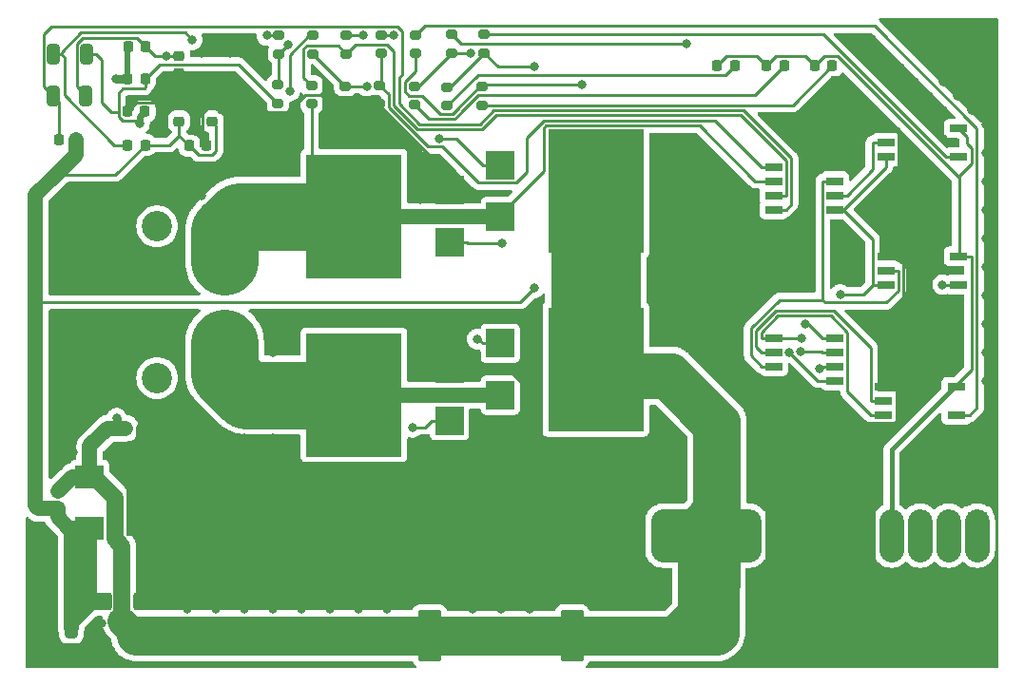
<source format=gbr>
%TF.GenerationSoftware,KiCad,Pcbnew,(7.0.0)*%
%TF.CreationDate,2023-02-15T20:10:09+09:00*%
%TF.ProjectId,_____,618744ac-c12e-46b6-9963-61645f706362,rev?*%
%TF.SameCoordinates,Original*%
%TF.FileFunction,Copper,L1,Top*%
%TF.FilePolarity,Positive*%
%FSLAX46Y46*%
G04 Gerber Fmt 4.6, Leading zero omitted, Abs format (unit mm)*
G04 Created by KiCad (PCBNEW (7.0.0)) date 2023-02-15 20:10:09*
%MOMM*%
%LPD*%
G01*
G04 APERTURE LIST*
G04 Aperture macros list*
%AMRoundRect*
0 Rectangle with rounded corners*
0 $1 Rounding radius*
0 $2 $3 $4 $5 $6 $7 $8 $9 X,Y pos of 4 corners*
0 Add a 4 corners polygon primitive as box body*
4,1,4,$2,$3,$4,$5,$6,$7,$8,$9,$2,$3,0*
0 Add four circle primitives for the rounded corners*
1,1,$1+$1,$2,$3*
1,1,$1+$1,$4,$5*
1,1,$1+$1,$6,$7*
1,1,$1+$1,$8,$9*
0 Add four rect primitives between the rounded corners*
20,1,$1+$1,$2,$3,$4,$5,0*
20,1,$1+$1,$4,$5,$6,$7,0*
20,1,$1+$1,$6,$7,$8,$9,0*
20,1,$1+$1,$8,$9,$2,$3,0*%
G04 Aperture macros list end*
%TA.AperFunction,SMDPad,CuDef*%
%ADD10RoundRect,0.200000X0.275000X-0.200000X0.275000X0.200000X-0.275000X0.200000X-0.275000X-0.200000X0*%
%TD*%
%TA.AperFunction,SMDPad,CuDef*%
%ADD11RoundRect,0.225000X0.250000X-0.225000X0.250000X0.225000X-0.250000X0.225000X-0.250000X-0.225000X0*%
%TD*%
%TA.AperFunction,SMDPad,CuDef*%
%ADD12R,2.500000X2.500000*%
%TD*%
%TA.AperFunction,SMDPad,CuDef*%
%ADD13R,8.500000X11.000000*%
%TD*%
%TA.AperFunction,ComponentPad*%
%ADD14R,1.700000X1.700000*%
%TD*%
%TA.AperFunction,ComponentPad*%
%ADD15O,1.700000X1.700000*%
%TD*%
%TA.AperFunction,SMDPad,CuDef*%
%ADD16RoundRect,0.218750X-0.218750X-0.256250X0.218750X-0.256250X0.218750X0.256250X-0.218750X0.256250X0*%
%TD*%
%TA.AperFunction,SMDPad,CuDef*%
%ADD17R,1.650000X0.700000*%
%TD*%
%TA.AperFunction,SMDPad,CuDef*%
%ADD18R,2.500000X2.000000*%
%TD*%
%TA.AperFunction,SMDPad,CuDef*%
%ADD19R,6.000000X6.000000*%
%TD*%
%TA.AperFunction,SMDPad,CuDef*%
%ADD20RoundRect,0.218750X-0.256250X0.218750X-0.256250X-0.218750X0.256250X-0.218750X0.256250X0.218750X0*%
%TD*%
%TA.AperFunction,SMDPad,CuDef*%
%ADD21RoundRect,0.225000X-0.225000X-0.250000X0.225000X-0.250000X0.225000X0.250000X-0.225000X0.250000X0*%
%TD*%
%TA.AperFunction,SMDPad,CuDef*%
%ADD22RoundRect,0.250000X-0.325000X-0.650000X0.325000X-0.650000X0.325000X0.650000X-0.325000X0.650000X0*%
%TD*%
%TA.AperFunction,SMDPad,CuDef*%
%ADD23RoundRect,0.250000X0.325000X0.650000X-0.325000X0.650000X-0.325000X-0.650000X0.325000X-0.650000X0*%
%TD*%
%TA.AperFunction,SMDPad,CuDef*%
%ADD24RoundRect,0.218750X0.218750X0.256250X-0.218750X0.256250X-0.218750X-0.256250X0.218750X-0.256250X0*%
%TD*%
%TA.AperFunction,SMDPad,CuDef*%
%ADD25R,1.525000X0.700000*%
%TD*%
%TA.AperFunction,SMDPad,CuDef*%
%ADD26RoundRect,0.250001X0.799999X-2.049999X0.799999X2.049999X-0.799999X2.049999X-0.799999X-2.049999X0*%
%TD*%
%TA.AperFunction,SMDPad,CuDef*%
%ADD27RoundRect,0.250000X-1.500000X-0.550000X1.500000X-0.550000X1.500000X0.550000X-1.500000X0.550000X0*%
%TD*%
%TA.AperFunction,ComponentPad*%
%ADD28C,4.050000*%
%TD*%
%TA.AperFunction,ComponentPad*%
%ADD29C,2.700000*%
%TD*%
%TA.AperFunction,ViaPad*%
%ADD30C,0.800000*%
%TD*%
%TA.AperFunction,Conductor*%
%ADD31C,0.250000*%
%TD*%
%TA.AperFunction,Conductor*%
%ADD32C,1.350000*%
%TD*%
%TA.AperFunction,Conductor*%
%ADD33C,4.000000*%
%TD*%
%TA.AperFunction,Conductor*%
%ADD34C,2.200000*%
%TD*%
%TA.AperFunction,Conductor*%
%ADD35C,0.600000*%
%TD*%
%TA.AperFunction,Conductor*%
%ADD36C,6.000000*%
%TD*%
%TA.AperFunction,Conductor*%
%ADD37C,0.500000*%
%TD*%
%TA.AperFunction,Conductor*%
%ADD38C,2.500000*%
%TD*%
%TA.AperFunction,Conductor*%
%ADD39C,1.500000*%
%TD*%
%TA.AperFunction,Conductor*%
%ADD40C,3.000000*%
%TD*%
%TA.AperFunction,Conductor*%
%ADD41C,8.000000*%
%TD*%
%TA.AperFunction,Conductor*%
%ADD42C,0.800000*%
%TD*%
%TA.AperFunction,Conductor*%
%ADD43C,3.500000*%
%TD*%
%TA.AperFunction,Conductor*%
%ADD44C,0.400000*%
%TD*%
G04 APERTURE END LIST*
D10*
%TO.P,R1,1*%
%TO.N,Net-(R1-Pad1)*%
X47570000Y-38205000D03*
%TO.P,R1,2*%
%TO.N,Net-(Q1-Pad1)*%
X47570000Y-36555000D03*
%TD*%
D11*
%TO.P,C7,1*%
%TO.N,+12V*%
X41607500Y-44215000D03*
%TO.P,C7,2*%
%TO.N,GND2*%
X41607500Y-42665000D03*
%TD*%
D12*
%TO.P,Q3,1*%
%TO.N,Net-(Q3-Pad1)*%
X67294999Y-48119999D03*
D13*
%TO.P,Q3,2*%
%TO.N,+24V*%
X75794999Y-50419999D03*
D12*
%TO.P,Q3,3*%
%TO.N,Net-(C4-Pad2)*%
X67294999Y-52719999D03*
%TD*%
D14*
%TO.P,J2,1,Pin_1*%
%TO.N,PWM1*%
X109724999Y-79849999D03*
D15*
%TO.P,J2,2,Pin_2*%
X109724999Y-82389999D03*
%TO.P,J2,3,Pin_3*%
%TO.N,PWM2*%
X107184999Y-79849999D03*
%TO.P,J2,4,Pin_4*%
X107184999Y-82389999D03*
%TO.P,J2,5,Pin_5*%
%TO.N,SDsig*%
X104644999Y-79849999D03*
%TO.P,J2,6,Pin_6*%
X104644999Y-82389999D03*
%TO.P,J2,7,Pin_7*%
%TO.N,GND*%
X102104999Y-79849999D03*
%TO.P,J2,8,Pin_8*%
X102104999Y-82389999D03*
%TO.P,J2,9,Pin_9*%
%TO.N,GND2*%
X99564999Y-79849999D03*
%TO.P,J2,10,Pin_10*%
X99564999Y-82389999D03*
%TO.P,J2,11,Pin_11*%
X97024999Y-79849999D03*
%TO.P,J2,12,Pin_12*%
X97024999Y-82389999D03*
%TO.P,J2,13,Pin_13*%
X94484999Y-79849999D03*
%TO.P,J2,14,Pin_14*%
X94484999Y-82389999D03*
%TO.P,J2,15,Pin_15*%
X91944999Y-79849999D03*
%TO.P,J2,16,Pin_16*%
X91944999Y-82389999D03*
%TO.P,J2,17,Pin_17*%
%TO.N,+24V*%
X89404999Y-79849999D03*
%TO.P,J2,18,Pin_18*%
X89404999Y-82389999D03*
%TO.P,J2,19,Pin_19*%
X86864999Y-79849999D03*
%TO.P,J2,20,Pin_20*%
X86864999Y-82389999D03*
%TO.P,J2,21,Pin_21*%
X84324999Y-79849999D03*
%TO.P,J2,22,Pin_22*%
X84324999Y-82389999D03*
%TO.P,J2,23,Pin_23*%
X81784999Y-79849999D03*
%TO.P,J2,24,Pin_24*%
X81784999Y-82389999D03*
%TD*%
D16*
%TO.P,D6,1,K*%
%TO.N,Net-(C4-Pad1)*%
X27945000Y-45835000D03*
%TO.P,D6,2,A*%
%TO.N,+12V*%
X29520000Y-45835000D03*
%TD*%
D10*
%TO.P,R2,1*%
%TO.N,Net-(R10-Pad2)*%
X50570000Y-38195000D03*
%TO.P,R2,2*%
%TO.N,Net-(Q2-Pad1)*%
X50570000Y-36545000D03*
%TD*%
D17*
%TO.P,IC3,1,ANODE*%
%TO.N,Net-(IC3-Pad1)*%
X107909999Y-70394999D03*
%TO.P,IC3,3,CATHODE*%
%TO.N,GND*%
X107909999Y-67854999D03*
%TO.P,IC3,4,GND*%
%TO.N,GND2*%
X101409999Y-67854999D03*
%TO.P,IC3,5,VO*%
%TO.N,sig1*%
X101409999Y-69124999D03*
%TO.P,IC3,6,VCC*%
%TO.N,+12V*%
X101409999Y-70394999D03*
%TD*%
D10*
%TO.P,R9,1*%
%TO.N,Net-(C4-Pad2)*%
X50470000Y-42665000D03*
%TO.P,R9,2*%
%TO.N,Net-(R3-Pad1)*%
X50470000Y-41015000D03*
%TD*%
D18*
%TO.P,IC6,1,VIN*%
%TO.N,+24V*%
X30709999Y-75869999D03*
%TO.P,IC6,2,VOUT*%
%TO.N,+12V*%
X30709999Y-80469999D03*
D19*
%TO.P,IC6,3,GND*%
%TO.N,GND2*%
X36959999Y-78169999D03*
%TD*%
D10*
%TO.P,R8,1*%
%TO.N,Net-(C3-Pad2)*%
X47470000Y-42605000D03*
%TO.P,R8,2*%
%TO.N,Net-(R1-Pad1)*%
X47470000Y-40955000D03*
%TD*%
%TO.P,R6,1*%
%TO.N,SDsig*%
X62920000Y-38115000D03*
%TO.P,R6,2*%
%TO.N,Net-(IC4-Pad1)*%
X62920000Y-36465000D03*
%TD*%
D17*
%TO.P,IC4,1,ANODE*%
%TO.N,Net-(IC4-Pad1)*%
X108094999Y-58769999D03*
%TO.P,IC4,3,CATHODE*%
%TO.N,GND*%
X108094999Y-56229999D03*
%TO.P,IC4,4,GND*%
%TO.N,GND2*%
X101594999Y-56229999D03*
%TO.P,IC4,5,VO*%
%TO.N,SD*%
X101594999Y-57499999D03*
%TO.P,IC4,6,VCC*%
%TO.N,+12V*%
X101594999Y-58769999D03*
%TD*%
D20*
%TO.P,D4,1,K*%
%TO.N,Net-(C4-Pad2)*%
X38657500Y-38362500D03*
%TO.P,D4,2,A*%
%TO.N,GND2*%
X38657500Y-39937500D03*
%TD*%
D21*
%TO.P,C8,1*%
%TO.N,+24V*%
X33925000Y-71550000D03*
%TO.P,C8,2*%
%TO.N,GND2*%
X35475000Y-71550000D03*
%TD*%
D16*
%TO.P,D9,1,K*%
%TO.N,GND*%
X86590000Y-39220000D03*
%TO.P,D9,2,A*%
%TO.N,Net-(D9-Pad2)*%
X88165000Y-39220000D03*
%TD*%
D22*
%TO.P,C3,1*%
%TO.N,Net-(C3-Pad1)*%
X27497500Y-38255000D03*
%TO.P,C3,2*%
%TO.N,Net-(C3-Pad2)*%
X30447500Y-38255000D03*
%TD*%
D10*
%TO.P,R12,1*%
%TO.N,Net-(D8-Pad2)*%
X59610000Y-42735000D03*
%TO.P,R12,2*%
%TO.N,SDsig*%
X59610000Y-41085000D03*
%TD*%
D23*
%TO.P,C1,1*%
%TO.N,+12V*%
X29065000Y-84070000D03*
%TO.P,C1,2*%
%TO.N,GND2*%
X26115000Y-84070000D03*
%TD*%
D16*
%TO.P,D3,1,K*%
%TO.N,+24V*%
X34130000Y-37570000D03*
%TO.P,D3,2,A*%
%TO.N,Net-(C4-Pad2)*%
X35705000Y-37570000D03*
%TD*%
%TO.P,D5,1,K*%
%TO.N,Net-(C3-Pad1)*%
X34070000Y-46320000D03*
%TO.P,D5,2,A*%
%TO.N,+12V*%
X35645000Y-46320000D03*
%TD*%
%TO.P,D10,1,K*%
%TO.N,GND*%
X95270000Y-39220000D03*
%TO.P,D10,2,A*%
%TO.N,Net-(D10-Pad2)*%
X96845000Y-39220000D03*
%TD*%
D12*
%TO.P,Q2,1*%
%TO.N,Net-(Q2-Pad1)*%
X62739999Y-70879999D03*
D13*
%TO.P,Q2,2*%
%TO.N,Net-(C3-Pad2)*%
X54239999Y-68579999D03*
D12*
%TO.P,Q2,3*%
%TO.N,GND2*%
X62739999Y-66279999D03*
%TD*%
D24*
%TO.P,D2,1,K*%
%TO.N,Net-(C3-Pad2)*%
X35625000Y-43330000D03*
%TO.P,D2,2,A*%
%TO.N,GND2*%
X34050000Y-43330000D03*
%TD*%
D16*
%TO.P,D1,1,K*%
%TO.N,+24V*%
X34082500Y-40470000D03*
%TO.P,D1,2,A*%
%TO.N,Net-(C3-Pad2)*%
X35657500Y-40470000D03*
%TD*%
D10*
%TO.P,R5,1*%
%TO.N,PWM1*%
X59750000Y-38155000D03*
%TO.P,R5,2*%
%TO.N,Net-(IC3-Pad1)*%
X59750000Y-36505000D03*
%TD*%
D11*
%TO.P,C6,1*%
%TO.N,+12V*%
X38667500Y-44200000D03*
%TO.P,C6,2*%
%TO.N,GND2*%
X38667500Y-42650000D03*
%TD*%
D20*
%TO.P,D7,1,K*%
%TO.N,+24V*%
X27860000Y-77162500D03*
%TO.P,D7,2,A*%
%TO.N,+12V*%
X27860000Y-78737500D03*
%TD*%
D10*
%TO.P,R3,1*%
%TO.N,Net-(R3-Pad1)*%
X53570000Y-38185000D03*
%TO.P,R3,2*%
%TO.N,Net-(Q3-Pad1)*%
X53570000Y-36535000D03*
%TD*%
D25*
%TO.P,U2,1,VCC*%
%TO.N,+12V*%
X97051999Y-52069999D03*
%TO.P,U2,2,IN*%
%TO.N,sig2*%
X97051999Y-50799999D03*
%TO.P,U2,3,~{SD}*%
%TO.N,SD*%
X97051999Y-49529999D03*
%TO.P,U2,4,COM*%
%TO.N,GND2*%
X97051999Y-48259999D03*
%TO.P,U2,5,LO*%
%TO.N,Net-(R11-Pad2)*%
X91627999Y-48259999D03*
%TO.P,U2,6,VS*%
%TO.N,Net-(C4-Pad2)*%
X91627999Y-49529999D03*
%TO.P,U2,7,HO*%
%TO.N,Net-(R3-Pad1)*%
X91627999Y-50799999D03*
%TO.P,U2,8,VB*%
%TO.N,Net-(C4-Pad1)*%
X91627999Y-52069999D03*
%TD*%
D10*
%TO.P,R11,1*%
%TO.N,GND2*%
X56490000Y-42640000D03*
%TO.P,R11,2*%
%TO.N,Net-(R11-Pad2)*%
X56490000Y-40990000D03*
%TD*%
D16*
%TO.P,D8,1,K*%
%TO.N,GND*%
X90982500Y-39220000D03*
%TO.P,D8,2,A*%
%TO.N,Net-(D8-Pad2)*%
X92557500Y-39220000D03*
%TD*%
D12*
%TO.P,Q1,1*%
%TO.N,Net-(Q1-Pad1)*%
X67284999Y-63999999D03*
D13*
%TO.P,Q1,2*%
%TO.N,+24V*%
X75784999Y-66299999D03*
D12*
%TO.P,Q1,3*%
%TO.N,Net-(C3-Pad2)*%
X67284999Y-68599999D03*
%TD*%
%TO.P,Q4,1*%
%TO.N,Net-(Q4-Pad1)*%
X62744999Y-54969999D03*
D13*
%TO.P,Q4,2*%
%TO.N,Net-(C4-Pad2)*%
X54244999Y-52669999D03*
D12*
%TO.P,Q4,3*%
%TO.N,GND2*%
X62744999Y-50369999D03*
%TD*%
D10*
%TO.P,R7,1*%
%TO.N,PWM2*%
X65830000Y-38135000D03*
%TO.P,R7,2*%
%TO.N,Net-(IC5-Pad1)*%
X65830000Y-36485000D03*
%TD*%
D17*
%TO.P,IC5,1,ANODE*%
%TO.N,Net-(IC5-Pad1)*%
X108094999Y-47394999D03*
%TO.P,IC5,3,CATHODE*%
%TO.N,GND*%
X108094999Y-44854999D03*
%TO.P,IC5,4,GND*%
%TO.N,GND2*%
X101594999Y-44854999D03*
%TO.P,IC5,5,VO*%
%TO.N,sig2*%
X101594999Y-46124999D03*
%TO.P,IC5,6,VCC*%
%TO.N,+12V*%
X101594999Y-47394999D03*
%TD*%
D10*
%TO.P,R10,1*%
%TO.N,GND2*%
X53460000Y-42735000D03*
%TO.P,R10,2*%
%TO.N,Net-(R10-Pad2)*%
X53460000Y-41085000D03*
%TD*%
D25*
%TO.P,U1,1,VCC*%
%TO.N,+12V*%
X91627999Y-63499999D03*
%TO.P,U1,2,IN*%
%TO.N,sig1*%
X91627999Y-64769999D03*
%TO.P,U1,3,~{SD}*%
%TO.N,SD*%
X91627999Y-66039999D03*
%TO.P,U1,4,COM*%
%TO.N,GND2*%
X91627999Y-67309999D03*
%TO.P,U1,5,LO*%
%TO.N,Net-(R10-Pad2)*%
X97051999Y-67309999D03*
%TO.P,U1,6,VS*%
%TO.N,Net-(C3-Pad2)*%
X97051999Y-66039999D03*
%TO.P,U1,7,HO*%
%TO.N,Net-(R1-Pad1)*%
X97051999Y-64769999D03*
%TO.P,U1,8,VB*%
%TO.N,Net-(C3-Pad1)*%
X97051999Y-63499999D03*
%TD*%
D10*
%TO.P,R4,1*%
%TO.N,Net-(R11-Pad2)*%
X56700000Y-38160000D03*
%TO.P,R4,2*%
%TO.N,Net-(Q4-Pad1)*%
X56700000Y-36510000D03*
%TD*%
D26*
%TO.P,C11,1*%
%TO.N,+24V*%
X73660000Y-90080000D03*
%TO.P,C11,2*%
%TO.N,GND2*%
X73660000Y-81280000D03*
%TD*%
%TO.P,C10,1*%
%TO.N,+24V*%
X60990000Y-90050000D03*
%TO.P,C10,2*%
%TO.N,GND2*%
X60990000Y-81250000D03*
%TD*%
D27*
%TO.P,C9,1*%
%TO.N,+12V*%
X30950000Y-86980000D03*
%TO.P,C9,2*%
%TO.N,GND2*%
X36350000Y-86980000D03*
%TD*%
D28*
%TO.P,J1,1,1*%
%TO.N,Net-(C3-Pad2)*%
X42720000Y-63925000D03*
%TO.P,J1,2,2*%
%TO.N,Net-(C4-Pad2)*%
X42720000Y-56725000D03*
D29*
%TO.P,J1,3,3*%
%TO.N,unconnected-(J1-Pad3)*%
X36720000Y-53575000D03*
%TO.P,J1,4,4*%
%TO.N,unconnected-(J1-Pad4)*%
X36720000Y-67075000D03*
%TD*%
D21*
%TO.P,C5,1*%
%TO.N,+12V*%
X39577500Y-46390000D03*
%TO.P,C5,2*%
%TO.N,GND2*%
X41127500Y-46390000D03*
%TD*%
D10*
%TO.P,R13,1*%
%TO.N,Net-(D9-Pad2)*%
X62540000Y-42825000D03*
%TO.P,R13,2*%
%TO.N,PWM2*%
X62540000Y-41175000D03*
%TD*%
D23*
%TO.P,C2,1*%
%TO.N,+12V*%
X29065000Y-89350000D03*
%TO.P,C2,2*%
%TO.N,GND2*%
X26115000Y-89350000D03*
%TD*%
D22*
%TO.P,C4,1*%
%TO.N,Net-(C4-Pad1)*%
X27432500Y-41930000D03*
%TO.P,C4,2*%
%TO.N,Net-(C4-Pad2)*%
X30382500Y-41930000D03*
%TD*%
D10*
%TO.P,R14,1*%
%TO.N,Net-(D10-Pad2)*%
X65620000Y-42770000D03*
%TO.P,R14,2*%
%TO.N,PWM1*%
X65620000Y-41120000D03*
%TD*%
D30*
%TO.N,+12V*%
X70332900Y-59048900D03*
X94127300Y-63500000D03*
X97541500Y-59633300D03*
%TO.N,GND2*%
X76200000Y-81280000D03*
X44450000Y-87630000D03*
X92710000Y-77470000D03*
X78740000Y-86360000D03*
X88900000Y-66040000D03*
X60960000Y-78740000D03*
X92710000Y-74930000D03*
X73660000Y-73660000D03*
X31750000Y-63500000D03*
X30480000Y-58420000D03*
X44450000Y-85090000D03*
X39370000Y-85090000D03*
X91440000Y-57150000D03*
X46990000Y-87630000D03*
X110490000Y-54610000D03*
X45720000Y-76200000D03*
X49530000Y-87630000D03*
X35560000Y-48260000D03*
X76200000Y-83820000D03*
X82550000Y-50800000D03*
X83820000Y-52070000D03*
X39370000Y-87630000D03*
X91440000Y-73660000D03*
X43110000Y-78810000D03*
X41910000Y-82550000D03*
X40640000Y-50800000D03*
X62230000Y-85090000D03*
X96520000Y-76200000D03*
X82550000Y-53340000D03*
X78740000Y-81280000D03*
X101600000Y-50800000D03*
X80010000Y-77470000D03*
X45720000Y-86360000D03*
X43180000Y-83820000D03*
X46990000Y-72390000D03*
X109220000Y-40640000D03*
X88900000Y-57150000D03*
X80010000Y-85090000D03*
X87630000Y-50800000D03*
X74930000Y-85090000D03*
X48260000Y-78740000D03*
X53340000Y-76200000D03*
X69850000Y-87630000D03*
X45720000Y-73660000D03*
X67310000Y-87630000D03*
X68580000Y-71120000D03*
X31750000Y-66040000D03*
X83820000Y-54610000D03*
X110490000Y-49530000D03*
X46990000Y-77470000D03*
X78740000Y-78740000D03*
X93980000Y-73660000D03*
X63530000Y-81250000D03*
X57150000Y-77470000D03*
X92710000Y-72390000D03*
X101600000Y-40640000D03*
X48260000Y-76200000D03*
X68580000Y-83820000D03*
X35560000Y-83820000D03*
X90170000Y-74930000D03*
X110490000Y-67310000D03*
X104140000Y-36830000D03*
X27940000Y-67310000D03*
X50600000Y-81480000D03*
X91440000Y-71120000D03*
X35560000Y-64770000D03*
X63500000Y-76200000D03*
X30480000Y-53340000D03*
X31750000Y-91440000D03*
X44450000Y-74930000D03*
X99060000Y-43180000D03*
X34290000Y-57150000D03*
X104140000Y-48260000D03*
X43180000Y-86360000D03*
X35475000Y-76285000D03*
X46990000Y-46990000D03*
X97790000Y-74930000D03*
X106680000Y-63500000D03*
X92710000Y-69850000D03*
X33020000Y-74930000D03*
X62230000Y-74930000D03*
X105410000Y-44450000D03*
X59690000Y-85090000D03*
X73660000Y-78740000D03*
X68580000Y-78740000D03*
X85090000Y-53340000D03*
X30480000Y-50800000D03*
X81280000Y-71120000D03*
X44450000Y-36830000D03*
X55880000Y-86360000D03*
X36960000Y-78170000D03*
X92710000Y-55880000D03*
X58420000Y-86360000D03*
X66040000Y-73660000D03*
X48260000Y-63500000D03*
X87630000Y-58420000D03*
X52070000Y-85090000D03*
X44450000Y-44450000D03*
X27940000Y-69850000D03*
X46990000Y-74930000D03*
X26670000Y-88900000D03*
X44450000Y-41910000D03*
X110490000Y-62230000D03*
X73660000Y-83820000D03*
X82550000Y-77470000D03*
X71120000Y-86360000D03*
X80010000Y-74930000D03*
X53140000Y-81480000D03*
X48060000Y-81480000D03*
X74930000Y-74930000D03*
X76200000Y-78740000D03*
X72390000Y-74930000D03*
X100330000Y-77470000D03*
X44450000Y-72390000D03*
X60130400Y-51186700D03*
X36830000Y-57150000D03*
X82550000Y-48260000D03*
X81280000Y-59690000D03*
X54610000Y-87630000D03*
X48260000Y-86360000D03*
X50800000Y-86360000D03*
X96520000Y-43180000D03*
X88900000Y-54610000D03*
X76200000Y-76200000D03*
X77470000Y-74930000D03*
X91440000Y-54610000D03*
X104140000Y-60960000D03*
X97790000Y-77470000D03*
X27940000Y-55880000D03*
X36960000Y-78170000D03*
X31750000Y-88900000D03*
X27940000Y-72390000D03*
X109220000Y-36830000D03*
X110490000Y-44450000D03*
X71120000Y-73660000D03*
X102870000Y-39370000D03*
X44380000Y-80080000D03*
X27940000Y-74930000D03*
X74930000Y-77470000D03*
X97790000Y-36830000D03*
X78740000Y-76200000D03*
X104140000Y-50800000D03*
X45720000Y-48260000D03*
X88900000Y-52070000D03*
X106680000Y-36830000D03*
X71120000Y-76200000D03*
X58220000Y-81480000D03*
X97790000Y-54610000D03*
X105410000Y-52070000D03*
X29210000Y-66040000D03*
X71150000Y-81250000D03*
X46990000Y-44450000D03*
X29210000Y-91440000D03*
X57150000Y-85090000D03*
X82550000Y-60960000D03*
X50800000Y-76200000D03*
X77470000Y-77470000D03*
X85090000Y-50800000D03*
X69850000Y-85090000D03*
X93980000Y-57150000D03*
X26670000Y-91440000D03*
X43180000Y-73660000D03*
X46990000Y-64770000D03*
X43180000Y-38100000D03*
X36830000Y-49530000D03*
X38100000Y-81280000D03*
X93980000Y-76200000D03*
X34290000Y-63500000D03*
X66040000Y-86360000D03*
X93980000Y-71120000D03*
X104140000Y-53340000D03*
X38100000Y-64770000D03*
X99060000Y-76200000D03*
X76200000Y-86360000D03*
X30480000Y-67310000D03*
X81280000Y-86360000D03*
X87630000Y-53340000D03*
X78740000Y-83820000D03*
X38100000Y-71120000D03*
X96520000Y-45720000D03*
X54610000Y-77470000D03*
X82550000Y-72390000D03*
X55680000Y-81480000D03*
X86360000Y-52070000D03*
X67310000Y-74930000D03*
X46990000Y-62230000D03*
X41910000Y-36830000D03*
X81280000Y-76200000D03*
X58420000Y-78740000D03*
X39370000Y-72390000D03*
X59690000Y-74930000D03*
X67310000Y-77470000D03*
X36960000Y-78170000D03*
X31750000Y-54610000D03*
X45650000Y-81350000D03*
X63500000Y-86360000D03*
X68580000Y-76200000D03*
X60960000Y-81280000D03*
X105410000Y-49530000D03*
X92710000Y-58420000D03*
X95250000Y-74930000D03*
X50800000Y-78740000D03*
X35560000Y-50800000D03*
X29210000Y-63500000D03*
X63500000Y-83820000D03*
X60960000Y-73660000D03*
X39370000Y-82550000D03*
X40640000Y-83820000D03*
X110490000Y-52070000D03*
X30480000Y-55880000D03*
X63500000Y-78740000D03*
X68580000Y-86360000D03*
X34290000Y-54610000D03*
X41910000Y-74930000D03*
X86360000Y-57150000D03*
X110490000Y-57150000D03*
X68580000Y-73660000D03*
X106680000Y-45720000D03*
X66040000Y-83820000D03*
X106680000Y-43180000D03*
X39370000Y-69850000D03*
X72390000Y-85090000D03*
X106680000Y-40640000D03*
X59690000Y-77470000D03*
X90170000Y-67310000D03*
X45720000Y-38100000D03*
X78740000Y-73660000D03*
X40640000Y-71120000D03*
X29210000Y-54610000D03*
X68610000Y-81250000D03*
X38100000Y-73660000D03*
X107950000Y-64770000D03*
X97790000Y-72390000D03*
X107950000Y-62230000D03*
X100330000Y-36830000D03*
X81280000Y-73660000D03*
X99060000Y-55880000D03*
X110490000Y-46990000D03*
X73660000Y-86360000D03*
X99060000Y-38100000D03*
X95250000Y-44450000D03*
X87630000Y-55880000D03*
X31750000Y-68580000D03*
X64770000Y-87630000D03*
X29210000Y-68580000D03*
X40640000Y-73660000D03*
X62230000Y-77470000D03*
X26670000Y-81280000D03*
X71120000Y-78740000D03*
X30480000Y-62230000D03*
X26670000Y-86360000D03*
X40640000Y-81280000D03*
X38100000Y-86360000D03*
X71120000Y-83820000D03*
X86360000Y-66040000D03*
X45720000Y-45720000D03*
X34290000Y-49530000D03*
X38100000Y-83820000D03*
X35560000Y-58420000D03*
X107950000Y-41910000D03*
X49530000Y-77470000D03*
X76200000Y-73660000D03*
X105410000Y-62230000D03*
X53340000Y-86360000D03*
X53340000Y-78740000D03*
X87630000Y-67310000D03*
X30480000Y-64770000D03*
X86360000Y-54610000D03*
X100330000Y-72390000D03*
X60960000Y-86360000D03*
X106680000Y-60960000D03*
X91440000Y-76200000D03*
X41910000Y-72390000D03*
X31750000Y-52070000D03*
X27940000Y-58420000D03*
X27940000Y-64770000D03*
X57150000Y-87630000D03*
X36830000Y-72390000D03*
X41910000Y-85090000D03*
X64770000Y-77470000D03*
X90170000Y-58420000D03*
X54610000Y-85090000D03*
X90170000Y-53340000D03*
X67310000Y-72390000D03*
X29210000Y-52070000D03*
X60960000Y-76200000D03*
X90170000Y-77470000D03*
X97790000Y-44450000D03*
X66070000Y-81250000D03*
X49530000Y-85090000D03*
X44450000Y-46990000D03*
X104140000Y-43180000D03*
X29210000Y-73660000D03*
X55880000Y-78740000D03*
X106680000Y-53340000D03*
X30480000Y-69850000D03*
X34290000Y-66040000D03*
X43180000Y-40640000D03*
X34290000Y-52070000D03*
X27940000Y-53340000D03*
X110490000Y-41910000D03*
X66040000Y-76200000D03*
X85090000Y-48260000D03*
X109220000Y-43180000D03*
X55880000Y-76200000D03*
X99060000Y-73660000D03*
X97790000Y-41910000D03*
X110490000Y-59690000D03*
X96520000Y-73660000D03*
X63500000Y-73660000D03*
X67310000Y-85090000D03*
X36830000Y-69850000D03*
X73690000Y-81250000D03*
X64770000Y-85090000D03*
X100330000Y-39370000D03*
X36830000Y-63500000D03*
X105410000Y-54610000D03*
X95250000Y-77470000D03*
X90170000Y-69850000D03*
X82550000Y-74930000D03*
X52070000Y-87630000D03*
X35560000Y-81280000D03*
X40640000Y-38100000D03*
X26670000Y-83820000D03*
X104140000Y-40640000D03*
X48260000Y-73660000D03*
X64770000Y-74930000D03*
X102870000Y-41910000D03*
X29210000Y-57150000D03*
X35560000Y-62230000D03*
X100330000Y-74930000D03*
X90170000Y-55880000D03*
X66040000Y-71120000D03*
X90170000Y-72390000D03*
X41910000Y-87630000D03*
X95250000Y-72390000D03*
X85090000Y-55880000D03*
X105410000Y-41910000D03*
X66040000Y-78740000D03*
X31750000Y-57150000D03*
X46990000Y-85090000D03*
X106680000Y-50800000D03*
X52070000Y-77470000D03*
X38100000Y-62230000D03*
X35560000Y-55880000D03*
X77470000Y-85090000D03*
X83820000Y-49530000D03*
X40640000Y-86360000D03*
X88900000Y-59690000D03*
X29210000Y-71120000D03*
X86360000Y-49530000D03*
X72390000Y-77470000D03*
X110490000Y-64770000D03*
X58420000Y-76200000D03*
X73660000Y-76200000D03*
X27940000Y-62230000D03*
X40640000Y-48260000D03*
%TO.N,Net-(C3-Pad1)*%
X39867600Y-36939800D03*
X94447600Y-62253500D03*
%TO.N,Net-(C3-Pad2)*%
X65424000Y-68456300D03*
X35155500Y-44423700D03*
X95669300Y-66266100D03*
%TO.N,Net-(C4-Pad2)*%
X37577200Y-38362500D03*
%TO.N,+24V*%
X33031900Y-40470000D03*
X33117500Y-70667400D03*
%TO.N,Net-(IC4-Pad1)*%
X106660000Y-58770000D03*
X83820000Y-37310000D03*
%TO.N,SDsig*%
X64610300Y-38115000D03*
%TO.N,PWM2*%
X70282900Y-39369200D03*
%TO.N,PWM1*%
X74505600Y-40970100D03*
%TO.N,Net-(Q1-Pad1)*%
X65200500Y-63610000D03*
X46475600Y-36555000D03*
%TO.N,Net-(Q2-Pad1)*%
X59455700Y-71501300D03*
X48529700Y-41531700D03*
%TO.N,Net-(Q3-Pad1)*%
X55036300Y-36535000D03*
X61837000Y-45733000D03*
%TO.N,Net-(Q4-Pad1)*%
X67425000Y-55062100D03*
X57778800Y-36510000D03*
%TO.N,Net-(R1-Pad1)*%
X48374600Y-37400400D03*
X94038900Y-64712000D03*
%TO.N,Net-(R10-Pad2)*%
X55388200Y-41085000D03*
X93026000Y-64788300D03*
%TD*%
D31*
%TO.N,+12V*%
X41966900Y-46859400D02*
X41625000Y-47201300D01*
X98172400Y-62992700D02*
X96708100Y-61528400D01*
X101595000Y-58770000D02*
X100557500Y-58770000D01*
X41607500Y-44215000D02*
X41966900Y-44574400D01*
D32*
X29065000Y-80675000D02*
X28860000Y-80470000D01*
X29870000Y-83140000D02*
X29910000Y-83180000D01*
D31*
X90540400Y-63010000D02*
X90540400Y-63500000D01*
X91379600Y-63500000D02*
X90540400Y-63500000D01*
X35645000Y-46320000D02*
X37827500Y-46320000D01*
D32*
X30950000Y-86980000D02*
X29890000Y-85920000D01*
X29520000Y-47160000D02*
X29520000Y-45835000D01*
D31*
X100444800Y-58770000D02*
X99581500Y-59633300D01*
D32*
X29900000Y-84560000D02*
X29410000Y-84070000D01*
D31*
X40388800Y-47201300D02*
X39577500Y-46390000D01*
X37827500Y-46320000D02*
X38667500Y-45480000D01*
D32*
X30710000Y-81070000D02*
X29870000Y-81910000D01*
D31*
X97811200Y-52070000D02*
X100444800Y-54703600D01*
X39577500Y-46390000D02*
X38667500Y-45480000D01*
D32*
X29910000Y-83180000D02*
X29910000Y-84550000D01*
D31*
X97052000Y-52070000D02*
X97811200Y-52070000D01*
X41966900Y-44574400D02*
X41966900Y-46859400D01*
D32*
X29890000Y-84570000D02*
X29900000Y-84560000D01*
D31*
X38667500Y-45480000D02*
X38667500Y-44200000D01*
X27705000Y-48975000D02*
X32990000Y-48975000D01*
D32*
X30710000Y-86740000D02*
X30950000Y-86980000D01*
D31*
X100444800Y-58770000D02*
X100557500Y-58770000D01*
X101595000Y-48286200D02*
X101595000Y-47395000D01*
X91628000Y-63500000D02*
X94127300Y-63500000D01*
D32*
X30710000Y-84190000D02*
X30710000Y-86740000D01*
X29065000Y-84070000D02*
X30590000Y-84070000D01*
D31*
X100259900Y-70395000D02*
X98172400Y-68307500D01*
X101410000Y-70395000D02*
X100259900Y-70395000D01*
D32*
X29410000Y-84070000D02*
X29065000Y-84070000D01*
D31*
X99581500Y-59633300D02*
X97541500Y-59633300D01*
D32*
X29065000Y-88865000D02*
X30950000Y-86980000D01*
D31*
X97811200Y-52070000D02*
X101595000Y-48286200D01*
D32*
X30590000Y-84070000D02*
X30710000Y-84190000D01*
X29870000Y-81910000D02*
X29870000Y-83140000D01*
X29065000Y-89350000D02*
X29065000Y-84070000D01*
X25890000Y-60325000D02*
X25890000Y-50790000D01*
D31*
X32990000Y-48975000D02*
X35645000Y-46320000D01*
D32*
X25890000Y-78480000D02*
X25890000Y-60325000D01*
X27860000Y-79470000D02*
X28860000Y-80470000D01*
X30710000Y-80470000D02*
X30710000Y-81070000D01*
X30710000Y-80470000D02*
X30710000Y-84190000D01*
D31*
X25890000Y-60325000D02*
X69056800Y-60325000D01*
D32*
X29890000Y-85920000D02*
X29890000Y-84570000D01*
X27705000Y-48975000D02*
X29520000Y-47160000D01*
X28860000Y-80470000D02*
X30710000Y-80470000D01*
X29065000Y-84070000D02*
X29065000Y-80675000D01*
D31*
X91379600Y-63500000D02*
X91628000Y-63500000D01*
X100444800Y-54703600D02*
X100444800Y-58770000D01*
D32*
X29910000Y-84550000D02*
X29900000Y-84560000D01*
X27860000Y-78737500D02*
X26147500Y-78737500D01*
D31*
X98172400Y-68307500D02*
X98172400Y-62992700D01*
X41625000Y-47201300D02*
X40388800Y-47201300D01*
X69056800Y-60325000D02*
X70332900Y-59048900D01*
D32*
X29065000Y-89350000D02*
X29065000Y-88865000D01*
X26147500Y-78737500D02*
X25890000Y-78480000D01*
X25890000Y-50790000D02*
X27705000Y-48975000D01*
X27860000Y-78737500D02*
X27860000Y-79470000D01*
D31*
X92022000Y-61528400D02*
X90540400Y-63010000D01*
X96708100Y-61528400D02*
X92022000Y-61528400D01*
D33*
%TO.N,GND2*%
X45780000Y-81480000D02*
X48060000Y-81480000D01*
D34*
X94485000Y-79850000D02*
X91945000Y-79850000D01*
D32*
X36960000Y-78170000D02*
X36960000Y-86370000D01*
D31*
X41607500Y-42665000D02*
X42319400Y-43376900D01*
D33*
X55680000Y-81480000D02*
X58220000Y-81480000D01*
D31*
X56490000Y-42640000D02*
X53555000Y-42640000D01*
X56490000Y-42757500D02*
X62527400Y-48794900D01*
X60130400Y-51186700D02*
X60353200Y-51186700D01*
X101020000Y-44855000D02*
X100444900Y-44855000D01*
D34*
X99565000Y-83415000D02*
X99400000Y-83580000D01*
D31*
X70035000Y-68350300D02*
X67964700Y-66280000D01*
D32*
X35475000Y-76285000D02*
X35475000Y-76685000D01*
D31*
X41127500Y-46390000D02*
X40764700Y-46027200D01*
X102382550Y-67855000D02*
X101985100Y-67855000D01*
D34*
X93100000Y-83580000D02*
X93010000Y-83490000D01*
D31*
X70035000Y-81250000D02*
X70035000Y-68350300D01*
D34*
X99565000Y-81690000D02*
X99565000Y-79850000D01*
X92380000Y-84510000D02*
X98470000Y-84510000D01*
D32*
X35475000Y-76685000D02*
X36960000Y-78170000D01*
D33*
X67340000Y-81250000D02*
X68610000Y-81250000D01*
X66070000Y-81250000D02*
X67340000Y-81250000D01*
D31*
X39906900Y-42650000D02*
X40764700Y-43507800D01*
D32*
X36380000Y-78750000D02*
X36960000Y-78170000D01*
D33*
X43110000Y-78810000D02*
X44380000Y-80080000D01*
D34*
X93170000Y-81075000D02*
X98950000Y-81075000D01*
D31*
X62527400Y-48794900D02*
X62527400Y-50152400D01*
D33*
X58220000Y-81480000D02*
X59490000Y-81480000D01*
D31*
X52617300Y-41892300D02*
X53460000Y-42735000D01*
X102435200Y-71070200D02*
X102560000Y-70945400D01*
X62745000Y-50370000D02*
X62745000Y-50145400D01*
D33*
X60760000Y-81480000D02*
X60960000Y-81280000D01*
D34*
X91945000Y-79085000D02*
X92290000Y-78740000D01*
D33*
X49330000Y-81480000D02*
X50600000Y-81480000D01*
D31*
X48427800Y-43376900D02*
X49912400Y-41892300D01*
D33*
X59490000Y-81480000D02*
X60760000Y-81480000D01*
D31*
X102960000Y-67855000D02*
X103197300Y-67617700D01*
X38667500Y-42650000D02*
X38532600Y-42515100D01*
D33*
X45650000Y-81350000D02*
X45780000Y-81480000D01*
D34*
X99565000Y-82390000D02*
X99565000Y-83415000D01*
X97025000Y-79850000D02*
X94485000Y-79850000D01*
D31*
X62745000Y-50145100D02*
X62745000Y-50145400D01*
D33*
X53140000Y-81480000D02*
X55680000Y-81480000D01*
D34*
X98470000Y-84510000D02*
X99400000Y-83580000D01*
D31*
X101410000Y-67855000D02*
X101985100Y-67855000D01*
X56490000Y-42640000D02*
X56490000Y-42757500D01*
X102560000Y-70945400D02*
X102560000Y-68032450D01*
X76200000Y-81280000D02*
X76170000Y-81250000D01*
X101985100Y-67855000D02*
X102960000Y-67855000D01*
D33*
X63530000Y-81250000D02*
X64800000Y-81250000D01*
D31*
X101595000Y-56230000D02*
X102745100Y-56230000D01*
X42319400Y-43376900D02*
X48427800Y-43376900D01*
D32*
X36960000Y-86370000D02*
X36350000Y-86980000D01*
D34*
X97025000Y-82390000D02*
X99565000Y-82390000D01*
D32*
X35475000Y-71550000D02*
X35475000Y-76285000D01*
D33*
X70035000Y-81250000D02*
X71150000Y-81250000D01*
D31*
X97595800Y-48260000D02*
X98139600Y-48260000D01*
D34*
X93010000Y-83455000D02*
X91945000Y-82390000D01*
X91945000Y-82390000D02*
X94485000Y-82390000D01*
D31*
X40764700Y-43507800D02*
X41607500Y-42665000D01*
X98139600Y-47160300D02*
X100444900Y-44855000D01*
X102745100Y-44855000D02*
X102745100Y-56230000D01*
D34*
X98950000Y-81075000D02*
X99565000Y-81690000D01*
D31*
X97595800Y-48260000D02*
X97052000Y-48260000D01*
D34*
X99565000Y-79850000D02*
X97025000Y-79850000D01*
D33*
X42470000Y-78170000D02*
X43110000Y-78810000D01*
D34*
X91945000Y-84075000D02*
X92380000Y-84510000D01*
X99565000Y-82390000D02*
X99565000Y-81690000D01*
D31*
X60353200Y-51186700D02*
X61169900Y-50370000D01*
X62527400Y-50152400D02*
X62745000Y-50370000D01*
X103197300Y-67617700D02*
X103197300Y-56682200D01*
X98139600Y-48260000D02*
X98139600Y-47160300D01*
D33*
X48060000Y-81480000D02*
X49330000Y-81480000D01*
D34*
X92290000Y-78740000D02*
X99430000Y-78740000D01*
X91945000Y-79850000D02*
X91945000Y-79085000D01*
D31*
X96475800Y-71070200D02*
X102435200Y-71070200D01*
X92715600Y-67310000D02*
X96475800Y-71070200D01*
D33*
X72420000Y-81250000D02*
X73690000Y-81250000D01*
X36960000Y-78170000D02*
X42470000Y-78170000D01*
D34*
X94485000Y-82390000D02*
X97025000Y-82390000D01*
D33*
X50600000Y-81480000D02*
X51870000Y-81480000D01*
D34*
X99565000Y-79850000D02*
X99565000Y-82390000D01*
D31*
X101595000Y-44855000D02*
X102745100Y-44855000D01*
D33*
X51870000Y-81480000D02*
X53140000Y-81480000D01*
D34*
X99400000Y-83580000D02*
X93100000Y-83580000D01*
X93010000Y-83490000D02*
X93010000Y-83455000D01*
D31*
X103197300Y-56682200D02*
X102745100Y-56230000D01*
D34*
X99565000Y-78875000D02*
X99565000Y-79850000D01*
D31*
X62745000Y-50370000D02*
X61169900Y-50370000D01*
D33*
X68610000Y-81250000D02*
X69880000Y-81250000D01*
D31*
X102560000Y-68032450D02*
X102382550Y-67855000D01*
X38532600Y-40062400D02*
X38532600Y-42515100D01*
D34*
X99430000Y-78740000D02*
X99565000Y-78875000D01*
D33*
X60960000Y-81280000D02*
X60990000Y-81250000D01*
D31*
X38532600Y-42515100D02*
X34864900Y-42515100D01*
X53555000Y-42640000D02*
X53460000Y-42735000D01*
D33*
X60990000Y-81250000D02*
X62260000Y-81250000D01*
D31*
X34864900Y-42515100D02*
X34050000Y-43330000D01*
D33*
X73690000Y-81250000D02*
X76170000Y-81250000D01*
X69880000Y-81250000D02*
X70035000Y-81250000D01*
X64800000Y-81250000D02*
X66070000Y-81250000D01*
D34*
X91945000Y-79850000D02*
X93170000Y-81075000D01*
D31*
X101020000Y-44855000D02*
X101595000Y-44855000D01*
D33*
X62260000Y-81250000D02*
X63530000Y-81250000D01*
X44380000Y-80080000D02*
X45650000Y-81350000D01*
D31*
X38667500Y-42650000D02*
X39906900Y-42650000D01*
D33*
X71150000Y-81250000D02*
X72420000Y-81250000D01*
D31*
X49912400Y-41892300D02*
X52617300Y-41892300D01*
X40764700Y-46027200D02*
X40764700Y-43507800D01*
X67964700Y-66280000D02*
X62740000Y-66280000D01*
D34*
X91945000Y-79850000D02*
X91945000Y-82390000D01*
D31*
X38657500Y-39937500D02*
X38532600Y-40062400D01*
X91628000Y-67310000D02*
X92715600Y-67310000D01*
D34*
X91945000Y-82390000D02*
X91945000Y-84075000D01*
D31*
%TO.N,Net-(C3-Pad1)*%
X27497500Y-38255000D02*
X28194300Y-38255000D01*
X32911300Y-46320000D02*
X34070000Y-46320000D01*
X39867600Y-36939800D02*
X39241000Y-36313200D01*
X29913800Y-36313200D02*
X28194300Y-38032700D01*
X28194300Y-38255000D02*
X28494700Y-38555400D01*
X94447600Y-62253500D02*
X94717900Y-62253500D01*
X28194300Y-38032700D02*
X28194300Y-38255000D01*
X28494700Y-38555400D02*
X28494700Y-41903400D01*
X39241000Y-36313200D02*
X29913800Y-36313200D01*
X28494700Y-41903400D02*
X32911300Y-46320000D01*
X94717900Y-62253500D02*
X95964400Y-63500000D01*
X97052000Y-63500000D02*
X95964400Y-63500000D01*
%TO.N,Net-(C3-Pad2)*%
X33268900Y-43428900D02*
X33268900Y-42858600D01*
D32*
X67285000Y-68600000D02*
X65709900Y-68600000D01*
D31*
X65566200Y-68456300D02*
X65709900Y-68600000D01*
D35*
X35155500Y-43799500D02*
X35625000Y-43330000D01*
D31*
X97052000Y-66040000D02*
X95964400Y-66040000D01*
X32633900Y-43428900D02*
X33268900Y-43428900D01*
X33660000Y-41270000D02*
X35555000Y-41270000D01*
X35155500Y-44423700D02*
X35155500Y-44165800D01*
X33268900Y-41661100D02*
X33660000Y-41270000D01*
D36*
X42720000Y-63925000D02*
X42720000Y-66650000D01*
D31*
X35155500Y-44165800D02*
X33608800Y-44165800D01*
D32*
X54260000Y-68600000D02*
X54240000Y-68580000D01*
X65709900Y-68600000D02*
X54260000Y-68600000D01*
D36*
X44650000Y-68580000D02*
X54240000Y-68580000D01*
D31*
X44015000Y-39150000D02*
X47470000Y-42605000D01*
X35560000Y-41275000D02*
X35657500Y-41177500D01*
X30447500Y-38255000D02*
X31270000Y-38255000D01*
X35555000Y-41270000D02*
X35560000Y-41275000D01*
X33608800Y-44165800D02*
X33268900Y-43825900D01*
X31750000Y-38735000D02*
X31750000Y-42545000D01*
X31270000Y-38255000D02*
X31750000Y-38735000D01*
D35*
X35155500Y-44165800D02*
X35155500Y-43799500D01*
D31*
X35657500Y-41177500D02*
X35657500Y-40470000D01*
X35657500Y-40470000D02*
X36977500Y-39150000D01*
X95669300Y-66266100D02*
X95738300Y-66266100D01*
X33268900Y-42858600D02*
X33268900Y-41661100D01*
X65424000Y-68456300D02*
X65566200Y-68456300D01*
X31750000Y-42545000D02*
X32633900Y-43428900D01*
D36*
X42720000Y-66650000D02*
X44650000Y-68580000D01*
D31*
X36977500Y-39150000D02*
X44015000Y-39150000D01*
X30447500Y-38255000D02*
X30447500Y-38988300D01*
X33268900Y-43825900D02*
X33268900Y-43428900D01*
X95738300Y-66266100D02*
X95964400Y-66040000D01*
%TO.N,Net-(C4-Pad1)*%
X58313600Y-40299100D02*
X58313600Y-42671300D01*
X58313600Y-42671300D02*
X60102800Y-44460500D01*
X27336100Y-35733900D02*
X58086800Y-35733900D01*
X58086800Y-35733900D02*
X58535100Y-36182200D01*
X27432500Y-41930000D02*
X26592600Y-41090100D01*
X93171400Y-47484400D02*
X93171400Y-51614200D01*
X27945000Y-42442500D02*
X27945000Y-45835000D01*
X92715600Y-52070000D02*
X91628000Y-52070000D01*
X93171400Y-51614200D02*
X92715600Y-52070000D01*
X58535100Y-36182200D02*
X58535100Y-40077600D01*
X66676500Y-43231900D02*
X88918900Y-43231900D01*
X65447900Y-44460500D02*
X66676500Y-43231900D01*
X58535100Y-40077600D02*
X58313600Y-40299100D01*
X27432500Y-41930000D02*
X27945000Y-42442500D01*
X26592600Y-41090100D02*
X26592600Y-36477400D01*
X60102800Y-44460500D02*
X65447900Y-44460500D01*
X26592600Y-36477400D02*
X27336100Y-35733900D01*
X88918900Y-43231900D02*
X93171400Y-47484400D01*
D36*
%TO.N,Net-(C4-Pad2)*%
X44040000Y-52670000D02*
X50465000Y-52670000D01*
D31*
X71350000Y-44594800D02*
X85041200Y-44594800D01*
D36*
X42720000Y-56725000D02*
X42720000Y-53990000D01*
D31*
X67064600Y-52720000D02*
X71125700Y-48658900D01*
X35705000Y-37570000D02*
X36497500Y-38362500D01*
X38657500Y-38362500D02*
X37577200Y-38362500D01*
X36497500Y-38362500D02*
X37577200Y-38362500D01*
D36*
X42720000Y-53990000D02*
X44040000Y-52670000D01*
D31*
X30100300Y-36763400D02*
X34898400Y-36763400D01*
X71125700Y-48658900D02*
X71125700Y-44819100D01*
X89976400Y-49530000D02*
X91628000Y-49530000D01*
X30382500Y-41930000D02*
X29540300Y-41087800D01*
X50465000Y-52670000D02*
X50470000Y-52665000D01*
X71125700Y-44819100D02*
X71350000Y-44594800D01*
X34898400Y-36763400D02*
X35705000Y-37570000D01*
X85041200Y-44594800D02*
X89976400Y-49530000D01*
X29540300Y-37323400D02*
X30100300Y-36763400D01*
D32*
X67295000Y-52720000D02*
X67064600Y-52720000D01*
X54295000Y-52720000D02*
X54245000Y-52670000D01*
D36*
X50465000Y-52670000D02*
X54245000Y-52670000D01*
D32*
X67064600Y-52720000D02*
X54295000Y-52720000D01*
D31*
X29540300Y-41087800D02*
X29540300Y-37323400D01*
X50470000Y-52665000D02*
X50470000Y-42665000D01*
D37*
%TO.N,+24V*%
X34082500Y-40470000D02*
X34082500Y-37617500D01*
D38*
X84400000Y-87900000D02*
X86865000Y-85435000D01*
D34*
X89405000Y-79850000D02*
X86865000Y-79850000D01*
D39*
X32940000Y-77730000D02*
X31080000Y-75870000D01*
D38*
X86865000Y-82390000D02*
X85575000Y-83680000D01*
X84325000Y-87825000D02*
X84400000Y-87900000D01*
D32*
X30710000Y-75870000D02*
X29152500Y-75870000D01*
D34*
X84325000Y-79850000D02*
X85560000Y-78615000D01*
D38*
X84325000Y-86675000D02*
X84325000Y-87825000D01*
D40*
X87190000Y-70900000D02*
X87190000Y-79525000D01*
X87190000Y-79525000D02*
X86865000Y-79850000D01*
D41*
X75785000Y-66300000D02*
X75785000Y-50430000D01*
D38*
X86865000Y-82390000D02*
X84325000Y-82390000D01*
D34*
X81800000Y-67870000D02*
X77355000Y-67870000D01*
D32*
X30710000Y-75870000D02*
X30710000Y-73150000D01*
D38*
X85575000Y-83680000D02*
X85575000Y-85425000D01*
D42*
X33117500Y-71550000D02*
X33117500Y-70667400D01*
D32*
X61020000Y-90080000D02*
X60990000Y-90050000D01*
D34*
X77355000Y-67870000D02*
X75785000Y-66300000D01*
D38*
X82220000Y-90080000D02*
X84400000Y-87900000D01*
D39*
X33575000Y-82050000D02*
X32940000Y-81415000D01*
D43*
X61020000Y-90080000D02*
X82220000Y-90080000D01*
D38*
X85600000Y-88625000D02*
X85500000Y-88625000D01*
D32*
X32310000Y-71550000D02*
X33117500Y-71550000D01*
D34*
X81785000Y-82390000D02*
X84325000Y-82390000D01*
X85560000Y-78615000D02*
X85560000Y-71630000D01*
D41*
X75785000Y-50430000D02*
X75795000Y-50420000D01*
D39*
X33575000Y-88775000D02*
X33575000Y-82050000D01*
D42*
X34082500Y-40470000D02*
X33031900Y-40470000D01*
D32*
X30710000Y-73150000D02*
X32310000Y-71550000D01*
D34*
X85560000Y-71630000D02*
X81800000Y-67870000D01*
X86865000Y-79850000D02*
X84325000Y-79850000D01*
D43*
X60990000Y-90050000D02*
X34850000Y-90050000D01*
D40*
X82590000Y-66300000D02*
X75785000Y-66300000D01*
D32*
X31080000Y-75870000D02*
X30710000Y-75870000D01*
X29152500Y-75870000D02*
X27860000Y-77162500D01*
D38*
X84325000Y-82390000D02*
X84325000Y-86675000D01*
X34850000Y-90050000D02*
X33575000Y-88775000D01*
X85575000Y-85425000D02*
X84325000Y-86675000D01*
D32*
X33117500Y-71550000D02*
X33925000Y-71550000D01*
D38*
X86865000Y-85435000D02*
X86825000Y-85475000D01*
X86825000Y-89850000D02*
X85600000Y-88625000D01*
D43*
X86595000Y-90080000D02*
X82220000Y-90080000D01*
D34*
X81785000Y-79850000D02*
X81785000Y-82390000D01*
D39*
X32940000Y-81415000D02*
X32940000Y-77730000D01*
D34*
X81785000Y-82390000D02*
X83100000Y-81075000D01*
X88925000Y-81075000D02*
X89405000Y-81555000D01*
X89405000Y-82390000D02*
X89405000Y-81555000D01*
X89405000Y-81555000D02*
X89405000Y-79850000D01*
D40*
X82590000Y-66300000D02*
X87190000Y-70900000D01*
D34*
X83100000Y-81075000D02*
X88925000Y-81075000D01*
D43*
X86825000Y-85475000D02*
X86825000Y-89850000D01*
D34*
X84325000Y-79850000D02*
X81785000Y-79850000D01*
X86865000Y-82390000D02*
X89405000Y-82390000D01*
D43*
X86865000Y-85435000D02*
X86865000Y-82390000D01*
D38*
X86825000Y-89850000D02*
X86595000Y-90080000D01*
D31*
X34082500Y-37617500D02*
X34130000Y-37570000D01*
%TO.N,Net-(IC3-Pad1)*%
X107910000Y-70395000D02*
X109060100Y-70395000D01*
X60540100Y-35714900D02*
X100607900Y-35714900D01*
X109716500Y-69738600D02*
X109060100Y-70395000D01*
X100607900Y-35714900D02*
X109716500Y-44823500D01*
X59750000Y-36505000D02*
X60540100Y-35714900D01*
X109716500Y-44823500D02*
X109716500Y-69738600D01*
%TO.N,GND*%
X108111600Y-49219800D02*
X108046600Y-49154700D01*
X96087900Y-38402100D02*
X95270000Y-39220000D01*
X91817500Y-38385000D02*
X90982500Y-39220000D01*
X107910000Y-67855000D02*
X107725000Y-67855000D01*
X108046600Y-49154700D02*
X97293900Y-38402100D01*
X87415300Y-38394700D02*
X86590000Y-39220000D01*
X108095000Y-44855000D02*
X108795000Y-45555000D01*
X90982500Y-39220000D02*
X90157200Y-38394700D01*
X95270000Y-39220000D02*
X94435000Y-38385000D01*
X109245100Y-46641600D02*
X109245100Y-47956200D01*
X108795000Y-45555000D02*
X108795000Y-46191500D01*
X109245100Y-66334900D02*
X109245100Y-56230000D01*
D44*
X102105000Y-79850000D02*
X102105000Y-73475000D01*
D31*
X108111600Y-56230000D02*
X109245100Y-56230000D01*
D34*
X102105000Y-79850000D02*
X102105000Y-82390000D01*
D31*
X108095000Y-56230000D02*
X108111600Y-56230000D01*
X97293900Y-38402100D02*
X96087900Y-38402100D01*
X108111600Y-56230000D02*
X108111600Y-49219800D01*
X107725000Y-67855000D02*
X109245100Y-66334900D01*
X108795000Y-46191500D02*
X109245100Y-46641600D01*
X90157200Y-38394700D02*
X87415300Y-38394700D01*
D44*
X102105000Y-73475000D02*
X107725000Y-67855000D01*
D31*
X109245100Y-47956200D02*
X108046600Y-49154700D01*
X94435000Y-38385000D02*
X91817500Y-38385000D01*
%TO.N,sig1*%
X101410000Y-69125000D02*
X100259900Y-69125000D01*
X100259900Y-69125000D02*
X100259900Y-64393600D01*
X90058400Y-62838300D02*
X90058400Y-64288000D01*
X91818400Y-61078300D02*
X90058400Y-62838300D01*
X90058400Y-64288000D02*
X90540400Y-64770000D01*
X96944600Y-61078300D02*
X91818400Y-61078300D01*
X91628000Y-64770000D02*
X90540400Y-64770000D01*
X100259900Y-64393600D02*
X96944600Y-61078300D01*
%TO.N,Net-(IC4-Pad1)*%
X108095000Y-58770000D02*
X106944900Y-58770000D01*
X83820000Y-37310000D02*
X63765000Y-37310000D01*
X63765000Y-37310000D02*
X62920000Y-36465000D01*
X106944900Y-58770000D02*
X106660000Y-58770000D01*
%TO.N,SD*%
X95964400Y-60120500D02*
X92131800Y-60120500D01*
X89608300Y-65107900D02*
X90540400Y-66040000D01*
X102745100Y-59275700D02*
X102745100Y-57500000D01*
X101662400Y-60358400D02*
X102745100Y-59275700D01*
X89608300Y-62644000D02*
X89608300Y-65107900D01*
X96202300Y-60358400D02*
X101662400Y-60358400D01*
X95964400Y-60120500D02*
X96202300Y-60358400D01*
X91628000Y-66040000D02*
X90540400Y-66040000D01*
X95964400Y-49530000D02*
X95964400Y-60120500D01*
X92131800Y-60120500D02*
X89608300Y-62644000D01*
X97052000Y-49530000D02*
X95964400Y-49530000D01*
X101595000Y-57500000D02*
X102745100Y-57500000D01*
%TO.N,Net-(IC5-Pad1)*%
X65830000Y-36485000D02*
X96034900Y-36485000D01*
X96034900Y-36485000D02*
X106944900Y-47395000D01*
X108095000Y-47395000D02*
X106944900Y-47395000D01*
%TO.N,sig2*%
X97052000Y-50800000D02*
X98139600Y-50800000D01*
X98139600Y-50800000D02*
X100444900Y-48494700D01*
X101595000Y-46125000D02*
X100444900Y-46125000D01*
X100444900Y-48494700D02*
X100444900Y-46125000D01*
%TO.N,SDsig*%
X59610000Y-41085000D02*
X59950000Y-41085000D01*
X64610300Y-38115000D02*
X62920000Y-38115000D01*
X59950000Y-41085000D02*
X62920000Y-38115000D01*
D34*
X104645000Y-79850000D02*
X104645000Y-82390000D01*
D31*
%TO.N,PWM2*%
X62790000Y-41175000D02*
X65830000Y-38135000D01*
X67064200Y-39369200D02*
X65830000Y-38135000D01*
D34*
X107185000Y-79850000D02*
X107185000Y-82390000D01*
D31*
X62540000Y-41175000D02*
X62790000Y-41175000D01*
X70282900Y-39369200D02*
X67064200Y-39369200D01*
%TO.N,PWM1*%
X63340900Y-43242800D02*
X63023400Y-43560300D01*
X59162500Y-41910000D02*
X58777800Y-41525300D01*
X59750000Y-39724500D02*
X59750000Y-38155000D01*
X60313800Y-41910000D02*
X59162500Y-41910000D01*
X58777800Y-41525300D02*
X58777800Y-40696700D01*
X65620000Y-41120000D02*
X65401200Y-41120000D01*
X63023400Y-43560300D02*
X61964100Y-43560300D01*
X63340900Y-43180300D02*
X63340900Y-43242800D01*
X65401200Y-41120000D02*
X63340900Y-43180300D01*
X65769900Y-40970100D02*
X65620000Y-41120000D01*
D34*
X109725000Y-79850000D02*
X109725000Y-82390000D01*
D31*
X109725000Y-79850000D02*
X110400000Y-79175000D01*
X61964100Y-43560300D02*
X60313800Y-41910000D01*
X58777800Y-40696700D02*
X59750000Y-39724500D01*
X74505600Y-40970100D02*
X65769900Y-40970100D01*
%TO.N,Net-(Q1-Pad1)*%
X67285000Y-64000000D02*
X65709900Y-64000000D01*
X65319900Y-63610000D02*
X65709900Y-64000000D01*
X65200500Y-63610000D02*
X65319900Y-63610000D01*
X47570000Y-36555000D02*
X46475600Y-36555000D01*
%TO.N,Net-(Q2-Pad1)*%
X48529700Y-38285600D02*
X50270300Y-36545000D01*
X62740000Y-70880000D02*
X61164900Y-70880000D01*
X60543600Y-71501300D02*
X61164900Y-70880000D01*
X48529700Y-41531700D02*
X48529700Y-38285600D01*
X50270300Y-36545000D02*
X50570000Y-36545000D01*
X59455700Y-71501300D02*
X60543600Y-71501300D01*
%TO.N,Net-(Q3-Pad1)*%
X67295000Y-48120000D02*
X65719900Y-48120000D01*
X63332900Y-45733000D02*
X61837000Y-45733000D01*
X53570000Y-36535000D02*
X55036300Y-36535000D01*
X65719900Y-48120000D02*
X63332900Y-45733000D01*
%TO.N,Net-(Q4-Pad1)*%
X67425000Y-55062100D02*
X64412200Y-55062100D01*
X56700000Y-36510000D02*
X57778800Y-36510000D01*
X64412200Y-55062100D02*
X64320100Y-54970000D01*
X62745000Y-54970000D02*
X64320100Y-54970000D01*
%TO.N,Net-(R1-Pad1)*%
X47570000Y-40855000D02*
X47570000Y-38205000D01*
X94038900Y-64712000D02*
X95906400Y-64712000D01*
X95906400Y-64712000D02*
X95964400Y-64770000D01*
X47470000Y-40955000D02*
X47570000Y-40855000D01*
X97052000Y-64770000D02*
X95964400Y-64770000D01*
X47570000Y-38205000D02*
X48374600Y-37400400D01*
%TO.N,Net-(D9-Pad2)*%
X87290700Y-40094300D02*
X65270700Y-40094300D01*
X65270700Y-40094300D02*
X62540000Y-42825000D01*
X88165000Y-39220000D02*
X87290700Y-40094300D01*
%TO.N,Net-(R3-Pad1)*%
X49761100Y-40306100D02*
X50470000Y-41015000D01*
X88691100Y-43682100D02*
X92715600Y-47706600D01*
X91628000Y-50800000D02*
X92715600Y-50800000D01*
X54356400Y-37398600D02*
X57180200Y-37398600D01*
X92715600Y-47706600D02*
X92715600Y-50800000D01*
X57765100Y-37983500D02*
X57765100Y-42759400D01*
X59916300Y-44910600D02*
X65672800Y-44910600D01*
X52832700Y-37447700D02*
X50039900Y-37447700D01*
X65672800Y-44910600D02*
X66901300Y-43682100D01*
X57765100Y-42759400D02*
X59916300Y-44910600D01*
X66901300Y-43682100D02*
X88691100Y-43682100D01*
X49761100Y-37726500D02*
X49761100Y-40306100D01*
X53570000Y-38185000D02*
X54356400Y-37398600D01*
X53570000Y-38185000D02*
X52832700Y-37447700D01*
X50039900Y-37447700D02*
X49761100Y-37726500D01*
X57180200Y-37398600D02*
X57765100Y-37983500D01*
%TO.N,Net-(D10-Pad2)*%
X96845000Y-39220000D02*
X93295000Y-42770000D01*
X93295000Y-42770000D02*
X65620000Y-42770000D01*
%TO.N,Net-(D8-Pad2)*%
X65311900Y-41845900D02*
X89931600Y-41845900D01*
X63234700Y-44010400D02*
X63791000Y-43454100D01*
X63791000Y-43366800D02*
X65311900Y-41845900D01*
X89931600Y-41845900D02*
X92557500Y-39220000D01*
X60885400Y-44010400D02*
X63234700Y-44010400D01*
X59610000Y-42735000D02*
X60885400Y-44010400D01*
X63791000Y-43454100D02*
X63791000Y-43366800D01*
%TO.N,Net-(R10-Pad2)*%
X53460000Y-41085000D02*
X50570000Y-38195000D01*
X95547700Y-67310000D02*
X93026000Y-64788300D01*
X97052000Y-67310000D02*
X95547700Y-67310000D01*
X53460000Y-41085000D02*
X55388200Y-41085000D01*
%TO.N,Net-(R11-Pad2)*%
X56700000Y-40780000D02*
X56490000Y-40990000D01*
X68680300Y-49695200D02*
X69621800Y-48753700D01*
X56490000Y-40990000D02*
X57315000Y-41815000D01*
X91628000Y-48260000D02*
X90540400Y-48260000D01*
X65347500Y-49695200D02*
X68680300Y-49695200D01*
X56700000Y-38160000D02*
X56700000Y-40780000D01*
X57315000Y-42945900D02*
X60827200Y-46458100D01*
X57315000Y-41815000D02*
X57315000Y-42945900D01*
X60827200Y-46458100D02*
X62110400Y-46458100D01*
X62110400Y-46458100D02*
X65347500Y-49695200D01*
X69621800Y-48753700D02*
X69621800Y-45686300D01*
X86422000Y-44141600D02*
X90540400Y-48260000D01*
X71166500Y-44141600D02*
X86422000Y-44141600D01*
X69621800Y-45686300D02*
X71166500Y-44141600D01*
%TD*%
%TA.AperFunction,Conductor*%
%TO.N,GND2*%
G36*
X98354969Y-80508543D02*
G01*
X98400483Y-80550441D01*
X98486822Y-80682593D01*
X98493210Y-80690799D01*
X98638567Y-80848700D01*
X98646211Y-80855737D01*
X98815588Y-80987568D01*
X98824276Y-80993244D01*
X98853731Y-81009184D01*
X98902003Y-81055499D01*
X98919763Y-81119996D01*
X98902005Y-81184494D01*
X98853736Y-81230811D01*
X98824281Y-81246752D01*
X98815588Y-81252431D01*
X98646211Y-81384262D01*
X98638567Y-81391299D01*
X98493210Y-81549200D01*
X98486822Y-81557407D01*
X98400483Y-81689558D01*
X98354969Y-81731456D01*
X98295000Y-81746642D01*
X98235031Y-81731456D01*
X98189517Y-81689558D01*
X98103177Y-81557407D01*
X98096789Y-81549200D01*
X97951432Y-81391299D01*
X97943788Y-81384262D01*
X97774411Y-81252431D01*
X97765718Y-81246751D01*
X97736265Y-81230812D01*
X97687994Y-81184494D01*
X97670236Y-81119996D01*
X97687997Y-81055499D01*
X97736270Y-81009184D01*
X97765714Y-80993250D01*
X97774411Y-80987568D01*
X97943788Y-80855737D01*
X97951432Y-80848700D01*
X98096789Y-80690799D01*
X98103177Y-80682593D01*
X98189517Y-80550441D01*
X98235031Y-80508543D01*
X98295000Y-80493357D01*
X98354969Y-80508543D01*
G37*
%TD.AperFunction*%
%TA.AperFunction,Conductor*%
G36*
X95814969Y-80508543D02*
G01*
X95860483Y-80550441D01*
X95946822Y-80682593D01*
X95953210Y-80690799D01*
X96098567Y-80848700D01*
X96106211Y-80855737D01*
X96275588Y-80987568D01*
X96284276Y-80993244D01*
X96313731Y-81009184D01*
X96362003Y-81055499D01*
X96379763Y-81119996D01*
X96362005Y-81184494D01*
X96313736Y-81230811D01*
X96284281Y-81246752D01*
X96275588Y-81252431D01*
X96106211Y-81384262D01*
X96098567Y-81391299D01*
X95953210Y-81549200D01*
X95946822Y-81557407D01*
X95860483Y-81689558D01*
X95814969Y-81731456D01*
X95755000Y-81746642D01*
X95695031Y-81731456D01*
X95649517Y-81689558D01*
X95563177Y-81557407D01*
X95556789Y-81549200D01*
X95411432Y-81391299D01*
X95403788Y-81384262D01*
X95234411Y-81252431D01*
X95225718Y-81246751D01*
X95196265Y-81230812D01*
X95147994Y-81184494D01*
X95130236Y-81119996D01*
X95147997Y-81055499D01*
X95196270Y-81009184D01*
X95225714Y-80993250D01*
X95234411Y-80987568D01*
X95403788Y-80855737D01*
X95411432Y-80848700D01*
X95556789Y-80690799D01*
X95563177Y-80682593D01*
X95649517Y-80550441D01*
X95695031Y-80508543D01*
X95755000Y-80493357D01*
X95814969Y-80508543D01*
G37*
%TD.AperFunction*%
%TA.AperFunction,Conductor*%
G36*
X93274969Y-80508543D02*
G01*
X93320483Y-80550441D01*
X93406822Y-80682593D01*
X93413210Y-80690799D01*
X93558567Y-80848700D01*
X93566211Y-80855737D01*
X93735588Y-80987568D01*
X93744276Y-80993244D01*
X93773731Y-81009184D01*
X93822003Y-81055499D01*
X93839763Y-81119996D01*
X93822005Y-81184494D01*
X93773736Y-81230811D01*
X93744281Y-81246752D01*
X93735588Y-81252431D01*
X93566211Y-81384262D01*
X93558567Y-81391299D01*
X93413210Y-81549200D01*
X93406822Y-81557407D01*
X93320483Y-81689558D01*
X93274969Y-81731456D01*
X93215000Y-81746642D01*
X93155031Y-81731456D01*
X93109517Y-81689558D01*
X93023177Y-81557407D01*
X93016789Y-81549200D01*
X92871432Y-81391299D01*
X92863788Y-81384262D01*
X92694411Y-81252431D01*
X92685718Y-81246751D01*
X92656265Y-81230812D01*
X92607994Y-81184494D01*
X92590236Y-81119996D01*
X92607997Y-81055499D01*
X92656270Y-81009184D01*
X92685714Y-80993250D01*
X92694411Y-80987568D01*
X92863788Y-80855737D01*
X92871432Y-80848700D01*
X93016789Y-80690799D01*
X93023177Y-80682593D01*
X93109517Y-80550441D01*
X93155031Y-80508543D01*
X93215000Y-80493357D01*
X93274969Y-80508543D01*
G37*
%TD.AperFunction*%
%TA.AperFunction,Conductor*%
G36*
X97769824Y-52938091D02*
G01*
X97810701Y-52965405D01*
X99774395Y-54929100D01*
X99801709Y-54969977D01*
X99811300Y-55018195D01*
X99811300Y-58455405D01*
X99801709Y-58503623D01*
X99774395Y-58544501D01*
X99355999Y-58962896D01*
X99315122Y-58990209D01*
X99266904Y-58999800D01*
X98249700Y-58999800D01*
X98198453Y-58988908D01*
X98162775Y-58962987D01*
X98162080Y-58963760D01*
X98157167Y-58959337D01*
X98152753Y-58954434D01*
X97998252Y-58842182D01*
X97823788Y-58764506D01*
X97817335Y-58763134D01*
X97817331Y-58763133D01*
X97643443Y-58726172D01*
X97643440Y-58726171D01*
X97636987Y-58724800D01*
X97446013Y-58724800D01*
X97439560Y-58726171D01*
X97439556Y-58726172D01*
X97265668Y-58763133D01*
X97265661Y-58763135D01*
X97259212Y-58764506D01*
X97253182Y-58767190D01*
X97253181Y-58767191D01*
X97090778Y-58839497D01*
X97090775Y-58839498D01*
X97084748Y-58842182D01*
X97079407Y-58846062D01*
X97079406Y-58846063D01*
X96935591Y-58950550D01*
X96935587Y-58950554D01*
X96930247Y-58954434D01*
X96925832Y-58959337D01*
X96925829Y-58959340D01*
X96898035Y-58990209D01*
X96817534Y-59079613D01*
X96767820Y-59113400D01*
X96708108Y-59120308D01*
X96651990Y-59098767D01*
X96612238Y-59053677D01*
X96597900Y-58995302D01*
X96597900Y-53054500D01*
X96614781Y-52991500D01*
X96660900Y-52945381D01*
X96723900Y-52928500D01*
X97721606Y-52928500D01*
X97769824Y-52938091D01*
G37*
%TD.AperFunction*%
%TA.AperFunction,Conductor*%
G36*
X111536500Y-35017381D02*
G01*
X111582619Y-35063500D01*
X111599500Y-35126500D01*
X111599500Y-37897558D01*
X111596622Y-54578393D01*
X111590033Y-92773599D01*
X111590024Y-92823522D01*
X111573136Y-92886513D01*
X111527018Y-92932623D01*
X111464024Y-92949500D01*
X75015949Y-92949500D01*
X74956151Y-92934406D01*
X74910679Y-92892741D01*
X74890429Y-92834486D01*
X74900251Y-92773599D01*
X74934101Y-92729480D01*
X74933651Y-92729030D01*
X74933650Y-92729030D01*
X75059030Y-92603651D01*
X75152115Y-92452738D01*
X75161350Y-92424867D01*
X75187646Y-92379827D01*
X75229929Y-92349294D01*
X75280955Y-92338500D01*
X86668403Y-92338500D01*
X86670511Y-92338500D01*
X86896702Y-92323358D01*
X87193021Y-92263129D01*
X87478668Y-92163942D01*
X87748545Y-92027566D01*
X87997838Y-91856437D01*
X88222097Y-91653606D01*
X88277616Y-91587936D01*
X88286705Y-91578870D01*
X88286414Y-91578569D01*
X88286414Y-91578568D01*
X88503770Y-91368358D01*
X88691169Y-91131052D01*
X88845265Y-90870886D01*
X88963310Y-90592502D01*
X89043197Y-90300868D01*
X89083500Y-90001189D01*
X89083500Y-85892051D01*
X89084624Y-85875257D01*
X89123500Y-85586189D01*
X89123500Y-84124500D01*
X89140381Y-84061500D01*
X89186500Y-84015381D01*
X89249500Y-83998500D01*
X89336845Y-83998500D01*
X89346730Y-83998887D01*
X89405000Y-84003474D01*
X89657403Y-83983609D01*
X89903591Y-83924505D01*
X90137502Y-83827616D01*
X90353376Y-83695328D01*
X90545898Y-83530898D01*
X90710328Y-83338376D01*
X90727843Y-83309793D01*
X90768445Y-83268813D01*
X90823055Y-83250223D01*
X90880228Y-83257920D01*
X90927977Y-83290292D01*
X91018567Y-83388700D01*
X91026211Y-83395737D01*
X91195588Y-83527568D01*
X91204281Y-83533247D01*
X91393042Y-83635400D01*
X91402559Y-83639575D01*
X91605557Y-83709264D01*
X91615627Y-83711814D01*
X91677461Y-83722132D01*
X91688598Y-83721556D01*
X91691000Y-83710664D01*
X92199000Y-83710664D01*
X92201401Y-83721556D01*
X92212538Y-83722132D01*
X92274372Y-83711814D01*
X92284442Y-83709264D01*
X92487440Y-83639575D01*
X92496957Y-83635400D01*
X92685718Y-83533247D01*
X92694411Y-83527568D01*
X92863788Y-83395737D01*
X92871432Y-83388700D01*
X93016789Y-83230799D01*
X93023177Y-83222593D01*
X93109517Y-83090441D01*
X93155031Y-83048543D01*
X93215000Y-83033357D01*
X93274969Y-83048543D01*
X93320483Y-83090441D01*
X93406822Y-83222593D01*
X93413210Y-83230799D01*
X93558567Y-83388700D01*
X93566211Y-83395737D01*
X93735588Y-83527568D01*
X93744281Y-83533247D01*
X93933042Y-83635400D01*
X93942559Y-83639575D01*
X94145557Y-83709264D01*
X94155627Y-83711814D01*
X94217461Y-83722132D01*
X94228598Y-83721556D01*
X94231000Y-83710664D01*
X94739000Y-83710664D01*
X94741401Y-83721556D01*
X94752538Y-83722132D01*
X94814372Y-83711814D01*
X94824442Y-83709264D01*
X95027440Y-83639575D01*
X95036957Y-83635400D01*
X95225718Y-83533247D01*
X95234411Y-83527568D01*
X95403788Y-83395737D01*
X95411432Y-83388700D01*
X95556789Y-83230799D01*
X95563177Y-83222593D01*
X95649517Y-83090441D01*
X95695031Y-83048543D01*
X95755000Y-83033357D01*
X95814969Y-83048543D01*
X95860483Y-83090441D01*
X95946822Y-83222593D01*
X95953210Y-83230799D01*
X96098567Y-83388700D01*
X96106211Y-83395737D01*
X96275588Y-83527568D01*
X96284281Y-83533247D01*
X96473042Y-83635400D01*
X96482559Y-83639575D01*
X96685557Y-83709264D01*
X96695627Y-83711814D01*
X96757461Y-83722132D01*
X96768598Y-83721556D01*
X96771000Y-83710664D01*
X97279000Y-83710664D01*
X97281401Y-83721556D01*
X97292538Y-83722132D01*
X97354372Y-83711814D01*
X97364442Y-83709264D01*
X97567440Y-83639575D01*
X97576957Y-83635400D01*
X97765718Y-83533247D01*
X97774411Y-83527568D01*
X97943788Y-83395737D01*
X97951432Y-83388700D01*
X98096789Y-83230799D01*
X98103177Y-83222593D01*
X98189517Y-83090441D01*
X98235031Y-83048543D01*
X98295000Y-83033357D01*
X98354969Y-83048543D01*
X98400483Y-83090441D01*
X98486822Y-83222593D01*
X98493210Y-83230799D01*
X98638567Y-83388700D01*
X98646211Y-83395737D01*
X98815588Y-83527568D01*
X98824281Y-83533247D01*
X99013042Y-83635400D01*
X99022559Y-83639575D01*
X99225557Y-83709264D01*
X99235627Y-83711814D01*
X99297461Y-83722132D01*
X99308598Y-83721556D01*
X99311000Y-83710664D01*
X99311000Y-82660590D01*
X99307493Y-82647506D01*
X99294410Y-82644000D01*
X97295590Y-82644000D01*
X97282506Y-82647506D01*
X97279000Y-82660590D01*
X97279000Y-83710664D01*
X96771000Y-83710664D01*
X96771000Y-82660590D01*
X96767493Y-82647506D01*
X96754410Y-82644000D01*
X94755590Y-82644000D01*
X94742506Y-82647506D01*
X94739000Y-82660590D01*
X94739000Y-83710664D01*
X94231000Y-83710664D01*
X94231000Y-82660590D01*
X94227493Y-82647506D01*
X94214410Y-82644000D01*
X92215590Y-82644000D01*
X92202506Y-82647506D01*
X92199000Y-82660590D01*
X92199000Y-83710664D01*
X91691000Y-83710664D01*
X91691000Y-82119410D01*
X92199000Y-82119410D01*
X92202506Y-82132493D01*
X92215590Y-82136000D01*
X94214410Y-82136000D01*
X94227493Y-82132493D01*
X94231000Y-82119410D01*
X94739000Y-82119410D01*
X94742506Y-82132493D01*
X94755590Y-82136000D01*
X96754410Y-82136000D01*
X96767493Y-82132493D01*
X96771000Y-82119410D01*
X97279000Y-82119410D01*
X97282506Y-82132493D01*
X97295590Y-82136000D01*
X99294410Y-82136000D01*
X99307493Y-82132493D01*
X99311000Y-82119410D01*
X99311000Y-80120590D01*
X99307493Y-80107506D01*
X99294410Y-80104000D01*
X97295590Y-80104000D01*
X97282506Y-80107506D01*
X97279000Y-80120590D01*
X97279000Y-82119410D01*
X96771000Y-82119410D01*
X96771000Y-80120590D01*
X96767493Y-80107506D01*
X96754410Y-80104000D01*
X94755590Y-80104000D01*
X94742506Y-80107506D01*
X94739000Y-80120590D01*
X94739000Y-82119410D01*
X94231000Y-82119410D01*
X94231000Y-80120590D01*
X94227493Y-80107506D01*
X94214410Y-80104000D01*
X92215590Y-80104000D01*
X92202506Y-80107506D01*
X92199000Y-80120590D01*
X92199000Y-82119410D01*
X91691000Y-82119410D01*
X91691000Y-79579410D01*
X92199000Y-79579410D01*
X92202506Y-79592493D01*
X92215590Y-79596000D01*
X94214410Y-79596000D01*
X94227493Y-79592493D01*
X94231000Y-79579410D01*
X94739000Y-79579410D01*
X94742506Y-79592493D01*
X94755590Y-79596000D01*
X96754410Y-79596000D01*
X96767493Y-79592493D01*
X96771000Y-79579410D01*
X97279000Y-79579410D01*
X97282506Y-79592493D01*
X97295590Y-79596000D01*
X99294410Y-79596000D01*
X99307493Y-79592493D01*
X99311000Y-79579410D01*
X99311000Y-78529336D01*
X99308598Y-78518443D01*
X99297461Y-78517867D01*
X99235627Y-78528185D01*
X99225557Y-78530735D01*
X99022559Y-78600424D01*
X99013042Y-78604599D01*
X98824281Y-78706752D01*
X98815588Y-78712431D01*
X98646211Y-78844262D01*
X98638567Y-78851299D01*
X98493210Y-79009200D01*
X98486820Y-79017410D01*
X98400481Y-79149559D01*
X98354968Y-79191456D01*
X98294998Y-79206642D01*
X98235029Y-79191456D01*
X98189516Y-79149557D01*
X98103181Y-79017412D01*
X98096789Y-79009200D01*
X97951432Y-78851299D01*
X97943788Y-78844262D01*
X97774411Y-78712431D01*
X97765718Y-78706752D01*
X97576957Y-78604599D01*
X97567440Y-78600424D01*
X97364442Y-78530735D01*
X97354372Y-78528185D01*
X97292538Y-78517867D01*
X97281401Y-78518443D01*
X97279000Y-78529336D01*
X97279000Y-79579410D01*
X96771000Y-79579410D01*
X96771000Y-78529336D01*
X96768598Y-78518443D01*
X96757461Y-78517867D01*
X96695627Y-78528185D01*
X96685557Y-78530735D01*
X96482559Y-78600424D01*
X96473042Y-78604599D01*
X96284281Y-78706752D01*
X96275588Y-78712431D01*
X96106211Y-78844262D01*
X96098567Y-78851299D01*
X95953210Y-79009200D01*
X95946820Y-79017410D01*
X95860481Y-79149559D01*
X95814968Y-79191456D01*
X95754998Y-79206642D01*
X95695029Y-79191456D01*
X95649516Y-79149557D01*
X95563181Y-79017412D01*
X95556789Y-79009200D01*
X95411432Y-78851299D01*
X95403788Y-78844262D01*
X95234411Y-78712431D01*
X95225718Y-78706752D01*
X95036957Y-78604599D01*
X95027440Y-78600424D01*
X94824442Y-78530735D01*
X94814372Y-78528185D01*
X94752538Y-78517867D01*
X94741401Y-78518443D01*
X94739000Y-78529336D01*
X94739000Y-79579410D01*
X94231000Y-79579410D01*
X94231000Y-78529336D01*
X94228598Y-78518443D01*
X94217461Y-78517867D01*
X94155627Y-78528185D01*
X94145557Y-78530735D01*
X93942559Y-78600424D01*
X93933042Y-78604599D01*
X93744281Y-78706752D01*
X93735588Y-78712431D01*
X93566211Y-78844262D01*
X93558567Y-78851299D01*
X93413210Y-79009200D01*
X93406820Y-79017410D01*
X93320481Y-79149559D01*
X93274968Y-79191456D01*
X93214998Y-79206642D01*
X93155029Y-79191456D01*
X93109516Y-79149557D01*
X93023181Y-79017412D01*
X93016789Y-79009200D01*
X92871432Y-78851299D01*
X92863788Y-78844262D01*
X92694411Y-78712431D01*
X92685718Y-78706752D01*
X92496957Y-78604599D01*
X92487440Y-78600424D01*
X92284442Y-78530735D01*
X92274372Y-78528185D01*
X92212538Y-78517867D01*
X92201401Y-78518443D01*
X92199000Y-78529336D01*
X92199000Y-79579410D01*
X91691000Y-79579410D01*
X91691000Y-78529336D01*
X91688598Y-78518443D01*
X91677461Y-78517867D01*
X91615627Y-78528185D01*
X91605557Y-78530735D01*
X91402559Y-78600424D01*
X91393042Y-78604599D01*
X91204281Y-78706752D01*
X91195588Y-78712431D01*
X91026211Y-78844262D01*
X91018573Y-78851294D01*
X90927976Y-78949709D01*
X90880226Y-78982080D01*
X90823054Y-78989777D01*
X90768444Y-78971187D01*
X90727844Y-78930208D01*
X90710328Y-78901624D01*
X90545898Y-78709102D01*
X90542142Y-78705894D01*
X90357135Y-78547882D01*
X90357131Y-78547879D01*
X90353376Y-78544672D01*
X90137502Y-78412384D01*
X90080271Y-78388678D01*
X89908164Y-78317389D01*
X89908161Y-78317388D01*
X89903591Y-78315495D01*
X89898787Y-78314341D01*
X89898779Y-78314339D01*
X89662215Y-78257546D01*
X89662211Y-78257545D01*
X89657403Y-78256391D01*
X89652477Y-78256003D01*
X89652469Y-78256002D01*
X89468199Y-78241500D01*
X89409930Y-78236914D01*
X89405000Y-78236526D01*
X89400070Y-78236914D01*
X89346731Y-78241112D01*
X89336845Y-78241500D01*
X89324500Y-78241500D01*
X89261500Y-78224619D01*
X89215381Y-78178500D01*
X89198500Y-78115500D01*
X89198500Y-70955889D01*
X89198673Y-70949295D01*
X89199759Y-70928567D01*
X89203098Y-70864861D01*
X89202714Y-70860472D01*
X89202714Y-70860466D01*
X89192479Y-70743483D01*
X89192313Y-70741383D01*
X89183811Y-70619788D01*
X89181754Y-70610110D01*
X89179479Y-70594887D01*
X89179296Y-70592800D01*
X89178617Y-70585034D01*
X89151214Y-70466344D01*
X89150748Y-70464243D01*
X89150027Y-70460853D01*
X89135434Y-70392194D01*
X89126323Y-70349329D01*
X89126322Y-70349325D01*
X89125409Y-70345030D01*
X89122025Y-70335733D01*
X89117650Y-70320965D01*
X89117531Y-70320448D01*
X89115428Y-70311337D01*
X89071780Y-70197634D01*
X89071021Y-70195602D01*
X89037469Y-70103417D01*
X89029337Y-70081074D01*
X89024688Y-70072331D01*
X89018306Y-70058326D01*
X89014764Y-70049098D01*
X88968693Y-69965983D01*
X88955714Y-69942568D01*
X88954665Y-69940636D01*
X88899528Y-69836940D01*
X88897464Y-69833058D01*
X88892558Y-69826305D01*
X88891643Y-69825045D01*
X88883380Y-69812074D01*
X88880717Y-69807269D01*
X88880709Y-69807258D01*
X88878583Y-69803421D01*
X88874781Y-69798376D01*
X88844851Y-69758657D01*
X88805234Y-69706084D01*
X88804032Y-69704460D01*
X88732358Y-69605808D01*
X88725475Y-69598680D01*
X88715487Y-69586986D01*
X88712185Y-69582603D01*
X88712179Y-69582597D01*
X88709535Y-69579087D01*
X88623459Y-69493011D01*
X88621918Y-69491444D01*
X88540287Y-69406913D01*
X88537231Y-69403748D01*
X88533768Y-69401042D01*
X88533761Y-69401036D01*
X88529420Y-69397645D01*
X88517900Y-69387452D01*
X84049755Y-64919307D01*
X84045214Y-64914522D01*
X83991577Y-64854952D01*
X83991576Y-64854951D01*
X83988629Y-64851678D01*
X83985261Y-64848852D01*
X83985257Y-64848848D01*
X83895274Y-64773344D01*
X83893671Y-64771975D01*
X83801697Y-64692023D01*
X83798012Y-64689630D01*
X83798003Y-64689623D01*
X83793391Y-64686628D01*
X83781038Y-64677487D01*
X83776827Y-64673954D01*
X83776821Y-64673950D01*
X83773450Y-64671121D01*
X83670139Y-64606564D01*
X83668296Y-64605390D01*
X83569805Y-64541430D01*
X83569801Y-64541428D01*
X83566118Y-64539036D01*
X83562142Y-64537182D01*
X83562124Y-64537172D01*
X83557141Y-64534849D01*
X83543626Y-64527511D01*
X83538976Y-64524605D01*
X83538963Y-64524598D01*
X83535236Y-64522269D01*
X83531217Y-64520479D01*
X83531214Y-64520478D01*
X83423968Y-64472729D01*
X83421967Y-64471817D01*
X83315526Y-64422182D01*
X83315517Y-64422178D01*
X83311540Y-64420324D01*
X83307347Y-64419042D01*
X83307329Y-64419035D01*
X83302070Y-64417428D01*
X83287661Y-64412041D01*
X83278625Y-64408018D01*
X83274402Y-64406807D01*
X83161524Y-64374439D01*
X83159418Y-64373815D01*
X83047127Y-64339485D01*
X83047112Y-64339481D01*
X83042917Y-64338199D01*
X83038574Y-64337511D01*
X83038570Y-64337510D01*
X83033139Y-64336650D01*
X83018132Y-64333323D01*
X83008610Y-64330593D01*
X82980021Y-64326574D01*
X82888003Y-64313642D01*
X82885830Y-64313317D01*
X82769818Y-64294942D01*
X82769802Y-64294940D01*
X82765480Y-64294256D01*
X82761090Y-64294179D01*
X82761088Y-64294179D01*
X82755558Y-64294082D01*
X82740244Y-64292876D01*
X82734809Y-64292112D01*
X82734798Y-64292111D01*
X82730448Y-64291500D01*
X82726048Y-64291500D01*
X82608688Y-64291500D01*
X82606489Y-64291481D01*
X82489017Y-64289430D01*
X82489007Y-64289430D01*
X82484626Y-64289354D01*
X82480271Y-64289888D01*
X82480266Y-64289889D01*
X82474796Y-64290561D01*
X82459440Y-64291500D01*
X80669500Y-64291500D01*
X80606500Y-64274619D01*
X80560381Y-64228500D01*
X80543500Y-64165500D01*
X80543500Y-62623943D01*
X88970080Y-62623943D01*
X88970825Y-62631826D01*
X88970825Y-62631834D01*
X88974241Y-62667961D01*
X88974800Y-62679819D01*
X88974800Y-65029133D01*
X88974272Y-65040316D01*
X88972598Y-65047809D01*
X88972847Y-65055733D01*
X88972847Y-65055735D01*
X88974738Y-65115886D01*
X88974800Y-65119845D01*
X88974800Y-65147756D01*
X88975295Y-65151674D01*
X88975297Y-65151706D01*
X88975308Y-65151788D01*
X88976237Y-65163597D01*
X88977377Y-65199869D01*
X88977378Y-65199876D01*
X88977627Y-65207789D01*
X88979837Y-65215398D01*
X88979838Y-65215400D01*
X88983278Y-65227242D01*
X88987286Y-65246593D01*
X88989826Y-65266697D01*
X88992744Y-65274069D01*
X88992745Y-65274070D01*
X89006100Y-65307801D01*
X89009945Y-65319030D01*
X89020071Y-65353886D01*
X89020073Y-65353892D01*
X89022282Y-65361493D01*
X89026314Y-65368311D01*
X89026315Y-65368313D01*
X89032593Y-65378929D01*
X89041290Y-65396682D01*
X89048748Y-65415517D01*
X89053407Y-65421930D01*
X89053408Y-65421931D01*
X89074732Y-65451281D01*
X89081248Y-65461201D01*
X89099722Y-65492438D01*
X89103758Y-65499262D01*
X89109363Y-65504867D01*
X89118078Y-65513582D01*
X89130918Y-65528615D01*
X89142828Y-65545007D01*
X89148935Y-65550059D01*
X89148936Y-65550060D01*
X89176898Y-65573192D01*
X89185678Y-65581182D01*
X90036742Y-66432246D01*
X90044284Y-66440533D01*
X90048400Y-66447018D01*
X90054179Y-66452444D01*
X90054180Y-66452446D01*
X90098067Y-66493658D01*
X90100909Y-66496413D01*
X90120630Y-66516134D01*
X90123814Y-66518604D01*
X90132837Y-66526309D01*
X90165079Y-66556586D01*
X90172028Y-66560406D01*
X90182829Y-66566344D01*
X90199359Y-66577202D01*
X90209094Y-66584754D01*
X90209097Y-66584756D01*
X90215359Y-66589613D01*
X90255936Y-66607172D01*
X90266571Y-66612381D01*
X90305340Y-66633695D01*
X90324966Y-66638734D01*
X90343659Y-66645134D01*
X90362255Y-66653181D01*
X90385561Y-66656872D01*
X90430914Y-66673419D01*
X90466718Y-66705811D01*
X90479277Y-66722588D01*
X90502239Y-66753261D01*
X90509450Y-66758659D01*
X90583631Y-66814191D01*
X90619296Y-66840889D01*
X90756299Y-66891989D01*
X90816862Y-66898500D01*
X92435769Y-66898500D01*
X92439138Y-66898500D01*
X92499701Y-66891989D01*
X92636704Y-66840889D01*
X92753761Y-66753261D01*
X92841389Y-66636204D01*
X92892489Y-66499201D01*
X92899000Y-66438638D01*
X92899000Y-65861394D01*
X92912733Y-65804191D01*
X92950939Y-65759458D01*
X93005289Y-65736945D01*
X93063936Y-65741561D01*
X93114095Y-65772299D01*
X95044042Y-67702246D01*
X95051584Y-67710533D01*
X95055700Y-67717018D01*
X95061479Y-67722444D01*
X95061480Y-67722446D01*
X95105367Y-67763658D01*
X95108208Y-67766412D01*
X95127930Y-67786134D01*
X95131114Y-67788604D01*
X95140137Y-67796309D01*
X95172379Y-67826586D01*
X95179328Y-67830406D01*
X95190129Y-67836344D01*
X95206659Y-67847202D01*
X95216394Y-67854754D01*
X95216397Y-67854756D01*
X95222659Y-67859613D01*
X95263236Y-67877172D01*
X95273871Y-67882381D01*
X95312640Y-67903695D01*
X95332266Y-67908734D01*
X95350959Y-67915134D01*
X95369555Y-67923181D01*
X95413218Y-67930095D01*
X95424829Y-67932500D01*
X95467670Y-67943500D01*
X95487931Y-67943500D01*
X95507639Y-67945050D01*
X95527643Y-67948219D01*
X95535535Y-67947473D01*
X95540762Y-67946979D01*
X95571654Y-67944058D01*
X95583511Y-67943500D01*
X95803460Y-67943500D01*
X95859860Y-67956828D01*
X95904327Y-67993991D01*
X95926239Y-68023261D01*
X95933450Y-68028659D01*
X96031171Y-68101813D01*
X96043296Y-68110889D01*
X96180299Y-68161989D01*
X96240862Y-68168500D01*
X97412116Y-68168500D01*
X97473970Y-68184727D01*
X97519892Y-68229228D01*
X97538054Y-68290542D01*
X97538838Y-68315487D01*
X97538900Y-68319445D01*
X97538900Y-68347356D01*
X97539395Y-68351274D01*
X97539397Y-68351306D01*
X97539408Y-68351388D01*
X97540337Y-68363197D01*
X97541477Y-68399469D01*
X97541478Y-68399476D01*
X97541727Y-68407389D01*
X97543937Y-68414998D01*
X97543938Y-68415000D01*
X97547378Y-68426842D01*
X97551386Y-68446193D01*
X97553926Y-68466297D01*
X97556844Y-68473669D01*
X97556845Y-68473670D01*
X97570200Y-68507401D01*
X97574045Y-68518630D01*
X97584171Y-68553486D01*
X97584173Y-68553492D01*
X97586382Y-68561093D01*
X97590414Y-68567911D01*
X97590415Y-68567913D01*
X97596693Y-68578529D01*
X97605390Y-68596282D01*
X97612848Y-68615117D01*
X97617507Y-68621530D01*
X97617508Y-68621531D01*
X97638832Y-68650881D01*
X97645348Y-68660801D01*
X97653378Y-68674378D01*
X97667858Y-68698862D01*
X97673463Y-68704467D01*
X97682178Y-68713182D01*
X97695018Y-68728215D01*
X97696119Y-68729731D01*
X97706928Y-68744607D01*
X97713035Y-68749659D01*
X97713036Y-68749660D01*
X97740998Y-68772792D01*
X97749778Y-68780782D01*
X99756247Y-70787252D01*
X99763786Y-70795535D01*
X99767900Y-70802018D01*
X99773679Y-70807444D01*
X99773680Y-70807446D01*
X99817551Y-70848643D01*
X99820393Y-70851398D01*
X99840130Y-70871135D01*
X99843260Y-70873563D01*
X99843332Y-70873619D01*
X99852340Y-70881313D01*
X99884579Y-70911586D01*
X99891527Y-70915405D01*
X99891529Y-70915407D01*
X99902326Y-70921343D01*
X99918850Y-70932197D01*
X99928594Y-70939755D01*
X99928597Y-70939757D01*
X99934859Y-70944614D01*
X99960915Y-70955889D01*
X99975435Y-70962172D01*
X99986100Y-70967397D01*
X100024840Y-70988695D01*
X100044460Y-70993732D01*
X100063152Y-71000130D01*
X100081755Y-71008181D01*
X100089583Y-71009420D01*
X100089584Y-71009421D01*
X100105060Y-71011872D01*
X100150415Y-71028420D01*
X100186217Y-71060810D01*
X100221739Y-71108261D01*
X100228950Y-71113659D01*
X100308608Y-71173291D01*
X100338796Y-71195889D01*
X100475799Y-71246989D01*
X100536362Y-71253500D01*
X102280269Y-71253500D01*
X102283638Y-71253500D01*
X102344201Y-71246989D01*
X102481204Y-71195889D01*
X102598261Y-71108261D01*
X102685889Y-70991204D01*
X102736989Y-70854201D01*
X102743500Y-70793638D01*
X102743500Y-69996362D01*
X102736989Y-69935799D01*
X102693287Y-69818630D01*
X102687842Y-69804032D01*
X102679898Y-69759999D01*
X102687843Y-69715966D01*
X102729418Y-69604500D01*
X102736989Y-69584201D01*
X102743500Y-69523638D01*
X102743500Y-68726362D01*
X102736989Y-68665799D01*
X102685889Y-68528796D01*
X102598261Y-68411739D01*
X102573524Y-68393221D01*
X102488417Y-68329510D01*
X102488414Y-68329508D01*
X102481204Y-68324111D01*
X102472766Y-68320964D01*
X102472763Y-68320962D01*
X102351580Y-68275763D01*
X102351578Y-68275762D01*
X102344201Y-68273011D01*
X102336373Y-68272169D01*
X102336367Y-68272168D01*
X102286988Y-68266860D01*
X102286985Y-68266859D01*
X102283638Y-68266500D01*
X102280269Y-68266500D01*
X101019400Y-68266500D01*
X100956400Y-68249619D01*
X100910281Y-68203500D01*
X100893400Y-68140500D01*
X100893400Y-64472367D01*
X100893927Y-64461183D01*
X100895602Y-64453691D01*
X100893462Y-64385614D01*
X100893400Y-64381655D01*
X100893400Y-64357708D01*
X100893400Y-64353744D01*
X100892894Y-64349747D01*
X100891961Y-64337897D01*
X100891884Y-64335445D01*
X100890573Y-64293710D01*
X100884920Y-64274256D01*
X100880912Y-64254897D01*
X100878374Y-64234803D01*
X100862097Y-64193693D01*
X100858251Y-64182460D01*
X100853324Y-64165500D01*
X100845918Y-64140007D01*
X100835607Y-64122573D01*
X100826908Y-64104815D01*
X100822369Y-64093351D01*
X100819452Y-64085983D01*
X100793461Y-64050210D01*
X100786950Y-64040298D01*
X100785448Y-64037758D01*
X100764442Y-64002237D01*
X100750118Y-63987912D01*
X100737276Y-63972877D01*
X100730034Y-63962909D01*
X100730031Y-63962906D01*
X100725372Y-63956493D01*
X100691305Y-63928310D01*
X100682526Y-63920321D01*
X97969200Y-61206995D01*
X97938462Y-61156836D01*
X97933846Y-61098189D01*
X97956359Y-61043839D01*
X98001092Y-61005633D01*
X98058295Y-60991900D01*
X101583633Y-60991900D01*
X101594816Y-60992427D01*
X101602309Y-60994102D01*
X101670385Y-60991962D01*
X101674345Y-60991900D01*
X101698294Y-60991900D01*
X101702256Y-60991900D01*
X101706256Y-60991394D01*
X101718099Y-60990461D01*
X101762289Y-60989073D01*
X101781733Y-60983423D01*
X101801102Y-60979412D01*
X101821197Y-60976874D01*
X101862315Y-60960593D01*
X101873517Y-60956757D01*
X101915993Y-60944418D01*
X101933439Y-60934099D01*
X101951169Y-60925413D01*
X101970017Y-60917952D01*
X102005787Y-60891961D01*
X102015698Y-60885451D01*
X102053762Y-60862942D01*
X102068088Y-60848615D01*
X102083117Y-60835778D01*
X102099507Y-60823872D01*
X102127694Y-60789797D01*
X102135672Y-60781030D01*
X103137366Y-59779336D01*
X103145631Y-59771814D01*
X103152118Y-59767700D01*
X103198761Y-59718028D01*
X103201453Y-59715250D01*
X103221235Y-59695470D01*
X103223713Y-59692274D01*
X103231408Y-59683263D01*
X103261686Y-59651021D01*
X103271448Y-59633262D01*
X103282295Y-59616750D01*
X103294714Y-59600741D01*
X103312279Y-59560146D01*
X103317488Y-59549514D01*
X103338795Y-59510760D01*
X103343833Y-59491134D01*
X103350234Y-59472437D01*
X103358281Y-59453845D01*
X103365196Y-59410177D01*
X103367604Y-59398553D01*
X103376629Y-59363405D01*
X103378600Y-59355730D01*
X103378600Y-59335476D01*
X103380151Y-59315765D01*
X103382080Y-59303585D01*
X103383320Y-59295757D01*
X103379158Y-59251738D01*
X103378600Y-59239881D01*
X103378600Y-57571793D01*
X103380832Y-57548184D01*
X103380851Y-57548082D01*
X103382375Y-57540094D01*
X103378848Y-57484048D01*
X103378600Y-57476138D01*
X103378600Y-57464103D01*
X103378600Y-57460144D01*
X103376595Y-57444275D01*
X103375851Y-57436401D01*
X103372325Y-57380350D01*
X103369778Y-57372514D01*
X103364605Y-57349369D01*
X103363574Y-57341203D01*
X103342899Y-57288985D01*
X103340219Y-57281539D01*
X103325314Y-57235666D01*
X103322864Y-57228125D01*
X103318449Y-57221168D01*
X103307681Y-57200033D01*
X103307570Y-57199753D01*
X103307569Y-57199752D01*
X103304652Y-57192383D01*
X103271634Y-57146938D01*
X103267212Y-57140431D01*
X103237100Y-57092982D01*
X103231093Y-57087341D01*
X103215410Y-57069551D01*
X103215234Y-57069309D01*
X103215231Y-57069306D01*
X103210572Y-57062893D01*
X103167302Y-57027097D01*
X103161364Y-57021862D01*
X103126197Y-56988838D01*
X103126196Y-56988837D01*
X103120421Y-56983414D01*
X103113196Y-56979442D01*
X103093595Y-56966121D01*
X103087244Y-56960867D01*
X103036428Y-56936954D01*
X103029377Y-56933361D01*
X102987108Y-56910124D01*
X102987103Y-56910122D01*
X102980160Y-56906305D01*
X102972480Y-56904332D01*
X102972478Y-56904332D01*
X102972171Y-56904253D01*
X102949879Y-56896227D01*
X102942418Y-56892717D01*
X102934637Y-56891232D01*
X102934632Y-56891231D01*
X102897279Y-56884106D01*
X102854136Y-56867202D01*
X102820024Y-56835849D01*
X102783261Y-56786739D01*
X102776049Y-56781340D01*
X102673417Y-56704510D01*
X102673414Y-56704508D01*
X102666204Y-56699111D01*
X102657766Y-56695964D01*
X102657763Y-56695962D01*
X102536580Y-56650763D01*
X102536578Y-56650762D01*
X102529201Y-56648011D01*
X102521373Y-56647169D01*
X102521367Y-56647168D01*
X102471988Y-56641860D01*
X102471985Y-56641859D01*
X102468638Y-56641500D01*
X102465269Y-56641500D01*
X101204300Y-56641500D01*
X101141300Y-56624619D01*
X101095181Y-56578500D01*
X101078300Y-56515500D01*
X101078300Y-54782367D01*
X101078827Y-54771183D01*
X101080502Y-54763691D01*
X101078361Y-54695600D01*
X101078300Y-54691643D01*
X101078300Y-54667709D01*
X101078300Y-54663744D01*
X101077795Y-54659752D01*
X101076862Y-54647905D01*
X101075474Y-54603711D01*
X101069819Y-54584247D01*
X101065813Y-54564901D01*
X101063274Y-54544803D01*
X101046999Y-54503698D01*
X101043153Y-54492465D01*
X101033029Y-54457618D01*
X101030818Y-54450007D01*
X101020508Y-54432573D01*
X101011807Y-54414813D01*
X101009821Y-54409797D01*
X101004352Y-54395983D01*
X100978365Y-54360216D01*
X100971847Y-54350293D01*
X100961775Y-54333261D01*
X100949342Y-54312238D01*
X100935018Y-54297914D01*
X100922182Y-54282886D01*
X100910272Y-54266493D01*
X100904167Y-54261442D01*
X100904160Y-54261435D01*
X100876194Y-54238300D01*
X100867415Y-54230311D01*
X99907444Y-53270340D01*
X98796196Y-52159091D01*
X98763586Y-52102610D01*
X98763586Y-52037388D01*
X98796196Y-51980906D01*
X101987259Y-48789843D01*
X101995533Y-48782314D01*
X102002018Y-48778200D01*
X102048676Y-48728512D01*
X102051368Y-48725734D01*
X102071134Y-48705970D01*
X102073601Y-48702788D01*
X102081310Y-48693761D01*
X102111586Y-48661521D01*
X102121345Y-48643767D01*
X102132199Y-48627243D01*
X102144613Y-48611241D01*
X102162167Y-48570675D01*
X102167392Y-48560008D01*
X102184875Y-48528208D01*
X102184874Y-48528208D01*
X102188695Y-48521260D01*
X102193732Y-48501642D01*
X102200138Y-48482930D01*
X102205032Y-48471621D01*
X102208181Y-48464345D01*
X102215096Y-48420677D01*
X102217504Y-48409053D01*
X102228500Y-48366230D01*
X102228500Y-48361928D01*
X102249361Y-48307588D01*
X102294450Y-48267838D01*
X102352824Y-48253500D01*
X102465269Y-48253500D01*
X102468638Y-48253500D01*
X102529201Y-48246989D01*
X102666204Y-48195889D01*
X102783261Y-48108261D01*
X102870889Y-47991204D01*
X102921989Y-47854201D01*
X102928500Y-47793638D01*
X102928500Y-46996362D01*
X102921989Y-46935799D01*
X102916916Y-46922197D01*
X102872843Y-46804033D01*
X102864898Y-46760000D01*
X102872843Y-46715967D01*
X102919234Y-46591587D01*
X102919233Y-46591587D01*
X102921989Y-46584201D01*
X102928500Y-46523638D01*
X102928500Y-45726362D01*
X102921989Y-45665799D01*
X102870889Y-45528796D01*
X102858912Y-45512797D01*
X102797445Y-45430686D01*
X102783261Y-45411739D01*
X102776049Y-45406340D01*
X102673417Y-45329510D01*
X102673414Y-45329508D01*
X102666204Y-45324111D01*
X102657766Y-45320964D01*
X102657763Y-45320962D01*
X102536580Y-45275763D01*
X102536578Y-45275762D01*
X102529201Y-45273011D01*
X102521373Y-45272169D01*
X102521367Y-45272168D01*
X102471988Y-45266860D01*
X102471985Y-45266859D01*
X102468638Y-45266500D01*
X100721362Y-45266500D01*
X100718015Y-45266859D01*
X100718011Y-45266860D01*
X100668632Y-45272168D01*
X100668625Y-45272169D01*
X100660799Y-45273011D01*
X100653423Y-45275761D01*
X100653419Y-45275763D01*
X100532236Y-45320962D01*
X100532230Y-45320965D01*
X100523796Y-45324111D01*
X100516588Y-45329506D01*
X100516582Y-45329510D01*
X100413950Y-45406340D01*
X100413946Y-45406343D01*
X100406739Y-45411739D01*
X100401343Y-45418946D01*
X100401339Y-45418951D01*
X100373007Y-45456798D01*
X100335519Y-45490188D01*
X100301195Y-45501811D01*
X100301645Y-45503561D01*
X100293965Y-45505532D01*
X100286103Y-45506526D01*
X100278737Y-45509442D01*
X100278730Y-45509444D01*
X100233903Y-45527192D01*
X100226462Y-45529871D01*
X100180566Y-45544784D01*
X100180554Y-45544789D01*
X100173025Y-45547236D01*
X100166338Y-45551479D01*
X100166326Y-45551485D01*
X100166051Y-45551660D01*
X100144945Y-45562414D01*
X100144655Y-45562528D01*
X100144648Y-45562531D01*
X100137283Y-45565448D01*
X100130870Y-45570106D01*
X100130870Y-45570107D01*
X100091854Y-45598452D01*
X100085315Y-45602896D01*
X100044573Y-45628753D01*
X100044569Y-45628755D01*
X100037882Y-45633000D01*
X100032458Y-45638774D01*
X100032450Y-45638782D01*
X100032232Y-45639015D01*
X100014462Y-45654682D01*
X100014206Y-45654867D01*
X100014199Y-45654872D01*
X100007793Y-45659528D01*
X100002746Y-45665627D01*
X100002738Y-45665636D01*
X99971997Y-45702796D01*
X99966766Y-45708730D01*
X99933742Y-45743898D01*
X99933740Y-45743900D01*
X99928314Y-45749679D01*
X99924495Y-45756624D01*
X99924490Y-45756632D01*
X99924341Y-45756904D01*
X99911026Y-45776498D01*
X99910819Y-45776747D01*
X99910814Y-45776754D01*
X99905767Y-45782856D01*
X99902395Y-45790021D01*
X99902389Y-45790031D01*
X99881847Y-45833684D01*
X99878255Y-45840733D01*
X99851205Y-45889940D01*
X99849234Y-45897614D01*
X99849232Y-45897620D01*
X99849151Y-45897937D01*
X99841131Y-45920212D01*
X99840993Y-45920503D01*
X99840988Y-45920515D01*
X99837617Y-45927682D01*
X99836132Y-45935463D01*
X99836132Y-45935465D01*
X99827093Y-45982845D01*
X99825367Y-45990564D01*
X99813372Y-46037286D01*
X99813371Y-46037292D01*
X99811400Y-46044970D01*
X99811400Y-46052899D01*
X99811400Y-46053207D01*
X99809168Y-46076816D01*
X99809110Y-46077118D01*
X99809109Y-46077123D01*
X99807625Y-46084906D01*
X99808122Y-46092810D01*
X99808122Y-46092816D01*
X99811151Y-46140951D01*
X99811400Y-46148862D01*
X99811400Y-48180106D01*
X99801809Y-48228324D01*
X99774495Y-48269201D01*
X98538095Y-49505600D01*
X98487936Y-49536338D01*
X98429289Y-49540954D01*
X98374939Y-49518441D01*
X98336733Y-49473708D01*
X98323000Y-49416505D01*
X98323000Y-49134731D01*
X98323000Y-49131362D01*
X98316489Y-49070799D01*
X98265389Y-48933796D01*
X98250902Y-48914444D01*
X98183159Y-48823950D01*
X98177761Y-48816739D01*
X98141847Y-48789854D01*
X98067917Y-48734510D01*
X98067914Y-48734508D01*
X98060704Y-48729111D01*
X98052266Y-48725964D01*
X98052263Y-48725962D01*
X97931080Y-48680763D01*
X97931078Y-48680762D01*
X97923701Y-48678011D01*
X97915873Y-48677169D01*
X97915867Y-48677168D01*
X97866488Y-48671860D01*
X97866485Y-48671859D01*
X97863138Y-48671500D01*
X96240862Y-48671500D01*
X96237515Y-48671859D01*
X96237511Y-48671860D01*
X96188132Y-48677168D01*
X96188125Y-48677169D01*
X96180299Y-48678011D01*
X96172923Y-48680761D01*
X96172919Y-48680763D01*
X96051736Y-48725962D01*
X96051730Y-48725965D01*
X96043296Y-48729111D01*
X96036088Y-48734506D01*
X96036082Y-48734510D01*
X95933450Y-48811340D01*
X95933446Y-48811343D01*
X95926239Y-48816739D01*
X95920843Y-48823946D01*
X95920839Y-48823951D01*
X95892507Y-48861798D01*
X95855019Y-48895188D01*
X95820695Y-48906811D01*
X95821145Y-48908561D01*
X95813465Y-48910532D01*
X95805603Y-48911526D01*
X95798237Y-48914442D01*
X95798230Y-48914444D01*
X95753403Y-48932192D01*
X95745962Y-48934871D01*
X95700066Y-48949784D01*
X95700054Y-48949789D01*
X95692525Y-48952236D01*
X95685838Y-48956479D01*
X95685826Y-48956485D01*
X95685551Y-48956660D01*
X95664445Y-48967414D01*
X95664155Y-48967528D01*
X95664148Y-48967531D01*
X95656783Y-48970448D01*
X95650370Y-48975106D01*
X95650370Y-48975107D01*
X95611354Y-49003452D01*
X95604815Y-49007896D01*
X95564073Y-49033753D01*
X95564069Y-49033755D01*
X95557382Y-49038000D01*
X95551958Y-49043774D01*
X95551950Y-49043782D01*
X95551732Y-49044015D01*
X95533962Y-49059682D01*
X95533706Y-49059867D01*
X95533699Y-49059872D01*
X95527293Y-49064528D01*
X95522246Y-49070627D01*
X95522238Y-49070636D01*
X95491497Y-49107796D01*
X95486266Y-49113730D01*
X95453242Y-49148898D01*
X95453240Y-49148900D01*
X95447814Y-49154679D01*
X95443995Y-49161624D01*
X95443990Y-49161632D01*
X95443841Y-49161904D01*
X95430526Y-49181498D01*
X95430319Y-49181747D01*
X95430314Y-49181754D01*
X95425267Y-49187856D01*
X95421895Y-49195021D01*
X95421889Y-49195031D01*
X95401347Y-49238684D01*
X95397755Y-49245733D01*
X95370705Y-49294940D01*
X95368734Y-49302614D01*
X95368732Y-49302620D01*
X95368651Y-49302937D01*
X95360631Y-49325212D01*
X95360493Y-49325503D01*
X95360488Y-49325515D01*
X95357117Y-49332682D01*
X95355632Y-49340463D01*
X95355632Y-49340465D01*
X95346593Y-49387845D01*
X95344867Y-49395564D01*
X95332872Y-49442286D01*
X95332871Y-49442292D01*
X95330900Y-49449970D01*
X95330900Y-49457899D01*
X95330900Y-49458206D01*
X95328668Y-49481812D01*
X95327125Y-49489906D01*
X95327622Y-49497810D01*
X95327622Y-49497816D01*
X95330651Y-49545951D01*
X95330900Y-49553862D01*
X95330900Y-59361000D01*
X95314019Y-59424000D01*
X95267900Y-59470119D01*
X95204900Y-59487000D01*
X92210567Y-59487000D01*
X92199383Y-59486472D01*
X92191891Y-59484798D01*
X92183965Y-59485047D01*
X92123801Y-59486938D01*
X92119843Y-59487000D01*
X92091944Y-59487000D01*
X92088019Y-59487495D01*
X92087998Y-59487497D01*
X92087924Y-59487507D01*
X92076113Y-59488436D01*
X92039834Y-59489576D01*
X92039826Y-59489577D01*
X92031911Y-59489826D01*
X92024300Y-59492036D01*
X92024293Y-59492038D01*
X92012448Y-59495479D01*
X91993103Y-59499485D01*
X91980872Y-59501030D01*
X91980859Y-59501033D01*
X91973003Y-59502026D01*
X91965639Y-59504941D01*
X91965629Y-59504944D01*
X91931892Y-59518302D01*
X91920665Y-59522146D01*
X91885818Y-59532270D01*
X91885813Y-59532272D01*
X91878207Y-59534482D01*
X91871390Y-59538512D01*
X91871381Y-59538517D01*
X91860760Y-59544798D01*
X91843021Y-59553489D01*
X91831549Y-59558031D01*
X91831546Y-59558032D01*
X91824183Y-59560948D01*
X91817776Y-59565602D01*
X91817772Y-59565605D01*
X91788411Y-59586937D01*
X91778493Y-59593451D01*
X91747265Y-59611919D01*
X91747257Y-59611925D01*
X91740438Y-59615958D01*
X91734836Y-59621558D01*
X91734829Y-59621565D01*
X91726108Y-59630286D01*
X91711087Y-59643115D01*
X91701107Y-59650366D01*
X91701098Y-59650373D01*
X91694693Y-59655028D01*
X91689645Y-59661128D01*
X91689636Y-59661138D01*
X91666500Y-59689104D01*
X91658513Y-59697881D01*
X89216042Y-62140351D01*
X89207759Y-62147888D01*
X89201282Y-62152000D01*
X89195863Y-62157769D01*
X89195855Y-62157777D01*
X89154670Y-62201635D01*
X89151921Y-62204472D01*
X89134967Y-62221427D01*
X89134960Y-62221434D01*
X89132165Y-62224230D01*
X89129742Y-62227352D01*
X89129726Y-62227371D01*
X89129665Y-62227451D01*
X89121990Y-62236435D01*
X89097138Y-62262902D01*
X89097135Y-62262904D01*
X89091714Y-62268679D01*
X89087900Y-62275614D01*
X89087892Y-62275627D01*
X89081950Y-62286436D01*
X89071103Y-62302949D01*
X89063543Y-62312695D01*
X89063537Y-62312704D01*
X89058686Y-62318959D01*
X89055542Y-62326223D01*
X89055538Y-62326231D01*
X89041124Y-62359540D01*
X89035904Y-62370195D01*
X89018425Y-62401989D01*
X89018421Y-62401997D01*
X89014605Y-62408940D01*
X89012633Y-62416616D01*
X89012631Y-62416624D01*
X89009566Y-62428562D01*
X89003165Y-62447259D01*
X88998268Y-62458576D01*
X88998266Y-62458581D01*
X88995119Y-62465855D01*
X88993879Y-62473680D01*
X88993877Y-62473689D01*
X88988201Y-62509524D01*
X88985795Y-62521144D01*
X88976771Y-62556289D01*
X88976769Y-62556297D01*
X88974800Y-62563970D01*
X88974800Y-62571899D01*
X88974800Y-62584224D01*
X88973249Y-62603935D01*
X88971319Y-62616114D01*
X88971318Y-62616121D01*
X88970080Y-62623943D01*
X80543500Y-62623943D01*
X80543500Y-60754731D01*
X80543500Y-60751362D01*
X80536989Y-60690799D01*
X80485889Y-60553796D01*
X80398261Y-60436739D01*
X80343991Y-60396113D01*
X80306828Y-60351645D01*
X80293500Y-60295245D01*
X80293500Y-56432241D01*
X80306828Y-56375841D01*
X80343991Y-56331373D01*
X80363991Y-56316401D01*
X80408261Y-56283261D01*
X80495889Y-56166204D01*
X80546989Y-56029201D01*
X80553500Y-55968638D01*
X80553500Y-45354300D01*
X80570381Y-45291300D01*
X80616500Y-45245181D01*
X80679500Y-45228300D01*
X84726606Y-45228300D01*
X84774824Y-45237891D01*
X84815700Y-45265204D01*
X87145068Y-47594573D01*
X89472747Y-49922252D01*
X89480286Y-49930535D01*
X89484400Y-49937018D01*
X89490182Y-49942447D01*
X89490184Y-49942450D01*
X89534049Y-49983642D01*
X89536891Y-49986396D01*
X89556630Y-50006135D01*
X89559760Y-50008563D01*
X89559832Y-50008619D01*
X89568840Y-50016313D01*
X89601079Y-50046586D01*
X89608027Y-50050405D01*
X89608029Y-50050407D01*
X89618826Y-50056343D01*
X89635350Y-50067197D01*
X89645094Y-50074755D01*
X89645097Y-50074757D01*
X89651359Y-50079614D01*
X89671631Y-50088386D01*
X89691935Y-50097172D01*
X89702600Y-50102397D01*
X89741340Y-50123695D01*
X89760960Y-50128732D01*
X89779652Y-50135130D01*
X89798255Y-50143181D01*
X89841925Y-50150097D01*
X89853525Y-50152498D01*
X89896370Y-50163500D01*
X89916624Y-50163500D01*
X89936334Y-50165050D01*
X89956343Y-50168220D01*
X90000361Y-50164058D01*
X90012219Y-50163500D01*
X90248165Y-50163500D01*
X90306567Y-50177852D01*
X90351664Y-50217639D01*
X90373183Y-50273796D01*
X90367154Y-50325521D01*
X90368078Y-50325740D01*
X90366263Y-50333420D01*
X90363511Y-50340799D01*
X90362669Y-50348625D01*
X90362668Y-50348632D01*
X90357360Y-50398011D01*
X90357000Y-50401362D01*
X90357000Y-51198638D01*
X90357359Y-51201985D01*
X90357360Y-51201988D01*
X90362668Y-51251367D01*
X90362669Y-51251373D01*
X90363511Y-51259201D01*
X90366263Y-51266580D01*
X90366264Y-51266583D01*
X90412657Y-51390968D01*
X90420601Y-51435000D01*
X90412657Y-51479032D01*
X90366264Y-51603416D01*
X90366262Y-51603421D01*
X90363511Y-51610799D01*
X90362669Y-51618625D01*
X90362668Y-51618632D01*
X90358838Y-51654265D01*
X90357000Y-51671362D01*
X90357000Y-52468638D01*
X90357359Y-52471985D01*
X90357360Y-52471988D01*
X90362668Y-52521367D01*
X90362669Y-52521373D01*
X90363511Y-52529201D01*
X90366262Y-52536578D01*
X90366263Y-52536580D01*
X90411462Y-52657763D01*
X90411464Y-52657766D01*
X90414611Y-52666204D01*
X90420008Y-52673414D01*
X90420010Y-52673417D01*
X90468451Y-52738126D01*
X90502239Y-52783261D01*
X90619296Y-52870889D01*
X90756299Y-52921989D01*
X90816862Y-52928500D01*
X92435769Y-52928500D01*
X92439138Y-52928500D01*
X92499701Y-52921989D01*
X92636704Y-52870889D01*
X92753761Y-52783261D01*
X92787489Y-52738204D01*
X92825018Y-52704789D01*
X92859301Y-52693200D01*
X92858850Y-52691440D01*
X92866532Y-52689467D01*
X92874397Y-52688474D01*
X92915515Y-52672193D01*
X92926717Y-52668357D01*
X92969193Y-52656018D01*
X92986639Y-52645699D01*
X93004369Y-52637013D01*
X93023217Y-52629552D01*
X93058987Y-52603561D01*
X93068898Y-52597051D01*
X93106962Y-52574542D01*
X93121288Y-52560215D01*
X93136317Y-52547378D01*
X93152707Y-52535472D01*
X93180894Y-52501397D01*
X93188872Y-52492630D01*
X93563659Y-52117843D01*
X93571933Y-52110314D01*
X93578418Y-52106200D01*
X93625076Y-52056512D01*
X93627768Y-52053734D01*
X93647535Y-52033969D01*
X93649989Y-52030804D01*
X93657710Y-52021759D01*
X93687986Y-51989521D01*
X93697745Y-51971767D01*
X93708598Y-51955245D01*
X93721014Y-51939240D01*
X93738577Y-51898650D01*
X93743788Y-51888015D01*
X93765095Y-51849260D01*
X93770132Y-51829642D01*
X93776538Y-51810930D01*
X93781432Y-51799621D01*
X93784581Y-51792345D01*
X93791496Y-51748677D01*
X93793904Y-51737053D01*
X93795531Y-51730718D01*
X93804900Y-51694230D01*
X93804900Y-51673976D01*
X93806451Y-51654265D01*
X93808380Y-51642085D01*
X93809620Y-51634257D01*
X93805458Y-51590238D01*
X93804900Y-51578381D01*
X93804900Y-47563167D01*
X93805427Y-47551983D01*
X93807102Y-47544491D01*
X93804962Y-47476414D01*
X93804900Y-47472455D01*
X93804900Y-47448508D01*
X93804900Y-47444544D01*
X93804394Y-47440547D01*
X93803461Y-47428697D01*
X93803320Y-47424205D01*
X93802073Y-47384510D01*
X93796420Y-47365056D01*
X93792412Y-47345697D01*
X93792402Y-47345619D01*
X93789874Y-47325603D01*
X93773597Y-47284493D01*
X93769751Y-47273260D01*
X93769177Y-47271284D01*
X93757418Y-47230807D01*
X93747107Y-47213373D01*
X93738408Y-47195615D01*
X93733869Y-47184151D01*
X93730952Y-47176783D01*
X93704961Y-47141010D01*
X93698450Y-47131098D01*
X93694685Y-47124731D01*
X93675942Y-47093037D01*
X93661618Y-47078713D01*
X93648776Y-47063677D01*
X93641534Y-47053709D01*
X93641531Y-47053706D01*
X93636872Y-47047293D01*
X93615620Y-47029712D01*
X93602805Y-47019110D01*
X93594026Y-47011121D01*
X90201500Y-43618595D01*
X90170762Y-43568436D01*
X90166146Y-43509789D01*
X90188659Y-43455439D01*
X90233392Y-43417233D01*
X90290595Y-43403500D01*
X93216233Y-43403500D01*
X93227416Y-43404027D01*
X93234909Y-43405702D01*
X93302985Y-43403562D01*
X93306945Y-43403500D01*
X93330894Y-43403500D01*
X93334856Y-43403500D01*
X93338856Y-43402994D01*
X93350699Y-43402061D01*
X93394889Y-43400673D01*
X93414333Y-43395023D01*
X93433702Y-43391012D01*
X93453797Y-43388474D01*
X93494915Y-43372193D01*
X93506117Y-43368357D01*
X93548593Y-43356018D01*
X93566039Y-43345699D01*
X93583769Y-43337013D01*
X93602617Y-43329552D01*
X93638387Y-43303561D01*
X93648298Y-43297051D01*
X93686362Y-43274542D01*
X93700688Y-43260215D01*
X93715717Y-43247378D01*
X93732107Y-43235472D01*
X93760294Y-43201397D01*
X93768272Y-43192630D01*
X96720500Y-40240403D01*
X96761376Y-40213090D01*
X96809594Y-40203499D01*
X97109004Y-40203499D01*
X97112210Y-40203499D01*
X97211814Y-40193324D01*
X97373192Y-40139849D01*
X97517887Y-40050600D01*
X97638100Y-39930387D01*
X97664387Y-39887768D01*
X97703926Y-39847648D01*
X97756999Y-39828766D01*
X97812995Y-39834898D01*
X97860723Y-39864818D01*
X99723838Y-41727915D01*
X107412499Y-49416505D01*
X107441195Y-49445200D01*
X107468509Y-49486078D01*
X107478100Y-49534296D01*
X107478100Y-55245500D01*
X107461219Y-55308500D01*
X107415100Y-55354619D01*
X107352100Y-55371500D01*
X107221362Y-55371500D01*
X107218015Y-55371859D01*
X107218011Y-55371860D01*
X107168632Y-55377168D01*
X107168625Y-55377169D01*
X107160799Y-55378011D01*
X107153423Y-55380761D01*
X107153419Y-55380763D01*
X107032236Y-55425962D01*
X107032230Y-55425965D01*
X107023796Y-55429111D01*
X107016588Y-55434506D01*
X107016582Y-55434510D01*
X106913950Y-55511340D01*
X106913946Y-55511343D01*
X106906739Y-55516739D01*
X106901343Y-55523946D01*
X106901340Y-55523950D01*
X106824510Y-55626582D01*
X106824506Y-55626588D01*
X106819111Y-55633796D01*
X106815965Y-55642230D01*
X106815962Y-55642236D01*
X106770763Y-55763419D01*
X106770761Y-55763423D01*
X106768011Y-55770799D01*
X106767169Y-55778625D01*
X106767168Y-55778632D01*
X106762549Y-55821600D01*
X106761500Y-55831362D01*
X106761500Y-56628638D01*
X106761859Y-56631985D01*
X106761860Y-56631988D01*
X106767168Y-56681367D01*
X106767169Y-56681373D01*
X106768011Y-56689201D01*
X106770762Y-56696578D01*
X106770763Y-56696580D01*
X106815962Y-56817763D01*
X106815964Y-56817766D01*
X106819111Y-56826204D01*
X106824508Y-56833414D01*
X106824510Y-56833417D01*
X106899328Y-56933361D01*
X106906739Y-56943261D01*
X106913950Y-56948659D01*
X107015358Y-57024573D01*
X107023796Y-57030889D01*
X107160799Y-57081989D01*
X107221362Y-57088500D01*
X108485600Y-57088500D01*
X108548600Y-57105381D01*
X108594719Y-57151500D01*
X108611600Y-57214500D01*
X108611600Y-57785500D01*
X108594719Y-57848500D01*
X108548600Y-57894619D01*
X108485600Y-57911500D01*
X107221362Y-57911500D01*
X107218015Y-57911859D01*
X107218011Y-57911860D01*
X107168635Y-57917168D01*
X107168630Y-57917169D01*
X107160799Y-57918011D01*
X107153418Y-57920763D01*
X107153413Y-57920765D01*
X107110674Y-57936705D01*
X107062746Y-57944588D01*
X107015398Y-57933755D01*
X106948328Y-57903894D01*
X106948318Y-57903890D01*
X106942288Y-57901206D01*
X106935832Y-57899833D01*
X106935827Y-57899832D01*
X106761943Y-57862872D01*
X106761940Y-57862871D01*
X106755487Y-57861500D01*
X106564513Y-57861500D01*
X106558060Y-57862871D01*
X106558056Y-57862872D01*
X106384168Y-57899833D01*
X106384161Y-57899835D01*
X106377712Y-57901206D01*
X106371682Y-57903890D01*
X106371681Y-57903891D01*
X106209278Y-57976197D01*
X106209275Y-57976198D01*
X106203248Y-57978882D01*
X106197907Y-57982762D01*
X106197906Y-57982763D01*
X106054091Y-58087250D01*
X106054083Y-58087256D01*
X106048747Y-58091134D01*
X106044330Y-58096039D01*
X106044325Y-58096044D01*
X105925379Y-58228148D01*
X105920960Y-58233056D01*
X105917661Y-58238769D01*
X105917658Y-58238774D01*
X105839043Y-58374940D01*
X105825473Y-58398444D01*
X105823434Y-58404718D01*
X105823430Y-58404728D01*
X105768497Y-58573794D01*
X105768495Y-58573801D01*
X105766458Y-58580072D01*
X105765768Y-58586633D01*
X105765768Y-58586635D01*
X105757012Y-58669946D01*
X105746496Y-58770000D01*
X105766458Y-58959928D01*
X105768495Y-58966200D01*
X105768497Y-58966205D01*
X105823430Y-59135271D01*
X105823433Y-59135278D01*
X105825473Y-59141556D01*
X105920960Y-59306944D01*
X106048747Y-59448866D01*
X106203248Y-59561118D01*
X106377712Y-59638794D01*
X106564513Y-59678500D01*
X106748884Y-59678500D01*
X106755487Y-59678500D01*
X106942288Y-59638794D01*
X107015397Y-59606243D01*
X107062747Y-59595410D01*
X107110678Y-59603294D01*
X107160799Y-59621989D01*
X107221362Y-59628500D01*
X108485600Y-59628500D01*
X108548600Y-59645381D01*
X108594719Y-59691500D01*
X108611600Y-59754500D01*
X108611600Y-66020305D01*
X108602009Y-66068523D01*
X108574695Y-66109401D01*
X107724499Y-66959596D01*
X107683622Y-66986909D01*
X107635404Y-66996500D01*
X107036362Y-66996500D01*
X107033015Y-66996859D01*
X107033011Y-66996860D01*
X106983632Y-67002168D01*
X106983625Y-67002169D01*
X106975799Y-67003011D01*
X106968423Y-67005761D01*
X106968419Y-67005763D01*
X106847236Y-67050962D01*
X106847230Y-67050965D01*
X106838796Y-67054111D01*
X106831588Y-67059506D01*
X106831582Y-67059510D01*
X106728950Y-67136340D01*
X106728946Y-67136343D01*
X106721739Y-67141739D01*
X106716343Y-67148946D01*
X106716340Y-67148950D01*
X106639510Y-67251582D01*
X106639506Y-67251588D01*
X106634111Y-67258796D01*
X106630965Y-67267230D01*
X106630962Y-67267236D01*
X106585763Y-67388419D01*
X106585761Y-67388423D01*
X106583011Y-67395799D01*
X106582169Y-67403625D01*
X106582168Y-67403632D01*
X106580785Y-67416500D01*
X106576500Y-67456362D01*
X106576500Y-67459731D01*
X106576500Y-67949340D01*
X106566909Y-67997558D01*
X106539595Y-68038435D01*
X101621856Y-72956172D01*
X101616317Y-72961387D01*
X101576489Y-72996672D01*
X101576482Y-72996679D01*
X101570785Y-73001727D01*
X101566460Y-73007992D01*
X101566457Y-73007996D01*
X101536238Y-73051774D01*
X101531731Y-73057898D01*
X101498924Y-73099774D01*
X101498918Y-73099783D01*
X101494225Y-73105774D01*
X101491101Y-73112713D01*
X101491095Y-73112724D01*
X101490037Y-73115077D01*
X101478844Y-73134924D01*
X101473046Y-73143325D01*
X101470345Y-73150445D01*
X101470342Y-73150452D01*
X101451481Y-73200183D01*
X101448570Y-73207211D01*
X101426740Y-73255716D01*
X101426737Y-73255724D01*
X101423611Y-73262671D01*
X101422236Y-73270167D01*
X101422237Y-73270167D01*
X101421771Y-73272711D01*
X101415651Y-73294663D01*
X101414737Y-73297072D01*
X101414736Y-73297075D01*
X101412035Y-73304199D01*
X101411116Y-73311761D01*
X101411116Y-73311764D01*
X101404705Y-73364554D01*
X101403561Y-73372071D01*
X101393970Y-73424412D01*
X101393969Y-73424423D01*
X101392598Y-73431907D01*
X101393057Y-73439502D01*
X101393057Y-73439510D01*
X101396270Y-73492610D01*
X101396500Y-73500218D01*
X101396500Y-78327112D01*
X101380434Y-78388678D01*
X101336335Y-78434545D01*
X101160838Y-78542089D01*
X101160832Y-78542093D01*
X101156624Y-78544672D01*
X101152874Y-78547874D01*
X101152864Y-78547882D01*
X100967857Y-78705894D01*
X100967850Y-78705900D01*
X100964102Y-78709102D01*
X100960900Y-78712850D01*
X100960894Y-78712857D01*
X100802884Y-78897862D01*
X100802883Y-78897864D01*
X100799672Y-78901624D01*
X100797093Y-78905831D01*
X100797086Y-78905842D01*
X100782156Y-78930207D01*
X100741554Y-78971187D01*
X100686944Y-78989777D01*
X100629772Y-78982080D01*
X100582023Y-78949708D01*
X100491432Y-78851299D01*
X100483788Y-78844262D01*
X100314411Y-78712431D01*
X100305718Y-78706752D01*
X100116957Y-78604599D01*
X100107440Y-78600424D01*
X99904442Y-78530735D01*
X99894372Y-78528185D01*
X99832538Y-78517867D01*
X99821401Y-78518443D01*
X99819000Y-78529336D01*
X99819000Y-83710664D01*
X99821401Y-83721556D01*
X99832538Y-83722132D01*
X99894372Y-83711814D01*
X99904442Y-83709264D01*
X100107440Y-83639575D01*
X100116957Y-83635400D01*
X100305718Y-83533247D01*
X100314411Y-83527568D01*
X100483788Y-83395737D01*
X100491425Y-83388706D01*
X100582022Y-83290291D01*
X100629772Y-83257920D01*
X100686944Y-83250222D01*
X100741554Y-83268812D01*
X100782155Y-83309791D01*
X100799672Y-83338376D01*
X100802882Y-83342135D01*
X100802884Y-83342137D01*
X100960889Y-83527136D01*
X100964102Y-83530898D01*
X100967857Y-83534105D01*
X101086457Y-83635400D01*
X101156624Y-83695328D01*
X101372498Y-83827616D01*
X101606409Y-83924505D01*
X101852597Y-83983609D01*
X102105000Y-84003474D01*
X102357403Y-83983609D01*
X102603591Y-83924505D01*
X102837502Y-83827616D01*
X103053376Y-83695328D01*
X103245898Y-83530898D01*
X103279191Y-83491915D01*
X103322246Y-83459324D01*
X103374998Y-83447749D01*
X103427750Y-83459323D01*
X103470810Y-83491919D01*
X103500888Y-83527136D01*
X103500891Y-83527139D01*
X103504102Y-83530898D01*
X103507857Y-83534105D01*
X103626457Y-83635400D01*
X103696624Y-83695328D01*
X103912498Y-83827616D01*
X104146409Y-83924505D01*
X104392597Y-83983609D01*
X104645000Y-84003474D01*
X104897403Y-83983609D01*
X105143591Y-83924505D01*
X105377502Y-83827616D01*
X105593376Y-83695328D01*
X105785898Y-83530898D01*
X105819191Y-83491915D01*
X105862246Y-83459324D01*
X105914998Y-83447749D01*
X105967750Y-83459323D01*
X106010810Y-83491919D01*
X106040888Y-83527136D01*
X106040891Y-83527139D01*
X106044102Y-83530898D01*
X106047857Y-83534105D01*
X106166457Y-83635400D01*
X106236624Y-83695328D01*
X106452498Y-83827616D01*
X106686409Y-83924505D01*
X106932597Y-83983609D01*
X107185000Y-84003474D01*
X107437403Y-83983609D01*
X107683591Y-83924505D01*
X107917502Y-83827616D01*
X108133376Y-83695328D01*
X108325898Y-83530898D01*
X108359191Y-83491915D01*
X108402246Y-83459324D01*
X108454998Y-83447749D01*
X108507750Y-83459323D01*
X108550810Y-83491919D01*
X108580888Y-83527136D01*
X108580891Y-83527139D01*
X108584102Y-83530898D01*
X108587857Y-83534105D01*
X108706457Y-83635400D01*
X108776624Y-83695328D01*
X108992498Y-83827616D01*
X109226409Y-83924505D01*
X109472597Y-83983609D01*
X109725000Y-84003474D01*
X109977403Y-83983609D01*
X110223591Y-83924505D01*
X110457502Y-83827616D01*
X110673376Y-83695328D01*
X110865898Y-83530898D01*
X111030328Y-83338376D01*
X111162616Y-83122502D01*
X111259505Y-82888591D01*
X111318609Y-82642403D01*
X111333500Y-82453199D01*
X111333500Y-79786801D01*
X111318609Y-79597597D01*
X111259505Y-79351409D01*
X111162616Y-79117498D01*
X111110228Y-79032009D01*
X111102067Y-79018691D01*
X111084961Y-78958038D01*
X111083681Y-78958107D01*
X111083500Y-78954735D01*
X111083500Y-78951362D01*
X111076989Y-78890799D01*
X111025889Y-78753796D01*
X110995242Y-78712857D01*
X110943659Y-78643950D01*
X110938261Y-78636739D01*
X110918715Y-78622107D01*
X110828417Y-78554510D01*
X110828414Y-78554508D01*
X110821204Y-78549111D01*
X110812766Y-78545964D01*
X110812763Y-78545962D01*
X110691580Y-78500763D01*
X110691578Y-78500762D01*
X110684201Y-78498011D01*
X110676373Y-78497169D01*
X110676367Y-78497168D01*
X110626988Y-78491860D01*
X110626985Y-78491859D01*
X110623638Y-78491500D01*
X110620270Y-78491500D01*
X110616893Y-78491319D01*
X110616961Y-78490038D01*
X110556309Y-78472933D01*
X110461722Y-78414970D01*
X110461721Y-78414969D01*
X110457502Y-78412384D01*
X110400271Y-78388678D01*
X110228164Y-78317389D01*
X110228161Y-78317388D01*
X110223591Y-78315495D01*
X110218787Y-78314341D01*
X110218779Y-78314339D01*
X109982215Y-78257546D01*
X109982211Y-78257545D01*
X109977403Y-78256391D01*
X109972477Y-78256003D01*
X109972469Y-78256002D01*
X109729930Y-78236914D01*
X109725000Y-78236526D01*
X109720070Y-78236914D01*
X109477530Y-78256002D01*
X109477520Y-78256003D01*
X109472597Y-78256391D01*
X109467789Y-78257545D01*
X109467784Y-78257546D01*
X109231220Y-78314339D01*
X109231208Y-78314342D01*
X109226409Y-78315495D01*
X109221841Y-78317386D01*
X109221835Y-78317389D01*
X108997072Y-78410489D01*
X108997067Y-78410491D01*
X108992498Y-78412384D01*
X108988283Y-78414966D01*
X108988277Y-78414970D01*
X108893691Y-78472933D01*
X108833038Y-78490038D01*
X108833107Y-78491319D01*
X108829729Y-78491500D01*
X108826362Y-78491500D01*
X108823015Y-78491859D01*
X108823011Y-78491860D01*
X108773632Y-78497168D01*
X108773625Y-78497169D01*
X108765799Y-78498011D01*
X108758423Y-78500761D01*
X108758419Y-78500763D01*
X108637236Y-78545962D01*
X108637230Y-78545965D01*
X108628796Y-78549111D01*
X108621588Y-78554506D01*
X108621582Y-78554510D01*
X108518950Y-78631340D01*
X108518946Y-78631343D01*
X108511739Y-78636739D01*
X108506343Y-78643946D01*
X108506340Y-78643950D01*
X108486738Y-78670135D01*
X108432978Y-78711486D01*
X108365568Y-78718976D01*
X108304041Y-78690434D01*
X108137135Y-78547882D01*
X108137131Y-78547879D01*
X108133376Y-78544672D01*
X107917502Y-78412384D01*
X107860271Y-78388678D01*
X107688164Y-78317389D01*
X107688161Y-78317388D01*
X107683591Y-78315495D01*
X107678787Y-78314341D01*
X107678779Y-78314339D01*
X107442215Y-78257546D01*
X107442211Y-78257545D01*
X107437403Y-78256391D01*
X107432477Y-78256003D01*
X107432469Y-78256002D01*
X107189930Y-78236914D01*
X107185000Y-78236526D01*
X107180070Y-78236914D01*
X106937530Y-78256002D01*
X106937520Y-78256003D01*
X106932597Y-78256391D01*
X106927789Y-78257545D01*
X106927784Y-78257546D01*
X106691220Y-78314339D01*
X106691208Y-78314342D01*
X106686409Y-78315495D01*
X106681841Y-78317386D01*
X106681835Y-78317389D01*
X106457072Y-78410489D01*
X106457067Y-78410491D01*
X106452498Y-78412384D01*
X106448283Y-78414966D01*
X106448277Y-78414970D01*
X106240838Y-78542089D01*
X106240832Y-78542093D01*
X106236624Y-78544672D01*
X106232874Y-78547874D01*
X106232864Y-78547882D01*
X106047857Y-78705894D01*
X106047850Y-78705900D01*
X106044102Y-78709102D01*
X106040900Y-78712850D01*
X106040891Y-78712860D01*
X106010808Y-78748082D01*
X105967748Y-78780676D01*
X105914997Y-78792249D01*
X105862247Y-78780675D01*
X105819189Y-78748080D01*
X105785898Y-78709102D01*
X105782142Y-78705894D01*
X105597135Y-78547882D01*
X105597131Y-78547879D01*
X105593376Y-78544672D01*
X105377502Y-78412384D01*
X105320271Y-78388678D01*
X105148164Y-78317389D01*
X105148161Y-78317388D01*
X105143591Y-78315495D01*
X105138787Y-78314341D01*
X105138779Y-78314339D01*
X104902215Y-78257546D01*
X104902211Y-78257545D01*
X104897403Y-78256391D01*
X104892477Y-78256003D01*
X104892469Y-78256002D01*
X104649930Y-78236914D01*
X104645000Y-78236526D01*
X104640070Y-78236914D01*
X104397530Y-78256002D01*
X104397520Y-78256003D01*
X104392597Y-78256391D01*
X104387789Y-78257545D01*
X104387784Y-78257546D01*
X104151220Y-78314339D01*
X104151208Y-78314342D01*
X104146409Y-78315495D01*
X104141841Y-78317386D01*
X104141835Y-78317389D01*
X103917072Y-78410489D01*
X103917067Y-78410491D01*
X103912498Y-78412384D01*
X103908283Y-78414966D01*
X103908277Y-78414970D01*
X103700838Y-78542089D01*
X103700832Y-78542093D01*
X103696624Y-78544672D01*
X103692874Y-78547874D01*
X103692864Y-78547882D01*
X103507857Y-78705894D01*
X103507850Y-78705900D01*
X103504102Y-78709102D01*
X103500900Y-78712850D01*
X103500891Y-78712860D01*
X103470808Y-78748082D01*
X103427748Y-78780676D01*
X103374997Y-78792249D01*
X103322247Y-78780675D01*
X103279189Y-78748080D01*
X103245898Y-78709102D01*
X103242142Y-78705894D01*
X103057135Y-78547882D01*
X103057131Y-78547879D01*
X103053376Y-78544672D01*
X102873664Y-78434544D01*
X102829566Y-78388678D01*
X102813500Y-78327112D01*
X102813500Y-73820660D01*
X102823091Y-73772442D01*
X102850405Y-73731565D01*
X106361405Y-70220565D01*
X106411564Y-70189827D01*
X106470211Y-70185211D01*
X106524561Y-70207724D01*
X106562767Y-70252457D01*
X106576500Y-70309660D01*
X106576500Y-70793638D01*
X106576859Y-70796985D01*
X106576860Y-70796988D01*
X106582168Y-70846367D01*
X106582169Y-70846373D01*
X106583011Y-70854201D01*
X106585762Y-70861578D01*
X106585763Y-70861580D01*
X106630962Y-70982763D01*
X106630964Y-70982766D01*
X106634111Y-70991204D01*
X106639508Y-70998414D01*
X106639510Y-70998417D01*
X106688010Y-71063205D01*
X106721739Y-71108261D01*
X106728950Y-71113659D01*
X106808608Y-71173291D01*
X106838796Y-71195889D01*
X106975799Y-71246989D01*
X107036362Y-71253500D01*
X108780269Y-71253500D01*
X108783638Y-71253500D01*
X108844201Y-71246989D01*
X108981204Y-71195889D01*
X109098261Y-71108261D01*
X109131989Y-71063204D01*
X109169518Y-71029789D01*
X109203801Y-71018200D01*
X109203350Y-71016440D01*
X109211032Y-71014467D01*
X109218897Y-71013474D01*
X109260015Y-70997193D01*
X109271217Y-70993357D01*
X109313693Y-70981018D01*
X109331139Y-70970699D01*
X109348869Y-70962013D01*
X109367717Y-70954552D01*
X109403487Y-70928561D01*
X109413398Y-70922051D01*
X109451462Y-70899542D01*
X109465788Y-70885215D01*
X109480817Y-70872378D01*
X109497207Y-70860472D01*
X109525398Y-70826393D01*
X109533368Y-70817634D01*
X110108766Y-70242237D01*
X110117034Y-70234714D01*
X110123518Y-70230600D01*
X110170161Y-70180928D01*
X110172853Y-70178150D01*
X110192635Y-70158370D01*
X110195113Y-70155174D01*
X110202808Y-70146163D01*
X110233086Y-70113921D01*
X110242848Y-70096162D01*
X110253695Y-70079650D01*
X110266114Y-70063641D01*
X110283679Y-70023046D01*
X110288888Y-70012414D01*
X110310195Y-69973660D01*
X110315233Y-69954034D01*
X110321634Y-69935337D01*
X110329681Y-69916745D01*
X110336596Y-69873077D01*
X110339004Y-69861453D01*
X110342844Y-69846500D01*
X110350000Y-69818630D01*
X110350000Y-69798376D01*
X110351551Y-69778665D01*
X110353480Y-69766485D01*
X110354720Y-69758657D01*
X110350558Y-69714638D01*
X110350000Y-69702781D01*
X110350000Y-44902268D01*
X110350527Y-44891084D01*
X110352202Y-44883592D01*
X110350061Y-44815501D01*
X110350000Y-44811544D01*
X110350000Y-44787609D01*
X110350000Y-44783644D01*
X110349495Y-44779652D01*
X110348562Y-44767805D01*
X110348181Y-44755677D01*
X110347174Y-44723611D01*
X110341517Y-44704142D01*
X110337513Y-44684802D01*
X110334974Y-44664703D01*
X110318700Y-44623599D01*
X110314856Y-44612372D01*
X110304730Y-44577517D01*
X110304729Y-44577516D01*
X110302519Y-44569907D01*
X110292203Y-44552464D01*
X110283505Y-44534709D01*
X110276052Y-44515883D01*
X110250061Y-44480109D01*
X110243555Y-44470205D01*
X110221042Y-44432138D01*
X110206718Y-44417814D01*
X110193882Y-44402786D01*
X110181972Y-44386393D01*
X110175867Y-44381342D01*
X110175860Y-44381335D01*
X110147894Y-44358200D01*
X110139115Y-44350211D01*
X101111546Y-35322641D01*
X101104012Y-35314363D01*
X101099900Y-35307882D01*
X101050248Y-35261256D01*
X101047406Y-35258501D01*
X101030474Y-35241569D01*
X101027670Y-35238765D01*
X101024475Y-35236286D01*
X101015453Y-35228581D01*
X101012769Y-35226061D01*
X101004558Y-35218350D01*
X100971994Y-35168436D01*
X100966013Y-35109139D01*
X100987952Y-35053726D01*
X101032904Y-35014595D01*
X101090811Y-35000500D01*
X111473500Y-35000500D01*
X111536500Y-35017381D01*
G37*
%TD.AperFunction*%
%TA.AperFunction,Conductor*%
G36*
X25185436Y-79468579D02*
G01*
X25235595Y-79499317D01*
X25289244Y-79552966D01*
X25293264Y-79557175D01*
X25342840Y-79611558D01*
X25342843Y-79611561D01*
X25346766Y-79615864D01*
X25351412Y-79619373D01*
X25351416Y-79619376D01*
X25410134Y-79663717D01*
X25414697Y-79667331D01*
X25475796Y-79718067D01*
X25480886Y-79720902D01*
X25480889Y-79720904D01*
X25492195Y-79727201D01*
X25506814Y-79736727D01*
X25521799Y-79748043D01*
X25592928Y-79783461D01*
X25598002Y-79786136D01*
X25667411Y-79824797D01*
X25685219Y-79830765D01*
X25701323Y-79837435D01*
X25718139Y-79845809D01*
X25794512Y-79867538D01*
X25800071Y-79869259D01*
X25875376Y-79894499D01*
X25893925Y-79897086D01*
X25893972Y-79897093D01*
X25911046Y-79900695D01*
X25929101Y-79905832D01*
X26008192Y-79913160D01*
X26013955Y-79913830D01*
X26065352Y-79921000D01*
X26092607Y-79924802D01*
X26171942Y-79921134D01*
X26177762Y-79921000D01*
X26682454Y-79921000D01*
X26746292Y-79938369D01*
X26792530Y-79985687D01*
X26811350Y-80019475D01*
X26814064Y-80024624D01*
X26849457Y-80095701D01*
X26852963Y-80100344D01*
X26852967Y-80100350D01*
X26860771Y-80110683D01*
X26870297Y-80125302D01*
X26876597Y-80136614D01*
X26876601Y-80136620D01*
X26879433Y-80141704D01*
X26883153Y-80146184D01*
X26883158Y-80146191D01*
X26930167Y-80202802D01*
X26933781Y-80207364D01*
X26978123Y-80266083D01*
X26978127Y-80266087D01*
X26981636Y-80270734D01*
X26985944Y-80274661D01*
X27040312Y-80324224D01*
X27044522Y-80328244D01*
X27844595Y-81128317D01*
X27871909Y-81169194D01*
X27881500Y-81217412D01*
X27881500Y-88774104D01*
X27880292Y-88791511D01*
X27877698Y-88810107D01*
X27877967Y-88815925D01*
X27877967Y-88815926D01*
X27881366Y-88889443D01*
X27881500Y-88895262D01*
X27881500Y-89404713D01*
X27881767Y-89407598D01*
X27881768Y-89407612D01*
X27896129Y-89562593D01*
X27896130Y-89562603D01*
X27896668Y-89568399D01*
X27898262Y-89574004D01*
X27898263Y-89574005D01*
X27955096Y-89773757D01*
X27955098Y-89773761D01*
X27956691Y-89779361D01*
X27968291Y-89802658D01*
X27981500Y-89858818D01*
X27981500Y-90047337D01*
X27981500Y-90047356D01*
X27981501Y-90050544D01*
X27992113Y-90154426D01*
X27994272Y-90160943D01*
X27994274Y-90160950D01*
X28045577Y-90315774D01*
X28047885Y-90322738D01*
X28051732Y-90328976D01*
X28051735Y-90328981D01*
X28137116Y-90467404D01*
X28140970Y-90473652D01*
X28266348Y-90599030D01*
X28272596Y-90602883D01*
X28272595Y-90602883D01*
X28411018Y-90688264D01*
X28411020Y-90688265D01*
X28417262Y-90692115D01*
X28585574Y-90747887D01*
X28689455Y-90758500D01*
X29440544Y-90758499D01*
X29544426Y-90747887D01*
X29712738Y-90692115D01*
X29863652Y-90599030D01*
X29989030Y-90473652D01*
X30082115Y-90322738D01*
X30137887Y-90154426D01*
X30148500Y-90050545D01*
X30148499Y-89858820D01*
X30161710Y-89802653D01*
X30173309Y-89779361D01*
X30233332Y-89568399D01*
X30248500Y-89404713D01*
X30248500Y-89401805D01*
X30248504Y-89401719D01*
X30259106Y-89356646D01*
X30285271Y-89318450D01*
X31278317Y-88325403D01*
X31319194Y-88298090D01*
X31367412Y-88288499D01*
X31725275Y-88288499D01*
X31778881Y-88300471D01*
X31822300Y-88334111D01*
X31847281Y-88383028D01*
X31849077Y-88437921D01*
X31822657Y-88577558D01*
X31822481Y-88582250D01*
X31822480Y-88582263D01*
X31812978Y-88836225D01*
X31812802Y-88840936D01*
X31813328Y-88845610D01*
X31813329Y-88845618D01*
X31818267Y-88889443D01*
X31842312Y-89102842D01*
X31843527Y-89107376D01*
X31843529Y-89107387D01*
X31900083Y-89318447D01*
X31910527Y-89357424D01*
X31912410Y-89361741D01*
X31912413Y-89361748D01*
X32014037Y-89594672D01*
X32015924Y-89598996D01*
X32156147Y-89822161D01*
X32285025Y-89971920D01*
X32286697Y-89973592D01*
X32572596Y-90259491D01*
X32597347Y-90294594D01*
X32608868Y-90335972D01*
X32617554Y-90422309D01*
X32617555Y-90422320D01*
X32617976Y-90426496D01*
X32618948Y-90430576D01*
X32618950Y-90430586D01*
X32687095Y-90716535D01*
X32687097Y-90716544D01*
X32688073Y-90720636D01*
X32689585Y-90724563D01*
X32689588Y-90724571D01*
X32747337Y-90874511D01*
X32796750Y-91002809D01*
X32942067Y-91267979D01*
X32944560Y-91271363D01*
X32944561Y-91271364D01*
X33016026Y-91368358D01*
X33121431Y-91511414D01*
X33124348Y-91514430D01*
X33124353Y-91514436D01*
X33234788Y-91628624D01*
X33331642Y-91728770D01*
X33431545Y-91807663D01*
X33565646Y-91913562D01*
X33565651Y-91913565D01*
X33568948Y-91916169D01*
X33829114Y-92070265D01*
X34107498Y-92188310D01*
X34399132Y-92268197D01*
X34698811Y-92308500D01*
X59369045Y-92308500D01*
X59420071Y-92319294D01*
X59462354Y-92349827D01*
X59488649Y-92394867D01*
X59497885Y-92422738D01*
X59501732Y-92428975D01*
X59501735Y-92428981D01*
X59516389Y-92452738D01*
X59590970Y-92573651D01*
X59716349Y-92699030D01*
X59722599Y-92702885D01*
X59744282Y-92716260D01*
X59788690Y-92763057D01*
X59804115Y-92825700D01*
X59786513Y-92887766D01*
X59740498Y-92932984D01*
X59678134Y-92949500D01*
X25146500Y-92949500D01*
X25083500Y-92932619D01*
X25037381Y-92886500D01*
X25020500Y-92823500D01*
X25020500Y-79588412D01*
X25034233Y-79531209D01*
X25072439Y-79486476D01*
X25126789Y-79463963D01*
X25185436Y-79468579D01*
G37*
%TD.AperFunction*%
%TA.AperFunction,Conductor*%
G36*
X71222410Y-59583433D02*
G01*
X71262162Y-59628523D01*
X71276500Y-59686898D01*
X71276500Y-60295245D01*
X71263172Y-60351645D01*
X71226009Y-60396113D01*
X71178950Y-60431340D01*
X71178946Y-60431343D01*
X71171739Y-60436739D01*
X71166343Y-60443946D01*
X71166340Y-60443950D01*
X71089510Y-60546582D01*
X71089506Y-60546588D01*
X71084111Y-60553796D01*
X71080965Y-60562230D01*
X71080962Y-60562236D01*
X71035763Y-60683419D01*
X71035761Y-60683423D01*
X71033011Y-60690799D01*
X71032169Y-60698625D01*
X71032168Y-60698632D01*
X71026902Y-60747623D01*
X71026500Y-60751362D01*
X71026500Y-71848638D01*
X71026859Y-71851985D01*
X71026860Y-71851988D01*
X71032168Y-71901367D01*
X71032169Y-71901373D01*
X71033011Y-71909201D01*
X71035762Y-71916578D01*
X71035763Y-71916580D01*
X71080962Y-72037763D01*
X71080964Y-72037766D01*
X71084111Y-72046204D01*
X71089508Y-72053414D01*
X71089510Y-72053417D01*
X71158587Y-72145692D01*
X71171739Y-72163261D01*
X71178950Y-72168659D01*
X71273182Y-72239201D01*
X71288796Y-72250889D01*
X71425799Y-72301989D01*
X71486362Y-72308500D01*
X80080269Y-72308500D01*
X80083638Y-72308500D01*
X80144201Y-72301989D01*
X80281204Y-72250889D01*
X80398261Y-72163261D01*
X80485889Y-72046204D01*
X80536989Y-71909201D01*
X80543500Y-71848638D01*
X80543500Y-69604500D01*
X80560381Y-69541500D01*
X80606500Y-69495381D01*
X80669500Y-69478500D01*
X81081547Y-69478500D01*
X81129765Y-69488091D01*
X81170642Y-69515405D01*
X83914595Y-72259358D01*
X83941909Y-72300235D01*
X83951500Y-72348453D01*
X83951500Y-77896547D01*
X83941909Y-77944765D01*
X83914595Y-77985642D01*
X83695642Y-78204595D01*
X83654765Y-78231909D01*
X83606547Y-78241500D01*
X81853155Y-78241500D01*
X81843269Y-78241112D01*
X81789930Y-78236914D01*
X81785000Y-78236526D01*
X81780070Y-78236914D01*
X81721801Y-78241500D01*
X81537530Y-78256002D01*
X81537520Y-78256003D01*
X81532597Y-78256391D01*
X81527789Y-78257545D01*
X81527784Y-78257546D01*
X81291220Y-78314339D01*
X81291208Y-78314342D01*
X81286409Y-78315495D01*
X81281841Y-78317386D01*
X81281835Y-78317389D01*
X81057072Y-78410489D01*
X81057067Y-78410491D01*
X81052498Y-78412384D01*
X81048283Y-78414966D01*
X81048277Y-78414970D01*
X80840838Y-78542089D01*
X80840832Y-78542093D01*
X80836624Y-78544672D01*
X80832874Y-78547874D01*
X80832864Y-78547882D01*
X80647857Y-78705894D01*
X80647850Y-78705900D01*
X80644102Y-78709102D01*
X80640900Y-78712850D01*
X80640894Y-78712857D01*
X80482882Y-78897864D01*
X80482874Y-78897874D01*
X80479672Y-78901624D01*
X80477093Y-78905832D01*
X80477089Y-78905838D01*
X80349970Y-79113277D01*
X80349966Y-79113283D01*
X80347384Y-79117498D01*
X80345491Y-79122067D01*
X80345489Y-79122072D01*
X80252389Y-79346835D01*
X80252386Y-79346841D01*
X80250495Y-79351409D01*
X80249342Y-79356208D01*
X80249339Y-79356220D01*
X80201095Y-79557175D01*
X80191391Y-79597597D01*
X80191003Y-79602520D01*
X80191002Y-79602530D01*
X80173364Y-79826646D01*
X80171526Y-79850000D01*
X80171914Y-79854930D01*
X80176112Y-79908269D01*
X80176500Y-79918155D01*
X80176500Y-82321845D01*
X80176112Y-82331730D01*
X80171526Y-82390000D01*
X80171914Y-82394930D01*
X80176500Y-82453199D01*
X80191002Y-82637469D01*
X80191003Y-82637477D01*
X80191391Y-82642403D01*
X80192545Y-82647211D01*
X80192546Y-82647215D01*
X80249339Y-82883779D01*
X80249341Y-82883787D01*
X80250495Y-82888591D01*
X80347384Y-83122502D01*
X80479672Y-83338376D01*
X80482879Y-83342131D01*
X80482882Y-83342135D01*
X80640889Y-83527136D01*
X80644102Y-83530898D01*
X80647857Y-83534105D01*
X80766457Y-83635400D01*
X80836624Y-83695328D01*
X81052498Y-83827616D01*
X81286409Y-83924505D01*
X81532597Y-83983609D01*
X81785000Y-84003474D01*
X81843269Y-83998887D01*
X81853155Y-83998500D01*
X82440500Y-83998500D01*
X82503500Y-84015381D01*
X82549619Y-84061500D01*
X82566500Y-84124500D01*
X82566500Y-86569165D01*
X82565708Y-86583273D01*
X82563329Y-86604381D01*
X82563328Y-86604389D01*
X82562802Y-86609064D01*
X82562978Y-86613770D01*
X82562978Y-86613773D01*
X82566412Y-86705542D01*
X82566500Y-86710253D01*
X82566500Y-87194415D01*
X82556909Y-87242633D01*
X82529595Y-87283511D01*
X82028509Y-87784596D01*
X81987632Y-87811909D01*
X81939414Y-87821500D01*
X75280955Y-87821500D01*
X75229929Y-87810706D01*
X75187646Y-87780173D01*
X75161350Y-87735132D01*
X75154422Y-87714225D01*
X75152115Y-87707262D01*
X75137905Y-87684225D01*
X75062883Y-87562596D01*
X75059030Y-87556349D01*
X74933651Y-87430970D01*
X74878766Y-87397116D01*
X74788981Y-87341735D01*
X74788975Y-87341732D01*
X74782738Y-87337885D01*
X74775777Y-87335578D01*
X74775774Y-87335577D01*
X74620950Y-87284275D01*
X74620949Y-87284274D01*
X74614425Y-87282113D01*
X74607588Y-87281414D01*
X74607586Y-87281414D01*
X74513728Y-87271825D01*
X74513722Y-87271824D01*
X74510544Y-87271500D01*
X72809456Y-87271500D01*
X72806278Y-87271824D01*
X72806271Y-87271825D01*
X72712413Y-87281414D01*
X72712409Y-87281414D01*
X72705575Y-87282113D01*
X72699052Y-87284274D01*
X72699049Y-87284275D01*
X72544225Y-87335577D01*
X72544219Y-87335579D01*
X72537262Y-87337885D01*
X72531027Y-87341730D01*
X72531018Y-87341735D01*
X72392596Y-87427116D01*
X72392591Y-87427119D01*
X72386349Y-87430970D01*
X72381159Y-87436159D01*
X72381155Y-87436163D01*
X72266163Y-87551155D01*
X72266159Y-87551159D01*
X72260970Y-87556349D01*
X72257119Y-87562591D01*
X72257116Y-87562596D01*
X72171735Y-87701018D01*
X72171730Y-87701027D01*
X72167885Y-87707262D01*
X72165579Y-87714219D01*
X72165577Y-87714225D01*
X72158650Y-87735132D01*
X72132354Y-87780173D01*
X72090071Y-87810706D01*
X72039045Y-87821500D01*
X62620896Y-87821500D01*
X62569870Y-87810706D01*
X62527587Y-87780173D01*
X62501291Y-87735133D01*
X62484421Y-87684222D01*
X62482115Y-87677262D01*
X62389030Y-87526349D01*
X62263651Y-87400970D01*
X62257403Y-87397116D01*
X62118981Y-87311735D01*
X62118975Y-87311732D01*
X62112738Y-87307885D01*
X62105777Y-87305578D01*
X62105774Y-87305577D01*
X61950950Y-87254275D01*
X61950949Y-87254274D01*
X61944425Y-87252113D01*
X61937588Y-87251414D01*
X61937586Y-87251414D01*
X61843728Y-87241825D01*
X61843722Y-87241824D01*
X61840544Y-87241500D01*
X60139456Y-87241500D01*
X60136278Y-87241824D01*
X60136271Y-87241825D01*
X60042413Y-87251414D01*
X60042409Y-87251414D01*
X60035575Y-87252113D01*
X60029052Y-87254274D01*
X60029049Y-87254275D01*
X59874225Y-87305577D01*
X59874219Y-87305579D01*
X59867262Y-87307885D01*
X59861027Y-87311730D01*
X59861018Y-87311735D01*
X59722596Y-87397116D01*
X59722591Y-87397119D01*
X59716349Y-87400970D01*
X59711159Y-87406159D01*
X59711155Y-87406163D01*
X59596163Y-87521155D01*
X59596159Y-87521159D01*
X59590970Y-87526349D01*
X59587119Y-87532591D01*
X59587116Y-87532596D01*
X59501735Y-87671018D01*
X59501730Y-87671027D01*
X59497885Y-87677262D01*
X59495579Y-87684219D01*
X59495577Y-87684225D01*
X59488650Y-87705132D01*
X59462354Y-87750173D01*
X59420071Y-87780706D01*
X59369045Y-87791500D01*
X35130585Y-87791500D01*
X35082367Y-87781909D01*
X35041490Y-87754595D01*
X34870405Y-87583510D01*
X34843091Y-87542633D01*
X34833500Y-87494415D01*
X34833500Y-82127757D01*
X34834292Y-82113650D01*
X34837636Y-82083970D01*
X34837635Y-82083970D01*
X34838269Y-82078352D01*
X34833785Y-82011847D01*
X34833500Y-82003371D01*
X34833500Y-81996300D01*
X34833500Y-81993478D01*
X34829821Y-81952601D01*
X34829604Y-81949843D01*
X34823410Y-81857968D01*
X34823409Y-81857967D01*
X34823030Y-81852332D01*
X34821649Y-81846852D01*
X34820763Y-81841257D01*
X34820805Y-81841250D01*
X34819840Y-81835575D01*
X34819799Y-81835583D01*
X34818788Y-81830014D01*
X34818281Y-81824378D01*
X34792264Y-81730113D01*
X34791554Y-81727419D01*
X34782014Y-81689558D01*
X34767679Y-81632664D01*
X34765340Y-81627516D01*
X34763470Y-81622169D01*
X34763510Y-81622154D01*
X34761548Y-81616742D01*
X34761507Y-81616758D01*
X34759519Y-81611463D01*
X34758014Y-81606007D01*
X34715584Y-81517902D01*
X34714433Y-81515441D01*
X34673994Y-81426410D01*
X34670773Y-81421761D01*
X34667976Y-81416832D01*
X34668013Y-81416810D01*
X34665122Y-81411845D01*
X34665085Y-81411868D01*
X34662180Y-81407006D01*
X34659725Y-81401907D01*
X34602247Y-81322796D01*
X34600647Y-81320541D01*
X34592985Y-81309482D01*
X34544986Y-81240198D01*
X34540979Y-81236191D01*
X34537360Y-81231856D01*
X34537393Y-81231828D01*
X34533653Y-81227448D01*
X34533621Y-81227477D01*
X34529894Y-81223211D01*
X34526571Y-81218637D01*
X34522484Y-81214730D01*
X34522482Y-81214727D01*
X34455909Y-81151077D01*
X34453888Y-81149100D01*
X34235405Y-80930617D01*
X34208091Y-80889740D01*
X34198500Y-80841522D01*
X34198500Y-77807757D01*
X34199292Y-77793650D01*
X34202636Y-77763970D01*
X34202635Y-77763970D01*
X34203269Y-77758352D01*
X34198785Y-77691847D01*
X34198500Y-77683371D01*
X34198500Y-77676300D01*
X34198500Y-77673478D01*
X34194821Y-77632601D01*
X34194604Y-77629843D01*
X34188410Y-77537968D01*
X34188409Y-77537967D01*
X34188030Y-77532332D01*
X34186649Y-77526852D01*
X34185763Y-77521257D01*
X34185805Y-77521250D01*
X34184841Y-77515576D01*
X34184799Y-77515584D01*
X34183788Y-77510016D01*
X34183281Y-77504378D01*
X34157263Y-77410106D01*
X34156559Y-77407437D01*
X34132679Y-77312663D01*
X34130336Y-77307505D01*
X34128470Y-77302171D01*
X34128510Y-77302156D01*
X34126547Y-77296741D01*
X34126506Y-77296757D01*
X34124520Y-77291467D01*
X34123014Y-77286007D01*
X34080616Y-77197969D01*
X34079426Y-77195424D01*
X34041336Y-77111565D01*
X34041335Y-77111564D01*
X34038994Y-77106409D01*
X34035767Y-77101752D01*
X34032979Y-77096838D01*
X34033016Y-77096816D01*
X34030121Y-77091844D01*
X34030085Y-77091866D01*
X34027175Y-77086996D01*
X34024725Y-77081907D01*
X33967244Y-77002793D01*
X33965642Y-77000533D01*
X33913211Y-76924853D01*
X33913210Y-76924852D01*
X33909986Y-76920198D01*
X33905979Y-76916191D01*
X33902359Y-76911855D01*
X33902392Y-76911827D01*
X33898653Y-76907448D01*
X33898621Y-76907477D01*
X33894894Y-76903211D01*
X33891571Y-76898637D01*
X33887484Y-76894730D01*
X33887482Y-76894727D01*
X33820909Y-76831077D01*
X33818888Y-76829100D01*
X32505405Y-75515617D01*
X32478091Y-75474740D01*
X32468500Y-75426522D01*
X32468500Y-74824731D01*
X32468500Y-74821362D01*
X32461989Y-74760799D01*
X32410889Y-74623796D01*
X32384196Y-74588139D01*
X32343696Y-74534037D01*
X32323261Y-74506739D01*
X32316049Y-74501340D01*
X32213417Y-74424510D01*
X32213414Y-74424508D01*
X32206204Y-74419111D01*
X32197766Y-74415964D01*
X32197763Y-74415962D01*
X32076580Y-74370763D01*
X32076578Y-74370762D01*
X32069201Y-74368011D01*
X32061373Y-74367169D01*
X32061367Y-74367168D01*
X32008638Y-74361500D01*
X32008731Y-74360631D01*
X31952637Y-74342878D01*
X31909271Y-74297120D01*
X31893500Y-74236082D01*
X31893500Y-73692412D01*
X31903091Y-73644194D01*
X31930405Y-73603317D01*
X32763317Y-72770405D01*
X32804194Y-72743091D01*
X32852412Y-72733500D01*
X33976806Y-72733500D01*
X33979713Y-72733500D01*
X34143399Y-72718332D01*
X34354361Y-72658309D01*
X34550701Y-72560543D01*
X34725734Y-72428364D01*
X34873499Y-72266273D01*
X34988964Y-72079791D01*
X35068197Y-71875268D01*
X35108500Y-71659667D01*
X35108500Y-71440333D01*
X35068197Y-71224732D01*
X34988964Y-71020209D01*
X34982284Y-71009421D01*
X34934469Y-70932197D01*
X34873499Y-70833727D01*
X34764411Y-70714063D01*
X34729659Y-70675941D01*
X34729656Y-70675938D01*
X34725734Y-70671636D01*
X34721085Y-70668125D01*
X34721083Y-70668123D01*
X34555351Y-70542968D01*
X34555347Y-70542965D01*
X34550701Y-70539457D01*
X34504878Y-70516640D01*
X34399651Y-70464243D01*
X34354361Y-70441691D01*
X34143399Y-70381668D01*
X34135520Y-70380937D01*
X34056328Y-70373599D01*
X33994523Y-70350527D01*
X33953396Y-70300058D01*
X33952027Y-70295844D01*
X33856540Y-70130456D01*
X33728753Y-69988534D01*
X33723411Y-69984653D01*
X33723408Y-69984650D01*
X33619972Y-69909500D01*
X33574252Y-69876282D01*
X33399788Y-69798606D01*
X33393335Y-69797234D01*
X33393331Y-69797233D01*
X33219443Y-69760272D01*
X33219440Y-69760271D01*
X33212987Y-69758900D01*
X33022013Y-69758900D01*
X33015560Y-69760271D01*
X33015556Y-69760272D01*
X32841668Y-69797233D01*
X32841661Y-69797235D01*
X32835212Y-69798606D01*
X32829182Y-69801290D01*
X32829181Y-69801291D01*
X32666778Y-69873597D01*
X32666775Y-69873598D01*
X32660748Y-69876282D01*
X32655407Y-69880162D01*
X32655406Y-69880163D01*
X32511591Y-69984650D01*
X32511583Y-69984656D01*
X32506247Y-69988534D01*
X32501830Y-69993439D01*
X32501825Y-69993444D01*
X32402806Y-70103417D01*
X32378460Y-70130456D01*
X32375161Y-70136169D01*
X32375158Y-70136174D01*
X32286271Y-70290130D01*
X32286267Y-70290137D01*
X32282973Y-70295844D01*
X32281690Y-70299790D01*
X32242995Y-70348406D01*
X32184632Y-70372527D01*
X32176439Y-70373670D01*
X32170657Y-70374341D01*
X32097402Y-70381130D01*
X32097397Y-70381130D01*
X32091601Y-70381668D01*
X32086004Y-70383260D01*
X32086000Y-70383261D01*
X32073536Y-70386807D01*
X32056481Y-70390404D01*
X32043653Y-70392194D01*
X32043643Y-70392196D01*
X32037876Y-70393001D01*
X32032362Y-70394848D01*
X32032345Y-70394853D01*
X31962569Y-70418239D01*
X31957013Y-70419960D01*
X31886235Y-70440098D01*
X31886227Y-70440100D01*
X31880639Y-70441691D01*
X31875435Y-70444281D01*
X31875425Y-70444286D01*
X31863828Y-70450061D01*
X31847716Y-70456735D01*
X31835429Y-70460853D01*
X31835424Y-70460855D01*
X31829911Y-70462703D01*
X31824829Y-70465533D01*
X31824828Y-70465534D01*
X31760538Y-70501342D01*
X31755394Y-70504053D01*
X31689513Y-70536859D01*
X31689499Y-70536867D01*
X31684299Y-70539457D01*
X31679660Y-70542959D01*
X31679647Y-70542968D01*
X31669311Y-70550774D01*
X31654698Y-70560296D01*
X31643380Y-70566600D01*
X31643371Y-70566605D01*
X31638296Y-70569433D01*
X31633824Y-70573145D01*
X31633823Y-70573147D01*
X31577203Y-70620162D01*
X31572644Y-70623773D01*
X31513913Y-70668125D01*
X31513902Y-70668134D01*
X31509266Y-70671636D01*
X31505348Y-70675932D01*
X31505341Y-70675940D01*
X31455763Y-70730324D01*
X31451744Y-70734532D01*
X29894532Y-72291744D01*
X29890324Y-72295763D01*
X29835940Y-72345341D01*
X29835932Y-72345348D01*
X29831636Y-72349266D01*
X29828134Y-72353902D01*
X29828125Y-72353913D01*
X29783773Y-72412644D01*
X29780162Y-72417203D01*
X29733147Y-72473823D01*
X29729433Y-72478296D01*
X29726605Y-72483371D01*
X29726600Y-72483380D01*
X29720296Y-72494698D01*
X29710774Y-72509311D01*
X29702968Y-72519647D01*
X29702959Y-72519660D01*
X29699457Y-72524299D01*
X29696867Y-72529499D01*
X29696859Y-72529513D01*
X29664053Y-72595394D01*
X29661342Y-72600538D01*
X29629165Y-72658309D01*
X29622703Y-72669911D01*
X29620855Y-72675424D01*
X29620853Y-72675429D01*
X29616735Y-72687716D01*
X29610061Y-72703828D01*
X29604286Y-72715425D01*
X29604281Y-72715435D01*
X29601691Y-72720639D01*
X29600100Y-72726227D01*
X29600098Y-72726235D01*
X29579960Y-72797013D01*
X29578239Y-72802569D01*
X29554853Y-72872345D01*
X29554848Y-72872362D01*
X29553001Y-72877876D01*
X29552196Y-72883643D01*
X29552194Y-72883653D01*
X29550404Y-72896481D01*
X29546807Y-72913536D01*
X29541668Y-72931601D01*
X29541130Y-72937397D01*
X29541130Y-72937402D01*
X29534341Y-73010656D01*
X29533671Y-73016434D01*
X29527888Y-73057898D01*
X29522698Y-73095107D01*
X29522967Y-73100925D01*
X29522967Y-73100926D01*
X29526366Y-73174443D01*
X29526500Y-73180262D01*
X29526500Y-74236082D01*
X29510729Y-74297120D01*
X29467363Y-74342878D01*
X29411268Y-74360631D01*
X29411362Y-74361500D01*
X29358632Y-74367168D01*
X29358625Y-74367169D01*
X29350799Y-74368011D01*
X29343423Y-74370761D01*
X29343419Y-74370763D01*
X29222236Y-74415962D01*
X29222230Y-74415965D01*
X29213796Y-74419111D01*
X29206588Y-74424506D01*
X29206582Y-74424510D01*
X29103950Y-74501340D01*
X29103946Y-74501343D01*
X29096739Y-74506739D01*
X29091343Y-74513946D01*
X29091340Y-74513950D01*
X29035533Y-74588500D01*
X29009111Y-74623796D01*
X29005963Y-74632236D01*
X29001643Y-74640148D01*
X28999848Y-74639167D01*
X28975199Y-74675877D01*
X28924218Y-74704479D01*
X28916042Y-74706805D01*
X28898981Y-74710404D01*
X28886153Y-74712194D01*
X28886143Y-74712196D01*
X28880376Y-74713001D01*
X28874862Y-74714848D01*
X28874845Y-74714853D01*
X28805069Y-74738239D01*
X28799513Y-74739960D01*
X28728735Y-74760098D01*
X28728727Y-74760100D01*
X28723139Y-74761691D01*
X28717935Y-74764281D01*
X28717925Y-74764286D01*
X28706328Y-74770061D01*
X28690216Y-74776735D01*
X28677929Y-74780853D01*
X28677924Y-74780855D01*
X28672411Y-74782703D01*
X28667329Y-74785533D01*
X28667328Y-74785534D01*
X28603038Y-74821342D01*
X28597894Y-74824053D01*
X28532013Y-74856859D01*
X28531999Y-74856867D01*
X28526799Y-74859457D01*
X28522160Y-74862959D01*
X28522147Y-74862968D01*
X28511811Y-74870774D01*
X28497198Y-74880296D01*
X28485880Y-74886600D01*
X28485871Y-74886605D01*
X28480796Y-74889433D01*
X28476324Y-74893145D01*
X28476323Y-74893147D01*
X28419703Y-74940162D01*
X28415144Y-74943773D01*
X28356413Y-74988125D01*
X28356402Y-74988134D01*
X28351766Y-74991636D01*
X28347848Y-74995932D01*
X28347841Y-74995940D01*
X28298263Y-75050324D01*
X28294244Y-75054532D01*
X27288592Y-76060184D01*
X27238436Y-76090921D01*
X27179789Y-76095537D01*
X27125439Y-76073024D01*
X27087233Y-76028291D01*
X27073500Y-75971088D01*
X27073500Y-67075000D01*
X34856753Y-67075000D01*
X34857074Y-67079488D01*
X34875396Y-67335679D01*
X34875397Y-67335692D01*
X34875718Y-67340168D01*
X34876674Y-67344565D01*
X34876675Y-67344568D01*
X34882115Y-67369575D01*
X34932228Y-67599937D01*
X34933796Y-67604141D01*
X34933799Y-67604151D01*
X35023557Y-67844803D01*
X35023561Y-67844812D01*
X35025131Y-67849021D01*
X35027286Y-67852968D01*
X35027289Y-67852974D01*
X35123221Y-68028659D01*
X35152537Y-68082347D01*
X35155233Y-68085949D01*
X35155236Y-68085953D01*
X35277755Y-68249619D01*
X35311852Y-68295167D01*
X35499833Y-68483148D01*
X35712653Y-68642463D01*
X35945979Y-68769869D01*
X36195063Y-68862772D01*
X36454832Y-68919282D01*
X36720000Y-68938247D01*
X36985168Y-68919282D01*
X37244937Y-68862772D01*
X37494021Y-68769869D01*
X37727347Y-68642463D01*
X37940167Y-68483148D01*
X38128148Y-68295167D01*
X38287463Y-68082347D01*
X38414869Y-67849021D01*
X38507772Y-67599937D01*
X38564282Y-67340168D01*
X38583247Y-67075000D01*
X38564282Y-66809832D01*
X38507772Y-66550063D01*
X38471363Y-66452446D01*
X38416442Y-66305196D01*
X38416441Y-66305194D01*
X38414869Y-66300979D01*
X38287463Y-66067653D01*
X38128148Y-65854833D01*
X37940167Y-65666852D01*
X37858944Y-65606049D01*
X37730953Y-65510236D01*
X37730949Y-65510233D01*
X37727347Y-65507537D01*
X37633131Y-65456091D01*
X37497974Y-65382289D01*
X37497968Y-65382286D01*
X37494021Y-65380131D01*
X37489812Y-65378561D01*
X37489803Y-65378557D01*
X37249151Y-65288799D01*
X37249141Y-65288796D01*
X37244937Y-65287228D01*
X37240538Y-65286271D01*
X36989568Y-65231675D01*
X36989565Y-65231674D01*
X36985168Y-65230718D01*
X36980692Y-65230397D01*
X36980679Y-65230396D01*
X36724488Y-65212074D01*
X36720000Y-65211753D01*
X36715512Y-65212074D01*
X36459320Y-65230396D01*
X36459305Y-65230398D01*
X36454832Y-65230718D01*
X36450436Y-65231674D01*
X36450431Y-65231675D01*
X36199461Y-65286271D01*
X36199457Y-65286272D01*
X36195063Y-65287228D01*
X36190861Y-65288794D01*
X36190848Y-65288799D01*
X35950196Y-65378557D01*
X35950182Y-65378563D01*
X35945979Y-65380131D01*
X35942036Y-65382283D01*
X35942025Y-65382289D01*
X35716606Y-65505378D01*
X35716600Y-65505381D01*
X35712653Y-65507537D01*
X35709056Y-65510228D01*
X35709046Y-65510236D01*
X35503436Y-65664154D01*
X35503428Y-65664160D01*
X35499833Y-65666852D01*
X35496654Y-65670030D01*
X35496647Y-65670037D01*
X35315037Y-65851647D01*
X35315030Y-65851654D01*
X35311852Y-65854833D01*
X35309160Y-65858428D01*
X35309154Y-65858436D01*
X35155236Y-66064046D01*
X35155228Y-66064056D01*
X35152537Y-66067653D01*
X35150381Y-66071600D01*
X35150378Y-66071606D01*
X35027289Y-66297025D01*
X35027283Y-66297036D01*
X35025131Y-66300979D01*
X35023563Y-66305182D01*
X35023557Y-66305196D01*
X34933799Y-66545848D01*
X34933794Y-66545861D01*
X34932228Y-66550063D01*
X34931272Y-66554457D01*
X34931271Y-66554461D01*
X34890527Y-66741758D01*
X34875718Y-66809832D01*
X34875398Y-66814305D01*
X34875396Y-66814320D01*
X34861705Y-67005763D01*
X34856753Y-67075000D01*
X27073500Y-67075000D01*
X27073500Y-61084500D01*
X27090381Y-61021500D01*
X27136500Y-60975381D01*
X27199500Y-60958500D01*
X40446960Y-60958500D01*
X40505652Y-60973005D01*
X40550832Y-61013179D01*
X40572096Y-61069773D01*
X40564551Y-61129759D01*
X40529933Y-61179322D01*
X40268886Y-61407744D01*
X40266612Y-61410206D01*
X40266605Y-61410214D01*
X40017488Y-61680067D01*
X40017480Y-61680075D01*
X40015204Y-61682542D01*
X40013211Y-61685224D01*
X40013199Y-61685239D01*
X39794169Y-61980053D01*
X39794158Y-61980068D01*
X39792168Y-61982748D01*
X39790473Y-61985623D01*
X39790464Y-61985638D01*
X39605753Y-62299111D01*
X39602306Y-62304961D01*
X39600924Y-62308005D01*
X39600918Y-62308018D01*
X39449155Y-62642472D01*
X39449147Y-62642490D01*
X39447769Y-62645529D01*
X39446718Y-62648704D01*
X39446714Y-62648716D01*
X39337572Y-62978632D01*
X39330307Y-63000594D01*
X39329603Y-63003845D01*
X39329599Y-63003863D01*
X39251959Y-63362860D01*
X39251955Y-63362879D01*
X39251252Y-63366134D01*
X39250897Y-63369450D01*
X39250895Y-63369466D01*
X39220266Y-63656000D01*
X39211500Y-63738005D01*
X39211500Y-63741355D01*
X39211500Y-66529007D01*
X39211221Y-66537387D01*
X39207740Y-66589613D01*
X39206832Y-66603231D01*
X39206965Y-66606565D01*
X39206965Y-66606581D01*
X39211400Y-66717558D01*
X39211500Y-66722588D01*
X39211500Y-66743435D01*
X39215038Y-66809832D01*
X39215182Y-66812518D01*
X39215260Y-66814191D01*
X39221629Y-66973583D01*
X39221630Y-66973593D01*
X39221763Y-66976922D01*
X39222248Y-66980217D01*
X39222250Y-66980228D01*
X39224323Y-66994280D01*
X39225492Y-67005957D01*
X39226245Y-67020097D01*
X39226246Y-67020110D01*
X39226425Y-67023460D01*
X39226957Y-67026763D01*
X39226959Y-67026780D01*
X39252313Y-67184150D01*
X39252568Y-67185806D01*
X39275838Y-67343577D01*
X39275843Y-67343602D01*
X39276331Y-67346910D01*
X39277169Y-67350152D01*
X39277171Y-67350162D01*
X39280718Y-67363886D01*
X39283121Y-67375365D01*
X39285377Y-67389367D01*
X39285380Y-67389381D01*
X39285913Y-67392689D01*
X39286796Y-67395928D01*
X39286797Y-67395931D01*
X39328755Y-67549791D01*
X39329185Y-67551410D01*
X39342817Y-67604151D01*
X39369917Y-67709002D01*
X39371089Y-67712122D01*
X39371094Y-67712137D01*
X39376087Y-67725427D01*
X39379693Y-67736578D01*
X39383422Y-67750251D01*
X39383429Y-67750274D01*
X39384310Y-67753502D01*
X39399460Y-67792249D01*
X39443591Y-67905113D01*
X39444192Y-67906679D01*
X39496201Y-68045095D01*
X39501461Y-68059094D01*
X39509344Y-68074772D01*
X39514112Y-68085470D01*
X39519277Y-68098682D01*
X39519289Y-68098709D01*
X39520503Y-68101813D01*
X39554968Y-68168139D01*
X39595540Y-68246219D01*
X39596304Y-68247712D01*
X39667965Y-68390227D01*
X39667969Y-68390234D01*
X39669471Y-68393221D01*
X39678971Y-68407964D01*
X39684859Y-68418110D01*
X39692947Y-68433674D01*
X39694794Y-68436458D01*
X39782968Y-68569376D01*
X39783885Y-68570780D01*
X39838727Y-68655889D01*
X39872047Y-68707597D01*
X39883065Y-68721253D01*
X39889994Y-68730710D01*
X39894956Y-68738191D01*
X39899689Y-68745325D01*
X40003617Y-68870681D01*
X40004632Y-68871922D01*
X40104769Y-68996031D01*
X40104774Y-68996037D01*
X40106890Y-68998659D01*
X40109276Y-69001045D01*
X40119287Y-69011056D01*
X40127191Y-69019732D01*
X40136243Y-69030651D01*
X40136249Y-69030658D01*
X40138386Y-69033235D01*
X40140789Y-69035575D01*
X40140791Y-69035577D01*
X40255041Y-69146825D01*
X40256234Y-69148003D01*
X42083551Y-70975320D01*
X42089280Y-70981442D01*
X42132744Y-71031114D01*
X42135203Y-71033384D01*
X42135204Y-71033385D01*
X42216812Y-71108722D01*
X42220440Y-71112209D01*
X42235184Y-71126953D01*
X42286740Y-71173291D01*
X42287961Y-71174404D01*
X42407542Y-71284796D01*
X42410224Y-71286789D01*
X42410233Y-71286796D01*
X42421618Y-71295254D01*
X42430700Y-71302682D01*
X42443745Y-71314407D01*
X42446461Y-71316369D01*
X42446462Y-71316370D01*
X42575722Y-71409757D01*
X42577050Y-71410730D01*
X42707748Y-71507832D01*
X42722861Y-71516737D01*
X42732671Y-71523150D01*
X42746894Y-71533427D01*
X42749790Y-71535082D01*
X42749798Y-71535087D01*
X42888258Y-71614209D01*
X42889680Y-71615034D01*
X43029961Y-71697694D01*
X43033021Y-71699082D01*
X43033024Y-71699084D01*
X43045921Y-71704936D01*
X43056376Y-71710281D01*
X43068680Y-71717312D01*
X43068688Y-71717316D01*
X43071605Y-71718983D01*
X43208662Y-71778987D01*
X43220765Y-71784286D01*
X43222297Y-71784969D01*
X43367476Y-71850846D01*
X43367481Y-71850848D01*
X43370529Y-71852231D01*
X43383849Y-71856637D01*
X43387176Y-71857738D01*
X43398137Y-71861940D01*
X43414201Y-71868973D01*
X43569418Y-71918039D01*
X43571008Y-71918553D01*
X43725594Y-71969693D01*
X43742740Y-71973400D01*
X43754071Y-71976411D01*
X43767587Y-71980684D01*
X43767606Y-71980688D01*
X43770798Y-71981698D01*
X43861240Y-72000000D01*
X43930350Y-72013986D01*
X43931993Y-72014330D01*
X43972361Y-72023060D01*
X44091134Y-72048748D01*
X44108588Y-72050613D01*
X44120160Y-72052398D01*
X44137357Y-72055879D01*
X44299483Y-72071029D01*
X44300957Y-72071177D01*
X44463005Y-72088500D01*
X44480548Y-72088500D01*
X44492272Y-72089047D01*
X44509725Y-72090678D01*
X44672513Y-72088511D01*
X44674191Y-72088500D01*
X49355500Y-72088500D01*
X49418500Y-72105381D01*
X49464619Y-72151500D01*
X49481500Y-72214500D01*
X49481500Y-74128638D01*
X49481859Y-74131985D01*
X49481860Y-74131988D01*
X49487168Y-74181367D01*
X49487169Y-74181373D01*
X49488011Y-74189201D01*
X49490762Y-74196578D01*
X49490763Y-74196580D01*
X49535962Y-74317763D01*
X49535964Y-74317766D01*
X49539111Y-74326204D01*
X49544508Y-74333414D01*
X49544510Y-74333417D01*
X49606303Y-74415962D01*
X49626739Y-74443261D01*
X49743796Y-74530889D01*
X49880799Y-74581989D01*
X49941362Y-74588500D01*
X58535269Y-74588500D01*
X58538638Y-74588500D01*
X58599201Y-74581989D01*
X58736204Y-74530889D01*
X58853261Y-74443261D01*
X58940889Y-74326204D01*
X58991989Y-74189201D01*
X58998500Y-74128638D01*
X58998500Y-72485960D01*
X59012233Y-72428757D01*
X59050440Y-72384023D01*
X59104791Y-72361511D01*
X59163438Y-72366128D01*
X59167384Y-72367410D01*
X59173412Y-72370094D01*
X59360213Y-72409800D01*
X59544584Y-72409800D01*
X59551187Y-72409800D01*
X59737988Y-72370094D01*
X59912452Y-72292418D01*
X60066953Y-72180166D01*
X60071369Y-72175261D01*
X60076280Y-72170840D01*
X60076975Y-72171612D01*
X60112653Y-72145692D01*
X60163900Y-72134800D01*
X60464833Y-72134800D01*
X60476016Y-72135327D01*
X60483509Y-72137002D01*
X60551585Y-72134862D01*
X60555545Y-72134800D01*
X60579494Y-72134800D01*
X60583456Y-72134800D01*
X60587456Y-72134294D01*
X60599299Y-72133361D01*
X60643489Y-72131973D01*
X60662933Y-72126323D01*
X60682302Y-72122312D01*
X60702397Y-72119774D01*
X60743515Y-72103493D01*
X60754717Y-72099657D01*
X60797193Y-72087318D01*
X60804022Y-72083278D01*
X60806784Y-72082084D01*
X60864332Y-72071945D01*
X60920265Y-72088857D01*
X60962554Y-72129184D01*
X60982103Y-72184251D01*
X60988011Y-72239201D01*
X60990762Y-72246578D01*
X60990763Y-72246580D01*
X61035962Y-72367763D01*
X61035964Y-72367766D01*
X61039111Y-72376204D01*
X61044508Y-72383414D01*
X61044510Y-72383417D01*
X61121340Y-72486049D01*
X61126739Y-72493261D01*
X61133950Y-72498659D01*
X61220084Y-72563139D01*
X61243796Y-72580889D01*
X61380799Y-72631989D01*
X61441362Y-72638500D01*
X64035269Y-72638500D01*
X64038638Y-72638500D01*
X64099201Y-72631989D01*
X64236204Y-72580889D01*
X64353261Y-72493261D01*
X64440889Y-72376204D01*
X64491989Y-72239201D01*
X64498500Y-72178638D01*
X64498500Y-69909500D01*
X64515381Y-69846500D01*
X64561500Y-69800381D01*
X64624500Y-69783500D01*
X65401082Y-69783500D01*
X65462120Y-69799271D01*
X65507878Y-69842637D01*
X65525631Y-69898731D01*
X65526500Y-69898638D01*
X65532168Y-69951367D01*
X65532169Y-69951373D01*
X65533011Y-69959201D01*
X65535762Y-69966578D01*
X65535763Y-69966580D01*
X65580962Y-70087763D01*
X65580964Y-70087766D01*
X65584111Y-70096204D01*
X65589508Y-70103414D01*
X65589510Y-70103417D01*
X65660063Y-70197664D01*
X65671739Y-70213261D01*
X65678950Y-70218659D01*
X65779204Y-70293709D01*
X65788796Y-70300889D01*
X65925799Y-70351989D01*
X65986362Y-70358500D01*
X68580269Y-70358500D01*
X68583638Y-70358500D01*
X68644201Y-70351989D01*
X68781204Y-70300889D01*
X68898261Y-70213261D01*
X68985889Y-70096204D01*
X69036989Y-69959201D01*
X69043500Y-69898638D01*
X69043500Y-67301362D01*
X69036989Y-67240799D01*
X68985889Y-67103796D01*
X68898261Y-66986739D01*
X68891049Y-66981340D01*
X68788417Y-66904510D01*
X68788414Y-66904508D01*
X68781204Y-66899111D01*
X68772766Y-66895964D01*
X68772763Y-66895962D01*
X68651580Y-66850763D01*
X68651578Y-66850762D01*
X68644201Y-66848011D01*
X68636373Y-66847169D01*
X68636367Y-66847168D01*
X68586988Y-66841860D01*
X68586985Y-66841859D01*
X68583638Y-66841500D01*
X65986362Y-66841500D01*
X65983015Y-66841859D01*
X65983011Y-66841860D01*
X65933632Y-66847168D01*
X65933625Y-66847169D01*
X65925799Y-66848011D01*
X65918423Y-66850761D01*
X65918419Y-66850763D01*
X65797236Y-66895962D01*
X65797230Y-66895965D01*
X65788796Y-66899111D01*
X65781588Y-66904506D01*
X65781582Y-66904510D01*
X65678950Y-66981340D01*
X65678946Y-66981343D01*
X65671739Y-66986739D01*
X65666343Y-66993946D01*
X65666340Y-66993950D01*
X65589510Y-67096582D01*
X65589506Y-67096588D01*
X65584111Y-67103796D01*
X65580965Y-67112230D01*
X65580962Y-67112236D01*
X65535763Y-67233419D01*
X65535761Y-67233423D01*
X65533011Y-67240799D01*
X65532169Y-67248625D01*
X65532168Y-67248632D01*
X65526500Y-67301362D01*
X65525631Y-67301268D01*
X65507878Y-67357363D01*
X65462120Y-67400729D01*
X65401082Y-67416500D01*
X59124500Y-67416500D01*
X59061500Y-67399619D01*
X59015381Y-67353500D01*
X58998500Y-67290500D01*
X58998500Y-63610000D01*
X64286996Y-63610000D01*
X64306958Y-63799928D01*
X64308995Y-63806200D01*
X64308997Y-63806205D01*
X64363930Y-63975271D01*
X64363933Y-63975278D01*
X64365973Y-63981556D01*
X64461460Y-64146944D01*
X64589247Y-64288866D01*
X64594589Y-64292747D01*
X64594591Y-64292749D01*
X64623348Y-64313642D01*
X64743748Y-64401118D01*
X64918212Y-64478794D01*
X65105013Y-64518500D01*
X65111616Y-64518500D01*
X65295987Y-64518500D01*
X65295987Y-64519383D01*
X65335453Y-64522798D01*
X65371557Y-64541076D01*
X65371770Y-64540718D01*
X65377243Y-64543954D01*
X65378168Y-64544423D01*
X65384859Y-64549613D01*
X65425436Y-64567172D01*
X65436071Y-64572381D01*
X65461205Y-64586198D01*
X65508954Y-64632473D01*
X65526500Y-64696611D01*
X65526500Y-65298638D01*
X65526859Y-65301985D01*
X65526860Y-65301988D01*
X65532168Y-65351367D01*
X65532169Y-65351373D01*
X65533011Y-65359201D01*
X65535762Y-65366578D01*
X65535763Y-65366580D01*
X65580962Y-65487763D01*
X65580964Y-65487766D01*
X65584111Y-65496204D01*
X65589508Y-65503414D01*
X65589510Y-65503417D01*
X65641926Y-65573436D01*
X65671739Y-65613261D01*
X65678950Y-65618659D01*
X65748584Y-65670787D01*
X65788796Y-65700889D01*
X65925799Y-65751989D01*
X65986362Y-65758500D01*
X68580269Y-65758500D01*
X68583638Y-65758500D01*
X68644201Y-65751989D01*
X68781204Y-65700889D01*
X68898261Y-65613261D01*
X68985889Y-65496204D01*
X69036989Y-65359201D01*
X69043500Y-65298638D01*
X69043500Y-62701362D01*
X69036989Y-62640799D01*
X68985889Y-62503796D01*
X68965503Y-62476564D01*
X68920633Y-62416624D01*
X68898261Y-62386739D01*
X68876161Y-62370195D01*
X68788417Y-62304510D01*
X68788414Y-62304508D01*
X68781204Y-62299111D01*
X68772766Y-62295964D01*
X68772763Y-62295962D01*
X68651580Y-62250763D01*
X68651578Y-62250762D01*
X68644201Y-62248011D01*
X68636373Y-62247169D01*
X68636367Y-62247168D01*
X68586988Y-62241860D01*
X68586985Y-62241859D01*
X68583638Y-62241500D01*
X65986362Y-62241500D01*
X65983015Y-62241859D01*
X65983011Y-62241860D01*
X65933632Y-62247168D01*
X65933625Y-62247169D01*
X65925799Y-62248011D01*
X65918423Y-62250761D01*
X65918419Y-62250763D01*
X65797236Y-62295962D01*
X65797230Y-62295965D01*
X65788796Y-62299111D01*
X65781588Y-62304506D01*
X65781582Y-62304510D01*
X65678950Y-62381340D01*
X65678946Y-62381343D01*
X65671739Y-62386739D01*
X65666343Y-62393946D01*
X65666340Y-62393950D01*
X65589510Y-62496582D01*
X65589506Y-62496588D01*
X65584111Y-62503796D01*
X65580965Y-62512230D01*
X65580962Y-62512236D01*
X65533011Y-62640799D01*
X65530415Y-62639831D01*
X65507004Y-62683663D01*
X65452691Y-62718045D01*
X65388486Y-62721161D01*
X65302444Y-62702872D01*
X65302439Y-62702871D01*
X65295987Y-62701500D01*
X65105013Y-62701500D01*
X65098560Y-62702871D01*
X65098556Y-62702872D01*
X64924668Y-62739833D01*
X64924661Y-62739835D01*
X64918212Y-62741206D01*
X64912182Y-62743890D01*
X64912181Y-62743891D01*
X64749778Y-62816197D01*
X64749775Y-62816198D01*
X64743748Y-62818882D01*
X64738407Y-62822762D01*
X64738406Y-62822763D01*
X64594591Y-62927250D01*
X64594583Y-62927256D01*
X64589247Y-62931134D01*
X64584830Y-62936039D01*
X64584825Y-62936044D01*
X64499001Y-63031362D01*
X64461460Y-63073056D01*
X64458161Y-63078769D01*
X64458158Y-63078774D01*
X64398381Y-63182311D01*
X64365973Y-63238444D01*
X64363934Y-63244718D01*
X64363930Y-63244728D01*
X64308997Y-63413794D01*
X64308995Y-63413801D01*
X64306958Y-63420072D01*
X64286996Y-63610000D01*
X58998500Y-63610000D01*
X58998500Y-63034731D01*
X58998500Y-63031362D01*
X58991989Y-62970799D01*
X58940889Y-62833796D01*
X58931410Y-62821134D01*
X58858659Y-62723950D01*
X58853261Y-62716739D01*
X58829713Y-62699111D01*
X58743417Y-62634510D01*
X58743414Y-62634508D01*
X58736204Y-62629111D01*
X58727766Y-62625964D01*
X58727763Y-62625962D01*
X58606580Y-62580763D01*
X58606578Y-62580762D01*
X58599201Y-62578011D01*
X58591373Y-62577169D01*
X58591367Y-62577168D01*
X58541988Y-62571860D01*
X58541985Y-62571859D01*
X58538638Y-62571500D01*
X49941362Y-62571500D01*
X49938015Y-62571859D01*
X49938011Y-62571860D01*
X49888632Y-62577168D01*
X49888625Y-62577169D01*
X49880799Y-62578011D01*
X49873423Y-62580761D01*
X49873419Y-62580763D01*
X49752236Y-62625962D01*
X49752230Y-62625965D01*
X49743796Y-62629111D01*
X49736588Y-62634506D01*
X49736582Y-62634510D01*
X49633950Y-62711340D01*
X49633946Y-62711343D01*
X49626739Y-62716739D01*
X49621343Y-62723946D01*
X49621340Y-62723950D01*
X49544510Y-62826582D01*
X49544506Y-62826588D01*
X49539111Y-62833796D01*
X49535965Y-62842230D01*
X49535962Y-62842236D01*
X49490763Y-62963419D01*
X49490761Y-62963423D01*
X49488011Y-62970799D01*
X49487169Y-62978625D01*
X49487168Y-62978632D01*
X49484456Y-63003863D01*
X49481500Y-63031362D01*
X49481500Y-63034731D01*
X49481500Y-64945500D01*
X49464619Y-65008500D01*
X49418500Y-65054619D01*
X49355500Y-65071500D01*
X46354500Y-65071500D01*
X46291500Y-65054619D01*
X46245381Y-65008500D01*
X46228500Y-64945500D01*
X46228500Y-63833241D01*
X46228500Y-63831565D01*
X46213575Y-63551540D01*
X46154087Y-63182311D01*
X46055690Y-62821498D01*
X45919497Y-62473187D01*
X45822456Y-62286436D01*
X45748605Y-62144312D01*
X45748601Y-62144306D01*
X45747053Y-62141326D01*
X45540311Y-61829675D01*
X45301614Y-61541765D01*
X45033667Y-61280858D01*
X44909794Y-61183605D01*
X44872046Y-61134725D01*
X44862060Y-61073778D01*
X44882236Y-61015407D01*
X44927727Y-60973636D01*
X44987603Y-60958500D01*
X68978033Y-60958500D01*
X68989216Y-60959027D01*
X68996709Y-60960702D01*
X69064785Y-60958562D01*
X69068745Y-60958500D01*
X69092694Y-60958500D01*
X69096656Y-60958500D01*
X69100656Y-60957994D01*
X69112499Y-60957061D01*
X69156689Y-60955673D01*
X69176133Y-60950023D01*
X69195502Y-60946012D01*
X69215597Y-60943474D01*
X69256715Y-60927193D01*
X69267917Y-60923357D01*
X69310393Y-60911018D01*
X69327839Y-60900699D01*
X69345569Y-60892013D01*
X69364417Y-60884552D01*
X69400187Y-60858561D01*
X69410098Y-60852051D01*
X69448162Y-60829542D01*
X69462488Y-60815215D01*
X69477517Y-60802378D01*
X69493907Y-60790472D01*
X69522098Y-60756393D01*
X69530068Y-60747634D01*
X70283400Y-59994304D01*
X70324278Y-59966991D01*
X70372496Y-59957400D01*
X70421784Y-59957400D01*
X70428387Y-59957400D01*
X70615188Y-59917694D01*
X70789652Y-59840018D01*
X70944153Y-59727766D01*
X71056865Y-59602586D01*
X71106580Y-59568800D01*
X71166292Y-59561892D01*
X71222410Y-59583433D01*
G37*
%TD.AperFunction*%
%TA.AperFunction,Conductor*%
G36*
X43748624Y-39793091D02*
G01*
X43789501Y-39820405D01*
X46449595Y-42480500D01*
X46476909Y-42521377D01*
X46486500Y-42569595D01*
X46486500Y-42859400D01*
X46486500Y-42859421D01*
X46486501Y-42862264D01*
X46486759Y-42865113D01*
X46486760Y-42865116D01*
X46492383Y-42927011D01*
X46492384Y-42927019D01*
X46492987Y-42933649D01*
X46494968Y-42940008D01*
X46494969Y-42940010D01*
X46533992Y-43065242D01*
X46544173Y-43097913D01*
X46548115Y-43104434D01*
X46548116Y-43104436D01*
X46626853Y-43234682D01*
X46633184Y-43245155D01*
X46754845Y-43366816D01*
X46902087Y-43455827D01*
X47066351Y-43507013D01*
X47137735Y-43513500D01*
X47802264Y-43513499D01*
X47873649Y-43507013D01*
X48037913Y-43455827D01*
X48185155Y-43366816D01*
X48306816Y-43245155D01*
X48395827Y-43097913D01*
X48447013Y-42933649D01*
X48453500Y-42862265D01*
X48453499Y-42566198D01*
X48470380Y-42503200D01*
X48516499Y-42457081D01*
X48579499Y-42440200D01*
X48618584Y-42440200D01*
X48625187Y-42440200D01*
X48811988Y-42400494D01*
X48986452Y-42322818D01*
X49140953Y-42210566D01*
X49268740Y-42068644D01*
X49364227Y-41903256D01*
X49423242Y-41721628D01*
X49423542Y-41718770D01*
X49453585Y-41660747D01*
X49510323Y-41625462D01*
X49577126Y-41624150D01*
X49635207Y-41657178D01*
X49728934Y-41750905D01*
X49761546Y-41807389D01*
X49761546Y-41872611D01*
X49728934Y-41929095D01*
X49638576Y-42019452D01*
X49638572Y-42019456D01*
X49633184Y-42024845D01*
X49629243Y-42031364D01*
X49629240Y-42031368D01*
X49548116Y-42165563D01*
X49548113Y-42165568D01*
X49544173Y-42172087D01*
X49541906Y-42179360D01*
X49541905Y-42179364D01*
X49494970Y-42329986D01*
X49492987Y-42336351D01*
X49492384Y-42342981D01*
X49492383Y-42342989D01*
X49486758Y-42404885D01*
X49486757Y-42404906D01*
X49486500Y-42407735D01*
X49486500Y-42410595D01*
X49486500Y-42410596D01*
X49486500Y-42919400D01*
X49486500Y-42919421D01*
X49486501Y-42922264D01*
X49486759Y-42925113D01*
X49486760Y-42925116D01*
X49492383Y-42987011D01*
X49492384Y-42987019D01*
X49492987Y-42993649D01*
X49494968Y-43000008D01*
X49494969Y-43000010D01*
X49525566Y-43098199D01*
X49544173Y-43157913D01*
X49548115Y-43164434D01*
X49548116Y-43164436D01*
X49628281Y-43297044D01*
X49633184Y-43305155D01*
X49754845Y-43426816D01*
X49761366Y-43430758D01*
X49775686Y-43439415D01*
X49820248Y-43485346D01*
X49836500Y-43547243D01*
X49836500Y-46598915D01*
X49826327Y-46648514D01*
X49797452Y-46690104D01*
X49764615Y-46710659D01*
X49765151Y-46711641D01*
X49757234Y-46715963D01*
X49748796Y-46719111D01*
X49741588Y-46724506D01*
X49741582Y-46724510D01*
X49638950Y-46801340D01*
X49638946Y-46801343D01*
X49631739Y-46806739D01*
X49626343Y-46813946D01*
X49626340Y-46813950D01*
X49549510Y-46916582D01*
X49549506Y-46916588D01*
X49544111Y-46923796D01*
X49540965Y-46932230D01*
X49540962Y-46932236D01*
X49495763Y-47053419D01*
X49495761Y-47053423D01*
X49493011Y-47060799D01*
X49492169Y-47068625D01*
X49492168Y-47068632D01*
X49488449Y-47103233D01*
X49486500Y-47121362D01*
X49486500Y-47124731D01*
X49486500Y-49035500D01*
X49469619Y-49098500D01*
X49423500Y-49144619D01*
X49360500Y-49161500D01*
X44160994Y-49161500D01*
X44152614Y-49161221D01*
X44090120Y-49157055D01*
X44090114Y-49157054D01*
X44086770Y-49156832D01*
X44083435Y-49156965D01*
X44083419Y-49156965D01*
X43972443Y-49161400D01*
X43967413Y-49161500D01*
X43946565Y-49161500D01*
X43877428Y-49165184D01*
X43875806Y-49165260D01*
X43716419Y-49171629D01*
X43716409Y-49171629D01*
X43713078Y-49171763D01*
X43709779Y-49172249D01*
X43709763Y-49172251D01*
X43695712Y-49174323D01*
X43684050Y-49175491D01*
X43669898Y-49176246D01*
X43666540Y-49176425D01*
X43663219Y-49176959D01*
X43663219Y-49176960D01*
X43505774Y-49202325D01*
X43504119Y-49202580D01*
X43346403Y-49225842D01*
X43346396Y-49225843D01*
X43343090Y-49226331D01*
X43339856Y-49227166D01*
X43339845Y-49227169D01*
X43326104Y-49230720D01*
X43314627Y-49233122D01*
X43300623Y-49235378D01*
X43300598Y-49235383D01*
X43297311Y-49235913D01*
X43294085Y-49236792D01*
X43294079Y-49236794D01*
X43140207Y-49278755D01*
X43138588Y-49279185D01*
X43002138Y-49314453D01*
X42980998Y-49319917D01*
X42977866Y-49321093D01*
X42977846Y-49321100D01*
X42964580Y-49326084D01*
X42953437Y-49329689D01*
X42939726Y-49333429D01*
X42939715Y-49333432D01*
X42936498Y-49334310D01*
X42789629Y-49391737D01*
X42784885Y-49393592D01*
X42783320Y-49394191D01*
X42634052Y-49450278D01*
X42634037Y-49450284D01*
X42630906Y-49451461D01*
X42627919Y-49452962D01*
X42627914Y-49452965D01*
X42615229Y-49459343D01*
X42604519Y-49464116D01*
X42591323Y-49469276D01*
X42591311Y-49469281D01*
X42588187Y-49470503D01*
X42585214Y-49472047D01*
X42585207Y-49472051D01*
X42443719Y-49545571D01*
X42442227Y-49546334D01*
X42318597Y-49608500D01*
X42296779Y-49619471D01*
X42293961Y-49621286D01*
X42293950Y-49621293D01*
X42282025Y-49628977D01*
X42271886Y-49634860D01*
X42256326Y-49642947D01*
X42253549Y-49644789D01*
X42253534Y-49644798D01*
X42120690Y-49732923D01*
X42119288Y-49733840D01*
X42042187Y-49783523D01*
X41982403Y-49822047D01*
X41979799Y-49824147D01*
X41979785Y-49824158D01*
X41968744Y-49833066D01*
X41959294Y-49839990D01*
X41947466Y-49847837D01*
X41947460Y-49847841D01*
X41944675Y-49849689D01*
X41942099Y-49851825D01*
X41819411Y-49953540D01*
X41818115Y-49954600D01*
X41693945Y-50054788D01*
X41693934Y-50054797D01*
X41691341Y-50056890D01*
X41688990Y-50059240D01*
X41688972Y-50059257D01*
X41678932Y-50069297D01*
X41670270Y-50077187D01*
X41659349Y-50086241D01*
X41659321Y-50086266D01*
X41656765Y-50088386D01*
X41654437Y-50090776D01*
X41654427Y-50090786D01*
X41543174Y-50205040D01*
X41541996Y-50206233D01*
X40324670Y-51423559D01*
X40318550Y-51429286D01*
X40268886Y-51472744D01*
X40266622Y-51475195D01*
X40266609Y-51475209D01*
X40191286Y-51556801D01*
X40187807Y-51560421D01*
X40174244Y-51573985D01*
X40174208Y-51574022D01*
X40173047Y-51575184D01*
X40171946Y-51576408D01*
X40171926Y-51576430D01*
X40126754Y-51626687D01*
X40125627Y-51627924D01*
X40017485Y-51745069D01*
X40017467Y-51745089D01*
X40015204Y-51747542D01*
X40013209Y-51750226D01*
X40013209Y-51750227D01*
X40004743Y-51761622D01*
X39997322Y-51770695D01*
X39987837Y-51781248D01*
X39987827Y-51781259D01*
X39985593Y-51783746D01*
X39983634Y-51786456D01*
X39983623Y-51786471D01*
X39890273Y-51915677D01*
X39889283Y-51917029D01*
X39794172Y-52045050D01*
X39792168Y-52047748D01*
X39790468Y-52050632D01*
X39790452Y-52050657D01*
X39783255Y-52062870D01*
X39776842Y-52072679D01*
X39768539Y-52084172D01*
X39768534Y-52084178D01*
X39766573Y-52086894D01*
X39764908Y-52089806D01*
X39764907Y-52089809D01*
X39685783Y-52228268D01*
X39684942Y-52229717D01*
X39604014Y-52367061D01*
X39604008Y-52367072D01*
X39602306Y-52369961D01*
X39600923Y-52373006D01*
X39600917Y-52373020D01*
X39595058Y-52385932D01*
X39589723Y-52396368D01*
X39582681Y-52408692D01*
X39582676Y-52408700D01*
X39581017Y-52411605D01*
X39579679Y-52414660D01*
X39579675Y-52414669D01*
X39524747Y-52540131D01*
X39519023Y-52553206D01*
X39515700Y-52560795D01*
X39515017Y-52562325D01*
X39449157Y-52707468D01*
X39449151Y-52707483D01*
X39447769Y-52710529D01*
X39446716Y-52713709D01*
X39446715Y-52713714D01*
X39442257Y-52727187D01*
X39438063Y-52738126D01*
X39432371Y-52751129D01*
X39432365Y-52751142D01*
X39431027Y-52754201D01*
X39430021Y-52757381D01*
X39430018Y-52757391D01*
X39381945Y-52909463D01*
X39381429Y-52911057D01*
X39354818Y-52991500D01*
X39330307Y-53065594D01*
X39329600Y-53068860D01*
X39329596Y-53068877D01*
X39326598Y-53082739D01*
X39323589Y-53094069D01*
X39319315Y-53107589D01*
X39319309Y-53107611D01*
X39318302Y-53110798D01*
X39317637Y-53114080D01*
X39317635Y-53114091D01*
X39286014Y-53270340D01*
X39285671Y-53271981D01*
X39276515Y-53314320D01*
X39251252Y-53431134D01*
X39250897Y-53434449D01*
X39250894Y-53434471D01*
X39249385Y-53448583D01*
X39247598Y-53460166D01*
X39244786Y-53474062D01*
X39244784Y-53474074D01*
X39244120Y-53477357D01*
X39243807Y-53480699D01*
X39243807Y-53480704D01*
X39228973Y-53639438D01*
X39228806Y-53641106D01*
X39211856Y-53799669D01*
X39211855Y-53799680D01*
X39211500Y-53803005D01*
X39211500Y-53806355D01*
X39211500Y-53820548D01*
X39210952Y-53832272D01*
X39209322Y-53849725D01*
X39209366Y-53853062D01*
X39209366Y-53853073D01*
X39211489Y-54012514D01*
X39211500Y-54014191D01*
X39211500Y-56818435D01*
X39211588Y-56820093D01*
X39211589Y-56820116D01*
X39226245Y-57095101D01*
X39226246Y-57095119D01*
X39226425Y-57098460D01*
X39226958Y-57101773D01*
X39226959Y-57101775D01*
X39284064Y-57456216D01*
X39285913Y-57467689D01*
X39286794Y-57470920D01*
X39286795Y-57470924D01*
X39383427Y-57825266D01*
X39383429Y-57825274D01*
X39384310Y-57828502D01*
X39385530Y-57831623D01*
X39385533Y-57831631D01*
X39478409Y-58069160D01*
X39520503Y-58176813D01*
X39522053Y-58179796D01*
X39522054Y-58179798D01*
X39691394Y-58505687D01*
X39691401Y-58505699D01*
X39692947Y-58508674D01*
X39694804Y-58511474D01*
X39694808Y-58511480D01*
X39897832Y-58817526D01*
X39899689Y-58820325D01*
X39901823Y-58822899D01*
X39901829Y-58822907D01*
X40018606Y-58963760D01*
X40138386Y-59108235D01*
X40140789Y-59110575D01*
X40140791Y-59110577D01*
X40172606Y-59141556D01*
X40406333Y-59369142D01*
X40523483Y-59461117D01*
X40530205Y-59466394D01*
X40567954Y-59515275D01*
X40577940Y-59576222D01*
X40557764Y-59634593D01*
X40512273Y-59676364D01*
X40452397Y-59691500D01*
X27199500Y-59691500D01*
X27136500Y-59674619D01*
X27090381Y-59628500D01*
X27073500Y-59565500D01*
X27073500Y-53575000D01*
X34856753Y-53575000D01*
X34857074Y-53579488D01*
X34875396Y-53835679D01*
X34875397Y-53835692D01*
X34875718Y-53840168D01*
X34932228Y-54099937D01*
X34933796Y-54104141D01*
X34933799Y-54104151D01*
X35023557Y-54344803D01*
X35023561Y-54344812D01*
X35025131Y-54349021D01*
X35027286Y-54352968D01*
X35027289Y-54352974D01*
X35105050Y-54495381D01*
X35152537Y-54582347D01*
X35155233Y-54585949D01*
X35155236Y-54585953D01*
X35233532Y-54690544D01*
X35311852Y-54795167D01*
X35499833Y-54983148D01*
X35712653Y-55142463D01*
X35945979Y-55269869D01*
X36195063Y-55362772D01*
X36454832Y-55419282D01*
X36459319Y-55419602D01*
X36459320Y-55419603D01*
X36567932Y-55427371D01*
X36720000Y-55438247D01*
X36985168Y-55419282D01*
X37244937Y-55362772D01*
X37494021Y-55269869D01*
X37727347Y-55142463D01*
X37940167Y-54983148D01*
X38128148Y-54795167D01*
X38287463Y-54582347D01*
X38414869Y-54349021D01*
X38507772Y-54099937D01*
X38564282Y-53840168D01*
X38583247Y-53575000D01*
X38564282Y-53309832D01*
X38507772Y-53050063D01*
X38414869Y-52800979D01*
X38287463Y-52567653D01*
X38128148Y-52354833D01*
X37940167Y-52166852D01*
X37929804Y-52159094D01*
X37730953Y-52010236D01*
X37730949Y-52010233D01*
X37727347Y-52007537D01*
X37681633Y-51982575D01*
X37497974Y-51882289D01*
X37497968Y-51882286D01*
X37494021Y-51880131D01*
X37489812Y-51878561D01*
X37489803Y-51878557D01*
X37249151Y-51788799D01*
X37249141Y-51788796D01*
X37244937Y-51787228D01*
X37127230Y-51761622D01*
X36989568Y-51731675D01*
X36989565Y-51731674D01*
X36985168Y-51730718D01*
X36980692Y-51730397D01*
X36980679Y-51730396D01*
X36724488Y-51712074D01*
X36720000Y-51711753D01*
X36715512Y-51712074D01*
X36459320Y-51730396D01*
X36459305Y-51730398D01*
X36454832Y-51730718D01*
X36450436Y-51731674D01*
X36450431Y-51731675D01*
X36199461Y-51786271D01*
X36199457Y-51786272D01*
X36195063Y-51787228D01*
X36190861Y-51788794D01*
X36190848Y-51788799D01*
X35950196Y-51878557D01*
X35950182Y-51878563D01*
X35945979Y-51880131D01*
X35942036Y-51882283D01*
X35942025Y-51882289D01*
X35716606Y-52005378D01*
X35716600Y-52005381D01*
X35712653Y-52007537D01*
X35709056Y-52010228D01*
X35709046Y-52010236D01*
X35503436Y-52164154D01*
X35503428Y-52164160D01*
X35499833Y-52166852D01*
X35496654Y-52170030D01*
X35496647Y-52170037D01*
X35315037Y-52351647D01*
X35315030Y-52351654D01*
X35311852Y-52354833D01*
X35309160Y-52358428D01*
X35309154Y-52358436D01*
X35155236Y-52564046D01*
X35155228Y-52564056D01*
X35152537Y-52567653D01*
X35150381Y-52571600D01*
X35150378Y-52571606D01*
X35027289Y-52797025D01*
X35027283Y-52797036D01*
X35025131Y-52800979D01*
X35023563Y-52805182D01*
X35023557Y-52805196D01*
X34933799Y-53045848D01*
X34933794Y-53045861D01*
X34932228Y-53050063D01*
X34931272Y-53054457D01*
X34931271Y-53054461D01*
X34884123Y-53271197D01*
X34875718Y-53309832D01*
X34875398Y-53314305D01*
X34875396Y-53314320D01*
X34864966Y-53460166D01*
X34856753Y-53575000D01*
X27073500Y-53575000D01*
X27073500Y-51332412D01*
X27083091Y-51284194D01*
X27110405Y-51243317D01*
X28580548Y-49773174D01*
X28580549Y-49773173D01*
X28580548Y-49773173D01*
X28708317Y-49645404D01*
X28749195Y-49618091D01*
X28797413Y-49608500D01*
X32911233Y-49608500D01*
X32922416Y-49609027D01*
X32929909Y-49610702D01*
X32997985Y-49608562D01*
X33001945Y-49608500D01*
X33025894Y-49608500D01*
X33029856Y-49608500D01*
X33033856Y-49607994D01*
X33045699Y-49607061D01*
X33089889Y-49605673D01*
X33109333Y-49600023D01*
X33128702Y-49596012D01*
X33148797Y-49593474D01*
X33189915Y-49577193D01*
X33201117Y-49573357D01*
X33243593Y-49561018D01*
X33261039Y-49550699D01*
X33278769Y-49542013D01*
X33297617Y-49534552D01*
X33333387Y-49508561D01*
X33343298Y-49502051D01*
X33381362Y-49479542D01*
X33395688Y-49465215D01*
X33410717Y-49452378D01*
X33427107Y-49440472D01*
X33455294Y-49406397D01*
X33463272Y-49397630D01*
X35520499Y-47340404D01*
X35561377Y-47313090D01*
X35609595Y-47303499D01*
X35909004Y-47303499D01*
X35912210Y-47303499D01*
X36011814Y-47293324D01*
X36173192Y-47239849D01*
X36317887Y-47150600D01*
X36438100Y-47030387D01*
X36448607Y-47013351D01*
X36494440Y-46969476D01*
X36555847Y-46953500D01*
X37748733Y-46953500D01*
X37759916Y-46954027D01*
X37767409Y-46955702D01*
X37835485Y-46953562D01*
X37839445Y-46953500D01*
X37863394Y-46953500D01*
X37867356Y-46953500D01*
X37871356Y-46952994D01*
X37883199Y-46952061D01*
X37927389Y-46950673D01*
X37946833Y-46945023D01*
X37966202Y-46941012D01*
X37986297Y-46938474D01*
X38027415Y-46922193D01*
X38038617Y-46918357D01*
X38081093Y-46906018D01*
X38098539Y-46895699D01*
X38116269Y-46887013D01*
X38135117Y-46879552D01*
X38170887Y-46853561D01*
X38180798Y-46847051D01*
X38218862Y-46824542D01*
X38233188Y-46810215D01*
X38248217Y-46797378D01*
X38264607Y-46785472D01*
X38292798Y-46751393D01*
X38300779Y-46742624D01*
X38406991Y-46636412D01*
X38468367Y-46602594D01*
X38538318Y-46606795D01*
X38595205Y-46647717D01*
X38621433Y-46712700D01*
X38628563Y-46782489D01*
X38628565Y-46782502D01*
X38629264Y-46789336D01*
X38631425Y-46795859D01*
X38631426Y-46795861D01*
X38680391Y-46943632D01*
X38683198Y-46952101D01*
X38687047Y-46958342D01*
X38687048Y-46958343D01*
X38761548Y-47079126D01*
X38773215Y-47098040D01*
X38894460Y-47219285D01*
X39040399Y-47309302D01*
X39203164Y-47363236D01*
X39303628Y-47373500D01*
X39612906Y-47373500D01*
X39661124Y-47383091D01*
X39702001Y-47410405D01*
X39885142Y-47593546D01*
X39892684Y-47601833D01*
X39896800Y-47608318D01*
X39902579Y-47613744D01*
X39902580Y-47613746D01*
X39946467Y-47654958D01*
X39949308Y-47657712D01*
X39969030Y-47677434D01*
X39972214Y-47679904D01*
X39981237Y-47687609D01*
X40013479Y-47717886D01*
X40020428Y-47721706D01*
X40031229Y-47727644D01*
X40047759Y-47738502D01*
X40057494Y-47746054D01*
X40057497Y-47746056D01*
X40063759Y-47750913D01*
X40104336Y-47768472D01*
X40114971Y-47773681D01*
X40153740Y-47794995D01*
X40173366Y-47800034D01*
X40192059Y-47806434D01*
X40210655Y-47814481D01*
X40254318Y-47821395D01*
X40265929Y-47823800D01*
X40308770Y-47834800D01*
X40329031Y-47834800D01*
X40348739Y-47836350D01*
X40368743Y-47839519D01*
X40376635Y-47838773D01*
X40381862Y-47838279D01*
X40412754Y-47835358D01*
X40424611Y-47834800D01*
X41546233Y-47834800D01*
X41557416Y-47835327D01*
X41564909Y-47837002D01*
X41632985Y-47834862D01*
X41636945Y-47834800D01*
X41660894Y-47834800D01*
X41664856Y-47834800D01*
X41668856Y-47834294D01*
X41680699Y-47833361D01*
X41724889Y-47831973D01*
X41744333Y-47826323D01*
X41763702Y-47822312D01*
X41783797Y-47819774D01*
X41824915Y-47803493D01*
X41836117Y-47799657D01*
X41878593Y-47787318D01*
X41896039Y-47776999D01*
X41913769Y-47768313D01*
X41932617Y-47760852D01*
X41968387Y-47734861D01*
X41978298Y-47728351D01*
X42016362Y-47705842D01*
X42030688Y-47691515D01*
X42045717Y-47678678D01*
X42062107Y-47666772D01*
X42090294Y-47632697D01*
X42098272Y-47623930D01*
X42359159Y-47363043D01*
X42367433Y-47355514D01*
X42373918Y-47351400D01*
X42420576Y-47301712D01*
X42423268Y-47298934D01*
X42443035Y-47279169D01*
X42445489Y-47276004D01*
X42453210Y-47266959D01*
X42483486Y-47234721D01*
X42493245Y-47216967D01*
X42504098Y-47200445D01*
X42516514Y-47184440D01*
X42534077Y-47143850D01*
X42539288Y-47133215D01*
X42560595Y-47094460D01*
X42565632Y-47074842D01*
X42572038Y-47056130D01*
X42573062Y-47053765D01*
X42580081Y-47037545D01*
X42586996Y-46993877D01*
X42589404Y-46982253D01*
X42592740Y-46969260D01*
X42600400Y-46939430D01*
X42600400Y-46919176D01*
X42601951Y-46899465D01*
X42602546Y-46895708D01*
X42605120Y-46879457D01*
X42600958Y-46835438D01*
X42600400Y-46823581D01*
X42600400Y-44653163D01*
X42600927Y-44641979D01*
X42602601Y-44634491D01*
X42600461Y-44566432D01*
X42600400Y-44562475D01*
X42600400Y-44538500D01*
X42600400Y-44534544D01*
X42599893Y-44530534D01*
X42598961Y-44518694D01*
X42598124Y-44492056D01*
X42597573Y-44474510D01*
X42595360Y-44466893D01*
X42594121Y-44459068D01*
X42594564Y-44458997D01*
X42591000Y-44433953D01*
X42591000Y-43944334D01*
X42591000Y-43941128D01*
X42580736Y-43840664D01*
X42526802Y-43677899D01*
X42436785Y-43531960D01*
X42315540Y-43410715D01*
X42307007Y-43405452D01*
X42175843Y-43324548D01*
X42175842Y-43324547D01*
X42169601Y-43320698D01*
X42162639Y-43318391D01*
X42162637Y-43318390D01*
X42013361Y-43268926D01*
X42013359Y-43268925D01*
X42006836Y-43266764D01*
X41999999Y-43266065D01*
X41999997Y-43266065D01*
X41909556Y-43256825D01*
X41909550Y-43256824D01*
X41906372Y-43256500D01*
X41308628Y-43256500D01*
X41305450Y-43256824D01*
X41305443Y-43256825D01*
X41215002Y-43266065D01*
X41214998Y-43266065D01*
X41208164Y-43266764D01*
X41201641Y-43268925D01*
X41201638Y-43268926D01*
X41052362Y-43318390D01*
X41052356Y-43318392D01*
X41045399Y-43320698D01*
X41039161Y-43324545D01*
X41039156Y-43324548D01*
X40905707Y-43406861D01*
X40905702Y-43406864D01*
X40899460Y-43410715D01*
X40894270Y-43415904D01*
X40894266Y-43415908D01*
X40783408Y-43526766D01*
X40783404Y-43526770D01*
X40778215Y-43531960D01*
X40774364Y-43538202D01*
X40774361Y-43538207D01*
X40692048Y-43671656D01*
X40692045Y-43671661D01*
X40688198Y-43677899D01*
X40685892Y-43684856D01*
X40685890Y-43684862D01*
X40636426Y-43834138D01*
X40634264Y-43840664D01*
X40633565Y-43847498D01*
X40633565Y-43847502D01*
X40625858Y-43922943D01*
X40624000Y-43941128D01*
X40624000Y-44488872D01*
X40624324Y-44492050D01*
X40624325Y-44492056D01*
X40633131Y-44578246D01*
X40634264Y-44589336D01*
X40636425Y-44595859D01*
X40636426Y-44595861D01*
X40683227Y-44737101D01*
X40688198Y-44752101D01*
X40692047Y-44758342D01*
X40692048Y-44758343D01*
X40771097Y-44886501D01*
X40778215Y-44898040D01*
X40899460Y-45019285D01*
X41045399Y-45109302D01*
X41208164Y-45163236D01*
X41220032Y-45164448D01*
X41220203Y-45164466D01*
X41277654Y-45185218D01*
X41318594Y-45230552D01*
X41333400Y-45289814D01*
X41333400Y-46441800D01*
X41316519Y-46504800D01*
X41270400Y-46550919D01*
X41207400Y-46567800D01*
X40703395Y-46567800D01*
X40655177Y-46558209D01*
X40614300Y-46530895D01*
X40572905Y-46489500D01*
X40545591Y-46448623D01*
X40536000Y-46400405D01*
X40536000Y-46094334D01*
X40536000Y-46091128D01*
X40525736Y-45990664D01*
X40471802Y-45827899D01*
X40381785Y-45681960D01*
X40260540Y-45560715D01*
X40238687Y-45547236D01*
X40120843Y-45474548D01*
X40120842Y-45474547D01*
X40114601Y-45470698D01*
X40107639Y-45468391D01*
X40107637Y-45468390D01*
X39958361Y-45418926D01*
X39958359Y-45418925D01*
X39951836Y-45416764D01*
X39944999Y-45416065D01*
X39944997Y-45416065D01*
X39854556Y-45406825D01*
X39854550Y-45406824D01*
X39851372Y-45406500D01*
X39848167Y-45406500D01*
X39542095Y-45406500D01*
X39493877Y-45396909D01*
X39453000Y-45369595D01*
X39337905Y-45254500D01*
X39310591Y-45213623D01*
X39301000Y-45165405D01*
X39301000Y-45120585D01*
X39316976Y-45059178D01*
X39360853Y-45013344D01*
X39366112Y-45010100D01*
X39375540Y-45004285D01*
X39496785Y-44883040D01*
X39586802Y-44737101D01*
X39640736Y-44574336D01*
X39651000Y-44473872D01*
X39651000Y-43926128D01*
X39640736Y-43825664D01*
X39586802Y-43662899D01*
X39496785Y-43516960D01*
X39375540Y-43395715D01*
X39367915Y-43391012D01*
X39235843Y-43309548D01*
X39235842Y-43309547D01*
X39229601Y-43305698D01*
X39222639Y-43303391D01*
X39222637Y-43303390D01*
X39073361Y-43253926D01*
X39073359Y-43253925D01*
X39066836Y-43251764D01*
X39059999Y-43251065D01*
X39059997Y-43251065D01*
X38969556Y-43241825D01*
X38969550Y-43241824D01*
X38966372Y-43241500D01*
X38368628Y-43241500D01*
X38365450Y-43241824D01*
X38365443Y-43241825D01*
X38275002Y-43251065D01*
X38274998Y-43251065D01*
X38268164Y-43251764D01*
X38261641Y-43253925D01*
X38261638Y-43253926D01*
X38112362Y-43303390D01*
X38112356Y-43303392D01*
X38105399Y-43305698D01*
X38099161Y-43309545D01*
X38099156Y-43309548D01*
X37965707Y-43391861D01*
X37965702Y-43391864D01*
X37959460Y-43395715D01*
X37954270Y-43400904D01*
X37954266Y-43400908D01*
X37843408Y-43511766D01*
X37843404Y-43511770D01*
X37838215Y-43516960D01*
X37834364Y-43523202D01*
X37834361Y-43523207D01*
X37752048Y-43656656D01*
X37752045Y-43656661D01*
X37748198Y-43662899D01*
X37745892Y-43669856D01*
X37745890Y-43669862D01*
X37696426Y-43819138D01*
X37694264Y-43825664D01*
X37693565Y-43832498D01*
X37693565Y-43832502D01*
X37685115Y-43915218D01*
X37684000Y-43926128D01*
X37684000Y-44473872D01*
X37684324Y-44477050D01*
X37684325Y-44477056D01*
X37693565Y-44567497D01*
X37694264Y-44574336D01*
X37696425Y-44580859D01*
X37696426Y-44580861D01*
X37737281Y-44704157D01*
X37748198Y-44737101D01*
X37752047Y-44743342D01*
X37752048Y-44743343D01*
X37816486Y-44847813D01*
X37838215Y-44883040D01*
X37959460Y-45004285D01*
X37965708Y-45008138D01*
X37965707Y-45008138D01*
X37974147Y-45013344D01*
X38018024Y-45059178D01*
X38034000Y-45120585D01*
X38034000Y-45165405D01*
X38024409Y-45213623D01*
X37997095Y-45254500D01*
X37602000Y-45649595D01*
X37561123Y-45676909D01*
X37512905Y-45686500D01*
X36555847Y-45686500D01*
X36494440Y-45670524D01*
X36448607Y-45626648D01*
X36438100Y-45609613D01*
X36317887Y-45489400D01*
X36304688Y-45481259D01*
X36255962Y-45451204D01*
X36173192Y-45400151D01*
X36166233Y-45397845D01*
X36166231Y-45397844D01*
X36018336Y-45348837D01*
X36018334Y-45348836D01*
X36011814Y-45346676D01*
X36004983Y-45345978D01*
X36004978Y-45345977D01*
X35915395Y-45336825D01*
X35915389Y-45336824D01*
X35912211Y-45336500D01*
X35909006Y-45336500D01*
X35832558Y-45336500D01*
X35771856Y-45320914D01*
X35726172Y-45278013D01*
X35706807Y-45218410D01*
X35718551Y-45156849D01*
X35756549Y-45110919D01*
X35756502Y-45110867D01*
X35756858Y-45110545D01*
X35758500Y-45108562D01*
X35766753Y-45102566D01*
X35894540Y-44960644D01*
X35990027Y-44795256D01*
X36049042Y-44613628D01*
X36069004Y-44423700D01*
X36068314Y-44417135D01*
X36068314Y-44417130D01*
X36064782Y-44383532D01*
X36071610Y-44327483D01*
X36102231Y-44280045D01*
X36140341Y-44256906D01*
X36139574Y-44255260D01*
X36146228Y-44252156D01*
X36153192Y-44249849D01*
X36297887Y-44160600D01*
X36418100Y-44040387D01*
X36507349Y-43895692D01*
X36560824Y-43734314D01*
X36571000Y-43634711D01*
X36570999Y-43025290D01*
X36560824Y-42925686D01*
X36507349Y-42764308D01*
X36418100Y-42619613D01*
X36297887Y-42499400D01*
X36153192Y-42410151D01*
X36146233Y-42407845D01*
X36146231Y-42407844D01*
X35998336Y-42358837D01*
X35998334Y-42358836D01*
X35991814Y-42356676D01*
X35984983Y-42355978D01*
X35984978Y-42355977D01*
X35895395Y-42346825D01*
X35895389Y-42346824D01*
X35892211Y-42346500D01*
X35889005Y-42346500D01*
X35360995Y-42346500D01*
X35360975Y-42346500D01*
X35357790Y-42346501D01*
X35354613Y-42346825D01*
X35354604Y-42346826D01*
X35265029Y-42355976D01*
X35265020Y-42355977D01*
X35258186Y-42356676D01*
X35251662Y-42358837D01*
X35251656Y-42358839D01*
X35103768Y-42407844D01*
X35103762Y-42407846D01*
X35096808Y-42410151D01*
X35090566Y-42414000D01*
X35090566Y-42414001D01*
X34958360Y-42495546D01*
X34958355Y-42495549D01*
X34952113Y-42499400D01*
X34946923Y-42504589D01*
X34946919Y-42504593D01*
X34837093Y-42614419D01*
X34837089Y-42614423D01*
X34831900Y-42619613D01*
X34828049Y-42625855D01*
X34828046Y-42625860D01*
X34765300Y-42727588D01*
X34742651Y-42764308D01*
X34740346Y-42771262D01*
X34740344Y-42771268D01*
X34691337Y-42919163D01*
X34689176Y-42925686D01*
X34688478Y-42932514D01*
X34688477Y-42932521D01*
X34679325Y-43022104D01*
X34679000Y-43025289D01*
X34679000Y-43028495D01*
X34679000Y-43080418D01*
X34669409Y-43128636D01*
X34642095Y-43169513D01*
X34524397Y-43287210D01*
X34524393Y-43287214D01*
X34519389Y-43292219D01*
X34515622Y-43298212D01*
X34515621Y-43298215D01*
X34498845Y-43324913D01*
X34490673Y-43336431D01*
X34471004Y-43361095D01*
X34471000Y-43361100D01*
X34466591Y-43366630D01*
X34463520Y-43373006D01*
X34463518Y-43373010D01*
X34449834Y-43401423D01*
X34443004Y-43413782D01*
X34426220Y-43440495D01*
X34426217Y-43440499D01*
X34422457Y-43446485D01*
X34420121Y-43453159D01*
X34417050Y-43459538D01*
X34415426Y-43458756D01*
X34395382Y-43492012D01*
X34353407Y-43521790D01*
X34303027Y-43532300D01*
X34028479Y-43532300D01*
X33967766Y-43516708D01*
X33922080Y-43473792D01*
X33902726Y-43414175D01*
X33902645Y-43412892D01*
X33902400Y-43405038D01*
X33902400Y-42029500D01*
X33919281Y-41966500D01*
X33965400Y-41920381D01*
X34028400Y-41903500D01*
X35453780Y-41903500D01*
X35481266Y-41906535D01*
X35485298Y-41907436D01*
X35499909Y-41910702D01*
X35508128Y-41910443D01*
X35531821Y-41911933D01*
X35539943Y-41913220D01*
X35566576Y-41910702D01*
X35595857Y-41907934D01*
X35603747Y-41907436D01*
X35659889Y-41905673D01*
X35667795Y-41903375D01*
X35691094Y-41898932D01*
X35691196Y-41898922D01*
X35699292Y-41898157D01*
X35752162Y-41879122D01*
X35759634Y-41876694D01*
X35813593Y-41861018D01*
X35820670Y-41856832D01*
X35842144Y-41846726D01*
X35849889Y-41843939D01*
X35896350Y-41812362D01*
X35903009Y-41808136D01*
X35951362Y-41779542D01*
X35957179Y-41773724D01*
X35975464Y-41758598D01*
X35975556Y-41758534D01*
X35982271Y-41753972D01*
X36019424Y-41711828D01*
X36024827Y-41706076D01*
X36036617Y-41694286D01*
X36049764Y-41681139D01*
X36058033Y-41673614D01*
X36064518Y-41669500D01*
X36111162Y-41619827D01*
X36113854Y-41617049D01*
X36133635Y-41597270D01*
X36136113Y-41594074D01*
X36143808Y-41585063D01*
X36174086Y-41552821D01*
X36183848Y-41535062D01*
X36194695Y-41518550D01*
X36207114Y-41502541D01*
X36224679Y-41461946D01*
X36229888Y-41451314D01*
X36251195Y-41412560D01*
X36256233Y-41392934D01*
X36262633Y-41374240D01*
X36265695Y-41367165D01*
X36286046Y-41334771D01*
X36315183Y-41309977D01*
X36330387Y-41300600D01*
X36450600Y-41180387D01*
X36539849Y-41035692D01*
X36593324Y-40874314D01*
X36603500Y-40774711D01*
X36603499Y-40472093D01*
X36613090Y-40423876D01*
X36640401Y-40383001D01*
X37203000Y-39820404D01*
X37243878Y-39793091D01*
X37292096Y-39783500D01*
X43700406Y-39783500D01*
X43748624Y-39793091D01*
G37*
%TD.AperFunction*%
%TA.AperFunction,Conductor*%
G36*
X50578623Y-39113090D02*
G01*
X50619500Y-39140404D01*
X52439595Y-40960499D01*
X52466909Y-41001376D01*
X52476500Y-41049594D01*
X52476500Y-41339400D01*
X52476500Y-41339421D01*
X52476501Y-41342264D01*
X52476759Y-41345113D01*
X52476760Y-41345116D01*
X52482383Y-41407011D01*
X52482384Y-41407019D01*
X52482987Y-41413649D01*
X52484968Y-41420008D01*
X52484969Y-41420010D01*
X52528334Y-41559176D01*
X52534173Y-41577913D01*
X52538115Y-41584434D01*
X52538116Y-41584436D01*
X52611622Y-41706029D01*
X52623184Y-41725155D01*
X52744845Y-41846816D01*
X52892087Y-41935827D01*
X53056351Y-41987013D01*
X53127735Y-41993500D01*
X53792264Y-41993499D01*
X53863649Y-41987013D01*
X54027913Y-41935827D01*
X54175155Y-41846816D01*
X54266566Y-41755404D01*
X54307443Y-41728091D01*
X54355661Y-41718500D01*
X54680000Y-41718500D01*
X54731247Y-41729392D01*
X54766924Y-41755312D01*
X54767620Y-41754540D01*
X54772531Y-41758962D01*
X54776947Y-41763866D01*
X54931448Y-41876118D01*
X55105912Y-41953794D01*
X55292713Y-41993500D01*
X55477084Y-41993500D01*
X55483687Y-41993500D01*
X55670488Y-41953794D01*
X55844952Y-41876118D01*
X55850924Y-41871778D01*
X55851515Y-41871531D01*
X55856011Y-41868936D01*
X55856344Y-41869513D01*
X55904524Y-41849382D01*
X55962477Y-41853412D01*
X56086351Y-41892013D01*
X56157735Y-41898500D01*
X56450405Y-41898499D01*
X56498623Y-41908090D01*
X56539500Y-41935404D01*
X56644595Y-42040499D01*
X56671909Y-42081376D01*
X56681500Y-42129594D01*
X56681500Y-42867133D01*
X56680972Y-42878316D01*
X56679298Y-42885809D01*
X56679547Y-42893733D01*
X56679547Y-42893735D01*
X56681438Y-42953886D01*
X56681500Y-42957845D01*
X56681500Y-42985756D01*
X56681995Y-42989674D01*
X56681997Y-42989706D01*
X56682008Y-42989788D01*
X56682937Y-43001597D01*
X56684077Y-43037869D01*
X56684078Y-43037876D01*
X56684327Y-43045789D01*
X56686537Y-43053398D01*
X56686538Y-43053400D01*
X56689978Y-43065242D01*
X56693986Y-43084593D01*
X56696526Y-43104697D01*
X56699444Y-43112069D01*
X56699445Y-43112070D01*
X56712800Y-43145801D01*
X56716645Y-43157030D01*
X56726771Y-43191886D01*
X56726773Y-43191892D01*
X56728982Y-43199493D01*
X56733014Y-43206311D01*
X56733015Y-43206313D01*
X56739293Y-43216929D01*
X56747990Y-43234682D01*
X56750818Y-43241825D01*
X56755448Y-43253517D01*
X56760107Y-43259930D01*
X56760108Y-43259931D01*
X56781432Y-43289281D01*
X56787948Y-43299201D01*
X56805326Y-43328585D01*
X56810458Y-43337262D01*
X56816062Y-43342866D01*
X56816063Y-43342867D01*
X56824778Y-43351582D01*
X56837618Y-43366615D01*
X56842264Y-43373010D01*
X56849528Y-43383007D01*
X56855635Y-43388059D01*
X56855636Y-43388060D01*
X56883598Y-43411192D01*
X56892378Y-43419182D01*
X60323547Y-46850352D01*
X60331086Y-46858635D01*
X60335200Y-46865118D01*
X60340982Y-46870547D01*
X60340984Y-46870550D01*
X60384849Y-46911742D01*
X60387691Y-46914496D01*
X60407430Y-46934235D01*
X60410560Y-46936663D01*
X60410632Y-46936719D01*
X60419640Y-46944413D01*
X60451879Y-46974686D01*
X60458827Y-46978505D01*
X60458829Y-46978507D01*
X60469626Y-46984443D01*
X60486150Y-46995297D01*
X60495894Y-47002855D01*
X60495897Y-47002857D01*
X60502159Y-47007714D01*
X60528495Y-47019110D01*
X60542735Y-47025272D01*
X60553400Y-47030497D01*
X60562644Y-47035579D01*
X60592140Y-47051795D01*
X60611760Y-47056832D01*
X60630452Y-47063230D01*
X60649055Y-47071281D01*
X60692725Y-47078197D01*
X60704325Y-47080598D01*
X60747170Y-47091600D01*
X60767424Y-47091600D01*
X60787134Y-47093150D01*
X60807143Y-47096320D01*
X60851161Y-47092158D01*
X60863019Y-47091600D01*
X61795806Y-47091600D01*
X61844024Y-47101191D01*
X61884900Y-47128504D01*
X63367636Y-48611241D01*
X64843847Y-50087452D01*
X64851386Y-50095735D01*
X64855500Y-50102218D01*
X64861282Y-50107647D01*
X64861284Y-50107650D01*
X64905149Y-50148842D01*
X64907991Y-50151596D01*
X64927730Y-50171335D01*
X64930860Y-50173763D01*
X64930932Y-50173819D01*
X64939940Y-50181513D01*
X64972179Y-50211786D01*
X64979127Y-50215605D01*
X64979129Y-50215607D01*
X64989926Y-50221543D01*
X65006450Y-50232397D01*
X65016194Y-50239955D01*
X65016197Y-50239957D01*
X65022459Y-50244814D01*
X65029732Y-50247961D01*
X65063035Y-50262372D01*
X65073700Y-50267597D01*
X65112440Y-50288895D01*
X65132060Y-50293932D01*
X65150752Y-50300330D01*
X65169355Y-50308381D01*
X65213025Y-50315297D01*
X65224625Y-50317698D01*
X65267470Y-50328700D01*
X65287724Y-50328700D01*
X65307434Y-50330250D01*
X65327443Y-50333420D01*
X65371461Y-50329258D01*
X65383319Y-50328700D01*
X68255805Y-50328700D01*
X68313008Y-50342433D01*
X68357741Y-50380639D01*
X68380254Y-50434989D01*
X68375638Y-50493636D01*
X68344900Y-50543795D01*
X67964100Y-50924595D01*
X67923223Y-50951909D01*
X67875005Y-50961500D01*
X65996362Y-50961500D01*
X65993015Y-50961859D01*
X65993011Y-50961860D01*
X65943632Y-50967168D01*
X65943625Y-50967169D01*
X65935799Y-50968011D01*
X65928423Y-50970761D01*
X65928419Y-50970763D01*
X65807236Y-51015962D01*
X65807230Y-51015965D01*
X65798796Y-51019111D01*
X65791588Y-51024506D01*
X65791582Y-51024510D01*
X65688950Y-51101340D01*
X65688946Y-51101343D01*
X65681739Y-51106739D01*
X65676343Y-51113946D01*
X65676340Y-51113950D01*
X65599510Y-51216582D01*
X65599506Y-51216588D01*
X65594111Y-51223796D01*
X65590965Y-51232230D01*
X65590962Y-51232236D01*
X65545763Y-51353419D01*
X65545761Y-51353423D01*
X65543011Y-51360799D01*
X65542169Y-51368625D01*
X65542168Y-51368632D01*
X65536500Y-51421362D01*
X65535631Y-51421268D01*
X65517878Y-51477363D01*
X65472120Y-51520729D01*
X65411082Y-51536500D01*
X59129500Y-51536500D01*
X59066500Y-51519619D01*
X59020381Y-51473500D01*
X59003500Y-51410500D01*
X59003500Y-47124731D01*
X59003500Y-47121362D01*
X58996989Y-47060799D01*
X58945889Y-46923796D01*
X58939802Y-46915665D01*
X58863659Y-46813950D01*
X58858261Y-46806739D01*
X58851049Y-46801340D01*
X58748417Y-46724510D01*
X58748414Y-46724508D01*
X58741204Y-46719111D01*
X58732766Y-46715964D01*
X58732763Y-46715962D01*
X58611580Y-46670763D01*
X58611578Y-46670762D01*
X58604201Y-46668011D01*
X58596373Y-46667169D01*
X58596367Y-46667168D01*
X58546988Y-46661860D01*
X58546985Y-46661859D01*
X58543638Y-46661500D01*
X58540269Y-46661500D01*
X51229500Y-46661500D01*
X51166500Y-46644619D01*
X51120381Y-46598500D01*
X51103500Y-46535500D01*
X51103500Y-43547243D01*
X51119752Y-43485346D01*
X51164314Y-43439415D01*
X51167832Y-43437287D01*
X51185155Y-43426816D01*
X51306816Y-43305155D01*
X51395827Y-43157913D01*
X51447013Y-42993649D01*
X51453500Y-42922265D01*
X51453499Y-42407736D01*
X51447013Y-42336351D01*
X51395827Y-42172087D01*
X51306816Y-42024845D01*
X51211066Y-41929095D01*
X51178454Y-41872611D01*
X51178454Y-41807389D01*
X51211066Y-41750905D01*
X51255942Y-41706029D01*
X51306816Y-41655155D01*
X51395827Y-41507913D01*
X51447013Y-41343649D01*
X51453500Y-41272265D01*
X51453499Y-40757736D01*
X51447013Y-40686351D01*
X51395827Y-40522087D01*
X51306816Y-40374845D01*
X51185155Y-40253184D01*
X51178631Y-40249240D01*
X51044436Y-40168116D01*
X51044434Y-40168115D01*
X51037913Y-40164173D01*
X50988851Y-40148885D01*
X50880013Y-40114970D01*
X50880012Y-40114969D01*
X50873649Y-40112987D01*
X50867016Y-40112384D01*
X50867010Y-40112383D01*
X50805114Y-40106758D01*
X50805094Y-40106757D01*
X50802265Y-40106500D01*
X50799403Y-40106500D01*
X50520600Y-40106500D01*
X50457600Y-40089619D01*
X50411481Y-40043500D01*
X50394600Y-39980500D01*
X50394600Y-39229499D01*
X50411481Y-39166499D01*
X50457600Y-39120380D01*
X50520598Y-39103499D01*
X50530406Y-39103499D01*
X50578623Y-39113090D01*
G37*
%TD.AperFunction*%
%TA.AperFunction,Conductor*%
G36*
X100341524Y-36357991D02*
G01*
X100382401Y-36385305D01*
X107778501Y-43781405D01*
X107809239Y-43831564D01*
X107813855Y-43890211D01*
X107791342Y-43944561D01*
X107746609Y-43982767D01*
X107689406Y-43996500D01*
X107221362Y-43996500D01*
X107218015Y-43996859D01*
X107218011Y-43996860D01*
X107168632Y-44002168D01*
X107168625Y-44002169D01*
X107160799Y-44003011D01*
X107153423Y-44005761D01*
X107153419Y-44005763D01*
X107032236Y-44050962D01*
X107032230Y-44050965D01*
X107023796Y-44054111D01*
X107016588Y-44059506D01*
X107016582Y-44059510D01*
X106913950Y-44136340D01*
X106913946Y-44136343D01*
X106906739Y-44141739D01*
X106901343Y-44148946D01*
X106901340Y-44148950D01*
X106824510Y-44251582D01*
X106824506Y-44251588D01*
X106819111Y-44258796D01*
X106815965Y-44267230D01*
X106815962Y-44267236D01*
X106770763Y-44388419D01*
X106770761Y-44388423D01*
X106768011Y-44395799D01*
X106767169Y-44403625D01*
X106767168Y-44403632D01*
X106761981Y-44451886D01*
X106761500Y-44456362D01*
X106761500Y-45253638D01*
X106761859Y-45256985D01*
X106761860Y-45256988D01*
X106767168Y-45306367D01*
X106767169Y-45306373D01*
X106768011Y-45314201D01*
X106770762Y-45321578D01*
X106770763Y-45321580D01*
X106815962Y-45442763D01*
X106815964Y-45442766D01*
X106819111Y-45451204D01*
X106824508Y-45458414D01*
X106824510Y-45458417D01*
X106901090Y-45560715D01*
X106906739Y-45568261D01*
X106913950Y-45573659D01*
X107016448Y-45650389D01*
X107023796Y-45655889D01*
X107160799Y-45706989D01*
X107221362Y-45713500D01*
X108005406Y-45713500D01*
X108053624Y-45723091D01*
X108094501Y-45750405D01*
X108124595Y-45780499D01*
X108151909Y-45821376D01*
X108161500Y-45869594D01*
X108161500Y-46112733D01*
X108160972Y-46123916D01*
X108159298Y-46131409D01*
X108159547Y-46139333D01*
X108159547Y-46139335D01*
X108161438Y-46199486D01*
X108161500Y-46203445D01*
X108161500Y-46231356D01*
X108161995Y-46235274D01*
X108161997Y-46235306D01*
X108162008Y-46235388D01*
X108162937Y-46247197D01*
X108164077Y-46283469D01*
X108164078Y-46283476D01*
X108164327Y-46291389D01*
X108166537Y-46298998D01*
X108166538Y-46299000D01*
X108169978Y-46310842D01*
X108173986Y-46330193D01*
X108176526Y-46350297D01*
X108181997Y-46364116D01*
X108190085Y-46424325D01*
X108169059Y-46481322D01*
X108123806Y-46521854D01*
X108064846Y-46536500D01*
X107221362Y-46536500D01*
X107218015Y-46536859D01*
X107218011Y-46536860D01*
X107168632Y-46542168D01*
X107168625Y-46542169D01*
X107160799Y-46543011D01*
X107153421Y-46545762D01*
X107153416Y-46545764D01*
X107111404Y-46561434D01*
X107040589Y-46566499D01*
X106978277Y-46532473D01*
X97009300Y-36563495D01*
X96978562Y-36513336D01*
X96973946Y-36454689D01*
X96996459Y-36400339D01*
X97041192Y-36362133D01*
X97098395Y-36348400D01*
X100293306Y-36348400D01*
X100341524Y-36357991D01*
G37*
%TD.AperFunction*%
%TA.AperFunction,Conductor*%
G36*
X45508646Y-36386546D02*
G01*
X45555124Y-36438165D01*
X45567186Y-36506570D01*
X45566487Y-36513219D01*
X45562096Y-36555000D01*
X45582058Y-36744928D01*
X45584095Y-36751200D01*
X45584097Y-36751205D01*
X45639030Y-36920271D01*
X45639033Y-36920278D01*
X45641073Y-36926556D01*
X45736560Y-37091944D01*
X45864347Y-37233866D01*
X45869689Y-37237747D01*
X45869691Y-37237749D01*
X45897110Y-37257670D01*
X46018848Y-37346118D01*
X46193312Y-37423794D01*
X46380113Y-37463500D01*
X46386716Y-37463500D01*
X46571046Y-37463500D01*
X46634595Y-37480699D01*
X46680794Y-37527602D01*
X46697032Y-37591403D01*
X46678874Y-37654684D01*
X46675993Y-37659451D01*
X46648116Y-37705563D01*
X46648113Y-37705568D01*
X46644173Y-37712087D01*
X46641906Y-37719360D01*
X46641905Y-37719364D01*
X46595460Y-37868414D01*
X46592987Y-37876351D01*
X46592384Y-37882981D01*
X46592383Y-37882989D01*
X46586758Y-37944885D01*
X46586757Y-37944906D01*
X46586500Y-37947735D01*
X46586500Y-37950595D01*
X46586500Y-37950596D01*
X46586500Y-38459400D01*
X46586500Y-38459421D01*
X46586501Y-38462264D01*
X46586759Y-38465113D01*
X46586760Y-38465116D01*
X46592383Y-38527011D01*
X46592384Y-38527019D01*
X46592987Y-38533649D01*
X46594968Y-38540008D01*
X46594969Y-38540010D01*
X46639973Y-38684436D01*
X46644173Y-38697913D01*
X46648115Y-38704434D01*
X46648116Y-38704436D01*
X46722419Y-38827348D01*
X46733184Y-38845155D01*
X46854845Y-38966816D01*
X46861366Y-38970758D01*
X46875686Y-38979415D01*
X46920248Y-39025346D01*
X46936500Y-39087243D01*
X46936500Y-40012306D01*
X46920248Y-40074204D01*
X46875685Y-40120133D01*
X46821925Y-40152632D01*
X46761366Y-40189241D01*
X46761360Y-40189244D01*
X46754845Y-40193184D01*
X46749456Y-40198572D01*
X46749452Y-40198576D01*
X46638576Y-40309452D01*
X46638572Y-40309456D01*
X46633184Y-40314845D01*
X46629243Y-40321364D01*
X46629240Y-40321368D01*
X46548116Y-40455563D01*
X46548113Y-40455568D01*
X46544173Y-40462087D01*
X46541906Y-40469361D01*
X46541906Y-40469362D01*
X46529875Y-40507971D01*
X46495943Y-40562231D01*
X46439733Y-40592824D01*
X46375745Y-40591857D01*
X46320485Y-40559580D01*
X44518646Y-38757741D01*
X44511112Y-38749463D01*
X44507000Y-38742982D01*
X44457348Y-38696356D01*
X44454506Y-38693601D01*
X44437574Y-38676669D01*
X44434770Y-38673865D01*
X44431575Y-38671386D01*
X44422554Y-38663682D01*
X44419983Y-38661268D01*
X44390321Y-38633414D01*
X44383377Y-38629596D01*
X44383371Y-38629592D01*
X44372566Y-38623652D01*
X44356047Y-38612801D01*
X44340041Y-38600386D01*
X44332766Y-38597238D01*
X44332763Y-38597236D01*
X44299466Y-38582828D01*
X44288804Y-38577605D01*
X44257007Y-38560124D01*
X44257005Y-38560123D01*
X44250060Y-38556305D01*
X44242383Y-38554334D01*
X44242381Y-38554333D01*
X44230438Y-38551267D01*
X44211734Y-38544863D01*
X44200420Y-38539967D01*
X44200418Y-38539966D01*
X44193145Y-38536819D01*
X44185319Y-38535579D01*
X44185318Y-38535579D01*
X44149475Y-38529902D01*
X44137859Y-38527496D01*
X44095030Y-38516500D01*
X44087101Y-38516500D01*
X44074776Y-38516500D01*
X44055065Y-38514949D01*
X44042885Y-38513019D01*
X44042878Y-38513018D01*
X44035057Y-38511780D01*
X44027173Y-38512525D01*
X44027165Y-38512525D01*
X43992465Y-38515806D01*
X43991896Y-38515860D01*
X43991039Y-38515941D01*
X43979181Y-38516500D01*
X39767000Y-38516500D01*
X39704000Y-38499619D01*
X39657881Y-38453500D01*
X39641000Y-38390500D01*
X39640999Y-38098495D01*
X39640999Y-38095290D01*
X39630824Y-37995686D01*
X39630796Y-37995603D01*
X39632181Y-37939915D01*
X39660226Y-37888148D01*
X39708728Y-37854773D01*
X39766647Y-37847138D01*
X39772113Y-37848300D01*
X39956484Y-37848300D01*
X39963087Y-37848300D01*
X40149888Y-37808594D01*
X40324352Y-37730918D01*
X40478853Y-37618666D01*
X40606640Y-37476744D01*
X40702127Y-37311356D01*
X40761142Y-37129728D01*
X40781104Y-36939800D01*
X40761142Y-36749872D01*
X40702127Y-36568244D01*
X40695287Y-36556398D01*
X40678408Y-36493399D01*
X40695289Y-36430400D01*
X40741408Y-36384281D01*
X40804408Y-36367400D01*
X45441876Y-36367400D01*
X45508646Y-36386546D01*
G37*
%TD.AperFunction*%
%TD*%
M02*

</source>
